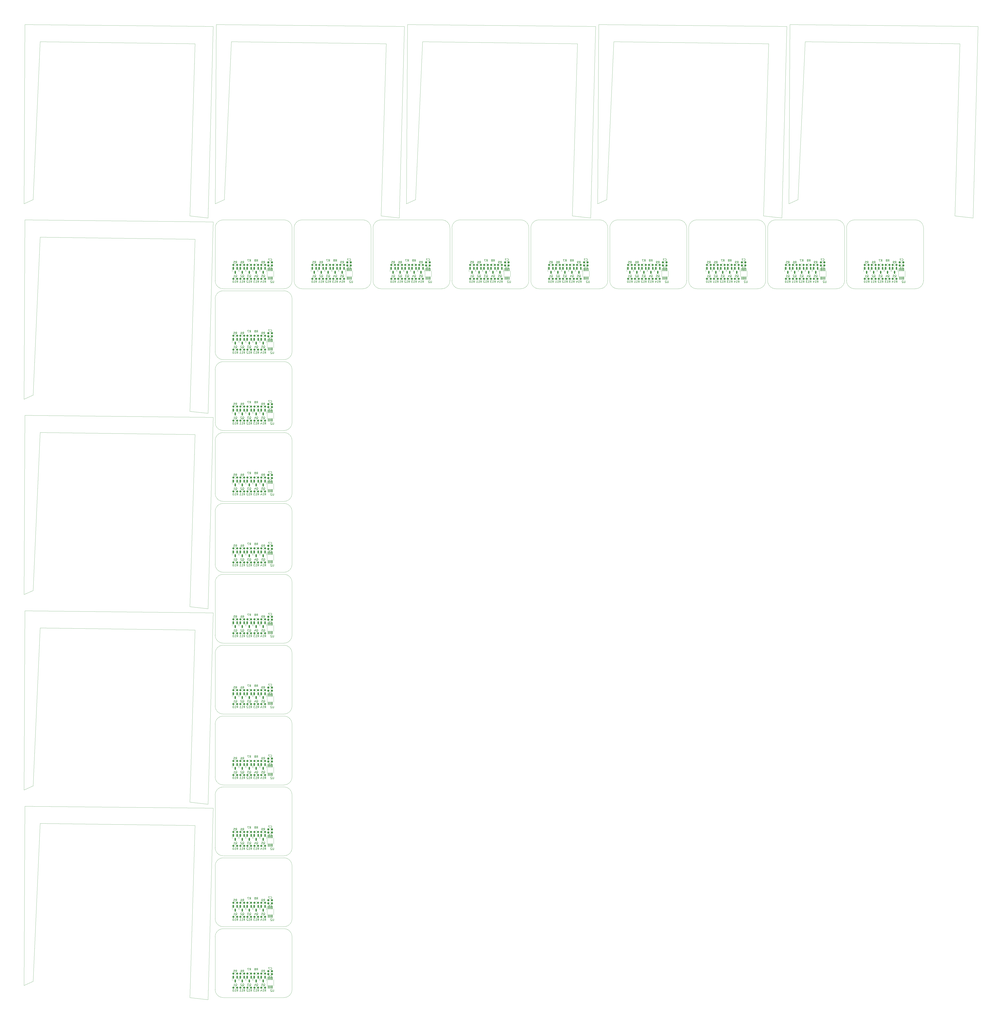
<source format=gbr>
%TF.GenerationSoftware,KiCad,Pcbnew,7.0.6-7.0.6~ubuntu20.04.1*%
%TF.CreationDate,2023-07-11T09:00:34+02:00*%
%TF.ProjectId,output_panel2023-07-11_070008.8206480000,6f757470-7574-45f7-9061-6e656c323032,rev?*%
%TF.SameCoordinates,Original*%
%TF.FileFunction,Legend,Bot*%
%TF.FilePolarity,Positive*%
%FSLAX45Y45*%
G04 Gerber Fmt 4.5, Leading zero omitted, Abs format (unit mm)*
G04 Created by KiCad (PCBNEW 7.0.6-7.0.6~ubuntu20.04.1) date 2023-07-11 09:00:34*
%MOMM*%
%LPD*%
G01*
G04 APERTURE LIST*
G04 Aperture macros list*
%AMRoundRect*
0 Rectangle with rounded corners*
0 $1 Rounding radius*
0 $2 $3 $4 $5 $6 $7 $8 $9 X,Y pos of 4 corners*
0 Add a 4 corners polygon primitive as box body*
4,1,4,$2,$3,$4,$5,$6,$7,$8,$9,$2,$3,0*
0 Add four circle primitives for the rounded corners*
1,1,$1+$1,$2,$3*
1,1,$1+$1,$4,$5*
1,1,$1+$1,$6,$7*
1,1,$1+$1,$8,$9*
0 Add four rect primitives between the rounded corners*
20,1,$1+$1,$2,$3,$4,$5,0*
20,1,$1+$1,$4,$5,$6,$7,0*
20,1,$1+$1,$6,$7,$8,$9,0*
20,1,$1+$1,$8,$9,$2,$3,0*%
G04 Aperture macros list end*
%TA.AperFunction,Profile*%
%ADD10C,0.100000*%
%TD*%
%TA.AperFunction,Profile*%
%ADD11C,0.050000*%
%TD*%
%ADD12C,0.150000*%
%ADD13C,0.120000*%
%ADD14C,5.600000*%
%ADD15R,1.700000X1.700000*%
%ADD16O,1.700000X1.700000*%
%ADD17RoundRect,0.237500X0.300000X0.237500X-0.300000X0.237500X-0.300000X-0.237500X0.300000X-0.237500X0*%
%ADD18RoundRect,0.237500X-0.250000X-0.237500X0.250000X-0.237500X0.250000X0.237500X-0.250000X0.237500X0*%
%ADD19RoundRect,0.100000X-0.100000X0.712500X-0.100000X-0.712500X0.100000X-0.712500X0.100000X0.712500X0*%
%ADD20RoundRect,0.150000X-0.150000X0.587500X-0.150000X-0.587500X0.150000X-0.587500X0.150000X0.587500X0*%
G04 APERTURE END LIST*
D10*
X36799979Y-12699691D02*
G75*
G03*
X37199982Y-13099691I400001J1D01*
G01*
X32799979Y-10099691D02*
G75*
G03*
X32399982Y-9699691I-399999J1D01*
G01*
D11*
X9149999Y-9599997D02*
X8249999Y-9499997D01*
D10*
X25099979Y-12699691D02*
G75*
G03*
X25499982Y-13099691I400001J1D01*
G01*
X41099982Y-9699692D02*
G75*
G03*
X40699982Y-10099691I-2J-399998D01*
G01*
X9899982Y-44699692D02*
G75*
G03*
X9499982Y-45099691I-2J-399998D01*
G01*
X41099982Y-9699691D02*
X44099982Y-9699691D01*
X13299979Y-10099691D02*
G75*
G03*
X12899982Y-9699691I-399999J1D01*
G01*
D11*
X17699981Y-9499997D02*
X17949981Y-999997D01*
X849999Y-20199380D02*
X499999Y-27999380D01*
D10*
X9899982Y-34199692D02*
G75*
G03*
X9499982Y-34599691I-2J-399998D01*
G01*
D11*
X49999Y-8899997D02*
X99999Y-49997D01*
D10*
X32799982Y-10099691D02*
X32799982Y-12699691D01*
X33299982Y-9699692D02*
G75*
G03*
X32899982Y-10099691I-2J-399998D01*
G01*
D11*
X8499999Y-39598762D02*
X849999Y-39498762D01*
D10*
X21199979Y-12699691D02*
G75*
G03*
X21599982Y-13099691I400001J1D01*
G01*
X9899982Y-13199692D02*
G75*
G03*
X9499982Y-13599691I-2J-399998D01*
G01*
X21599982Y-9699691D02*
X24599982Y-9699691D01*
X37199982Y-9699692D02*
G75*
G03*
X36799982Y-10099691I-2J-399998D01*
G01*
D11*
X19749963Y-899997D02*
X19399963Y-8699997D01*
D10*
X13299982Y-31099691D02*
X13299982Y-33699691D01*
X9899982Y-16699692D02*
G75*
G03*
X9499982Y-17099691I-2J-399998D01*
G01*
X9499982Y-26699691D02*
X9499982Y-24099691D01*
X13299982Y-34599691D02*
X13299982Y-37199691D01*
D11*
X8499999Y-10649688D02*
X849999Y-10549688D01*
X37849926Y-8899997D02*
X37899926Y-49997D01*
X49999Y-47498762D02*
X99999Y-38648762D01*
X27149963Y-9499997D02*
X27399963Y-999997D01*
X18949963Y-8899997D02*
X18999963Y-49997D01*
D10*
X9899982Y-9699692D02*
G75*
G03*
X9499982Y-10099691I-2J-399998D01*
G01*
X28899979Y-10099691D02*
G75*
G03*
X28499982Y-9699691I-399999J1D01*
G01*
X9499979Y-23199691D02*
G75*
G03*
X9899982Y-23599691I400001J1D01*
G01*
D11*
X18849981Y-149997D02*
X18599981Y-9599997D01*
D10*
X17199982Y-10099691D02*
X17199982Y-12699691D01*
D11*
X8249999Y-19149688D02*
X8499999Y-10649688D01*
X9949981Y-8699997D02*
X9499981Y-8899997D01*
X9149999Y-48198762D02*
X8249999Y-48098762D01*
D10*
X17299982Y-12699691D02*
X17299982Y-10099691D01*
X13299982Y-24099691D02*
X13299982Y-26699691D01*
D11*
X47199926Y-149997D02*
X46949926Y-9599997D01*
X9399999Y-149997D02*
X9149999Y-9599997D01*
D10*
X20699982Y-13099691D02*
X17699982Y-13099691D01*
X28499982Y-13099692D02*
G75*
G03*
X28899982Y-12699691I-2J400002D01*
G01*
X12899982Y-16599692D02*
G75*
G03*
X13299982Y-16199691I-2J400002D01*
G01*
X13399979Y-12699691D02*
G75*
G03*
X13799982Y-13099691I400001J1D01*
G01*
X9899982Y-34199691D02*
X12899982Y-34199691D01*
D11*
X8499999Y-20299380D02*
X849999Y-20199380D01*
D10*
X32399982Y-13099691D02*
X29399982Y-13099691D01*
X21599982Y-9699692D02*
G75*
G03*
X21199982Y-10099691I-2J-399998D01*
G01*
D11*
X849999Y-29849071D02*
X499999Y-37649071D01*
D10*
X40699979Y-12699691D02*
G75*
G03*
X41099982Y-13099691I400001J1D01*
G01*
X13299979Y-31099691D02*
G75*
G03*
X12899982Y-30699691I-399999J1D01*
G01*
D11*
X499999Y-8699997D02*
X49999Y-8899997D01*
X49999Y-28199380D02*
X99999Y-19349380D01*
D10*
X25499982Y-9699692D02*
G75*
G03*
X25099982Y-10099691I-2J-399998D01*
G01*
X9499979Y-26699691D02*
G75*
G03*
X9899982Y-27099691I400001J1D01*
G01*
D11*
X499999Y-47298762D02*
X49999Y-47498762D01*
X28849944Y-8699997D02*
X28399944Y-8899997D01*
D10*
X12899982Y-13099692D02*
G75*
G03*
X13299982Y-12699691I-2J400002D01*
G01*
X33299982Y-9699691D02*
X36299982Y-9699691D01*
X16799982Y-13099691D02*
X13799982Y-13099691D01*
X12899982Y-30599692D02*
G75*
G03*
X13299982Y-30199691I-2J400002D01*
G01*
X16799982Y-13099692D02*
G75*
G03*
X17199982Y-12699691I-2J400002D01*
G01*
X12899982Y-27099691D02*
X9899982Y-27099691D01*
X24999979Y-10099691D02*
G75*
G03*
X24599982Y-9699691I-399999J1D01*
G01*
D11*
X499999Y-27999380D02*
X49999Y-28199380D01*
D10*
X12899982Y-23599692D02*
G75*
G03*
X13299982Y-23199691I-2J400002D01*
G01*
D11*
X99999Y-9699688D02*
X9399999Y-9799688D01*
X8499999Y-999997D02*
X849999Y-899997D01*
D10*
X9899982Y-30699692D02*
G75*
G03*
X9499982Y-31099691I-2J-399998D01*
G01*
X9499979Y-30199691D02*
G75*
G03*
X9899982Y-30599691I400001J1D01*
G01*
X9499982Y-47699691D02*
X9499982Y-45099691D01*
D11*
X28049963Y-9599997D02*
X27149963Y-9499997D01*
X9499981Y-8899997D02*
X9549981Y-49997D01*
D10*
X13299979Y-27599691D02*
G75*
G03*
X12899982Y-27199691I-399999J1D01*
G01*
X36699982Y-10099691D02*
X36699982Y-12699691D01*
X9899982Y-23699691D02*
X12899982Y-23699691D01*
X9899982Y-16699691D02*
X12899982Y-16699691D01*
D11*
X849999Y-39498762D02*
X499999Y-47298762D01*
D10*
X13299982Y-41599691D02*
X13299982Y-44199691D01*
X9499979Y-40699691D02*
G75*
G03*
X9899982Y-41099691I400001J1D01*
G01*
X28999982Y-12699691D02*
X28999982Y-10099691D01*
D11*
X29199944Y-899997D02*
X28849944Y-8699997D01*
X8249999Y-28799380D02*
X8499999Y-20299380D01*
D10*
X13299982Y-27599691D02*
X13299982Y-30199691D01*
X44099982Y-13099692D02*
G75*
G03*
X44499982Y-12699691I-2J400002D01*
G01*
D11*
X9399999Y-19449380D02*
X9149999Y-28899380D01*
X9399999Y-9799688D02*
X9149999Y-19249688D01*
D10*
X17199979Y-10099691D02*
G75*
G03*
X16799982Y-9699691I-399999J1D01*
G01*
X9499982Y-16199691D02*
X9499982Y-13599691D01*
X24999982Y-10099691D02*
X24999982Y-12699691D01*
X9499979Y-19699691D02*
G75*
G03*
X9899982Y-20099691I400001J1D01*
G01*
X9499979Y-33699691D02*
G75*
G03*
X9899982Y-34099691I400001J1D01*
G01*
X12899982Y-41099692D02*
G75*
G03*
X13299982Y-40699691I-2J400002D01*
G01*
X37199982Y-9699691D02*
X40199982Y-9699691D01*
D11*
X19399963Y-8699997D02*
X18949963Y-8899997D01*
D10*
X13299979Y-45099691D02*
G75*
G03*
X12899982Y-44699691I-399999J1D01*
G01*
X13299982Y-20599691D02*
X13299982Y-23199691D01*
D11*
X8249999Y-9499997D02*
X8499999Y-999997D01*
D10*
X9499982Y-40699691D02*
X9499982Y-38099691D01*
X9499982Y-44199691D02*
X9499982Y-41599691D01*
X13299979Y-17099691D02*
G75*
G03*
X12899982Y-16699691I-399999J1D01*
G01*
D11*
X99999Y-38648762D02*
X9399999Y-38748762D01*
D10*
X13299982Y-17099691D02*
X13299982Y-19699691D01*
X40199982Y-13099692D02*
G75*
G03*
X40599982Y-12699691I-2J400002D01*
G01*
X13299979Y-38099691D02*
G75*
G03*
X12899982Y-37699691I-399999J1D01*
G01*
X13299979Y-41599691D02*
G75*
G03*
X12899982Y-41199691I-399999J1D01*
G01*
X44099982Y-13099691D02*
X41099982Y-13099691D01*
X40699982Y-12699691D02*
X40699982Y-10099691D01*
X24599982Y-13099692D02*
G75*
G03*
X24999982Y-12699691I-2J400002D01*
G01*
D11*
X28299963Y-149997D02*
X28049963Y-9599997D01*
X49999Y-18549688D02*
X99999Y-9699688D01*
X9399999Y-29099071D02*
X9149999Y-38549071D01*
D10*
X36699979Y-10099691D02*
G75*
G03*
X36299982Y-9699691I-399999J1D01*
G01*
D11*
X849999Y-899997D02*
X499999Y-8699997D01*
D10*
X13299982Y-45099691D02*
X13299982Y-47699691D01*
X12899982Y-48099692D02*
G75*
G03*
X13299982Y-47699691I-2J400002D01*
G01*
X9499979Y-44199691D02*
G75*
G03*
X9899982Y-44599691I400001J1D01*
G01*
X28899982Y-10099691D02*
X28899982Y-12699691D01*
X13299982Y-38099691D02*
X13299982Y-40699691D01*
D11*
X28399944Y-8899997D02*
X28449944Y-49997D01*
D10*
X9899982Y-44699691D02*
X12899982Y-44699691D01*
D11*
X36849944Y-999997D02*
X29199944Y-899997D01*
D10*
X44499979Y-10099691D02*
G75*
G03*
X44099982Y-9699691I-399999J1D01*
G01*
X21099982Y-10099691D02*
X21099982Y-12699691D01*
D11*
X18599981Y-9599997D02*
X17699981Y-9499997D01*
D10*
X9499982Y-37199691D02*
X9499982Y-34599691D01*
X25499982Y-9699691D02*
X28499982Y-9699691D01*
X9899982Y-20199691D02*
X12899982Y-20199691D01*
X9499979Y-37199691D02*
G75*
G03*
X9899982Y-37599691I400001J1D01*
G01*
D11*
X46049926Y-9499997D02*
X46299926Y-999997D01*
X37499944Y-9599997D02*
X36599944Y-9499997D01*
D10*
X9899982Y-37699691D02*
X12899982Y-37699691D01*
X13299979Y-34599691D02*
G75*
G03*
X12899982Y-34199691I-399999J1D01*
G01*
X29399982Y-9699692D02*
G75*
G03*
X28999982Y-10099691I-2J-399998D01*
G01*
X28499982Y-13099691D02*
X25499982Y-13099691D01*
X20699982Y-13099692D02*
G75*
G03*
X21099982Y-12699691I-2J400002D01*
G01*
X12899982Y-37599691D02*
X9899982Y-37599691D01*
X12899982Y-16599691D02*
X9899982Y-16599691D01*
X13399982Y-12699691D02*
X13399982Y-10099691D01*
D11*
X18999963Y-49997D02*
X28299963Y-149997D01*
X8499999Y-29949071D02*
X849999Y-29849071D01*
D10*
X9499979Y-47699691D02*
G75*
G03*
X9899982Y-48099691I400001J1D01*
G01*
X9499979Y-16199691D02*
G75*
G03*
X9899982Y-16599691I400001J1D01*
G01*
D11*
X499999Y-37649071D02*
X49999Y-37849071D01*
D10*
X32899982Y-12699691D02*
X32899982Y-10099691D01*
D11*
X28449944Y-49997D02*
X37749944Y-149997D01*
X8249999Y-38449071D02*
X8499999Y-29949071D01*
D10*
X9499979Y-12699691D02*
G75*
G03*
X9899982Y-13099691I400001J1D01*
G01*
D11*
X9149999Y-19249688D02*
X8249999Y-19149688D01*
D10*
X9899982Y-41199692D02*
G75*
G03*
X9499982Y-41599691I-2J-399998D01*
G01*
X13299982Y-10099691D02*
X13299982Y-12699691D01*
X24599982Y-13099691D02*
X21599982Y-13099691D01*
D11*
X9399999Y-38748762D02*
X9149999Y-48198762D01*
X37749944Y-149997D02*
X37499944Y-9599997D01*
D10*
X9499982Y-23199691D02*
X9499982Y-20599691D01*
D11*
X46299926Y-999997D02*
X38649926Y-899997D01*
X38299926Y-8699997D02*
X37849926Y-8899997D01*
D10*
X9499982Y-19699691D02*
X9499982Y-17099691D01*
X12899982Y-41099691D02*
X9899982Y-41099691D01*
X9499982Y-30199691D02*
X9499982Y-27599691D01*
D11*
X99999Y-19349380D02*
X9399999Y-19449380D01*
D10*
X13299979Y-24099691D02*
G75*
G03*
X12899982Y-23699691I-399999J1D01*
G01*
D11*
X499999Y-18349688D02*
X49999Y-18549688D01*
X849999Y-10549688D02*
X499999Y-18349688D01*
D10*
X9899982Y-20199692D02*
G75*
G03*
X9499982Y-20599691I-2J-399998D01*
G01*
X36299982Y-13099691D02*
X33299982Y-13099691D01*
X40599982Y-10099691D02*
X40599982Y-12699691D01*
D11*
X10299981Y-899997D02*
X9949981Y-8699997D01*
D10*
X28999979Y-12699691D02*
G75*
G03*
X29399982Y-13099691I400001J1D01*
G01*
X9899982Y-9699691D02*
X12899982Y-9699691D01*
X17699982Y-9699691D02*
X20699982Y-9699691D01*
X17699982Y-9699692D02*
G75*
G03*
X17299982Y-10099691I-2J-399998D01*
G01*
X13799982Y-9699691D02*
X16799982Y-9699691D01*
X12899982Y-44599691D02*
X9899982Y-44599691D01*
D11*
X9149999Y-38549071D02*
X8249999Y-38449071D01*
D10*
X12899982Y-27099692D02*
G75*
G03*
X13299982Y-26699691I-2J400002D01*
G01*
X13299979Y-13599691D02*
G75*
G03*
X12899982Y-13199691I-399999J1D01*
G01*
D11*
X49999Y-37849071D02*
X99999Y-28999071D01*
X27399963Y-999997D02*
X19749963Y-899997D01*
D10*
X9899982Y-41199691D02*
X12899982Y-41199691D01*
X12899982Y-34099692D02*
G75*
G03*
X13299982Y-33699691I-2J400002D01*
G01*
D11*
X99999Y-49997D02*
X9399999Y-149997D01*
D10*
X9899982Y-27199692D02*
G75*
G03*
X9499982Y-27599691I-2J-399998D01*
G01*
X12899982Y-23599691D02*
X9899982Y-23599691D01*
X40599979Y-10099691D02*
G75*
G03*
X40199982Y-9699691I-399999J1D01*
G01*
D11*
X17949981Y-999997D02*
X10299981Y-899997D01*
D10*
X9899982Y-13199691D02*
X12899982Y-13199691D01*
X9899982Y-30699691D02*
X12899982Y-30699691D01*
X12899982Y-30599691D02*
X9899982Y-30599691D01*
D11*
X99999Y-28999071D02*
X9399999Y-29099071D01*
D10*
X12899982Y-13099691D02*
X9899982Y-13099691D01*
D11*
X9149999Y-28899380D02*
X8249999Y-28799380D01*
X38649926Y-899997D02*
X38299926Y-8699997D01*
D10*
X9899982Y-23699692D02*
G75*
G03*
X9499982Y-24099691I-2J-399998D01*
G01*
X21099979Y-10099691D02*
G75*
G03*
X20699982Y-9699691I-399999J1D01*
G01*
X36799982Y-12699691D02*
X36799982Y-10099691D01*
X13799982Y-9699692D02*
G75*
G03*
X13399982Y-10099691I-2J-399998D01*
G01*
X9899982Y-37699692D02*
G75*
G03*
X9499982Y-38099691I-2J-399998D01*
G01*
X12899982Y-44599692D02*
G75*
G03*
X13299982Y-44199691I-2J400002D01*
G01*
X29399982Y-9699691D02*
X32399982Y-9699691D01*
X17299979Y-12699691D02*
G75*
G03*
X17699982Y-13099691I400001J1D01*
G01*
D11*
X46949926Y-9599997D02*
X46049926Y-9499997D01*
D10*
X12899982Y-20099691D02*
X9899982Y-20099691D01*
X9899982Y-27199691D02*
X12899982Y-27199691D01*
X12899982Y-20099692D02*
G75*
G03*
X13299982Y-19699691I-2J400002D01*
G01*
X9499982Y-12699691D02*
X9499982Y-10099691D01*
X12899982Y-34099691D02*
X9899982Y-34099691D01*
X25099982Y-12699691D02*
X25099982Y-10099691D01*
X21199982Y-12699691D02*
X21199982Y-10099691D01*
X13299979Y-20599691D02*
G75*
G03*
X12899982Y-20199691I-399999J1D01*
G01*
D11*
X36599944Y-9499997D02*
X36849944Y-999997D01*
X9549981Y-49997D02*
X18849981Y-149997D01*
D10*
X12899982Y-48099691D02*
X9899982Y-48099691D01*
X9499982Y-33699691D02*
X9499982Y-31099691D01*
D11*
X8249999Y-48098762D02*
X8499999Y-39598762D01*
D10*
X44499982Y-10099691D02*
X44499982Y-12699691D01*
X36299982Y-13099692D02*
G75*
G03*
X36699982Y-12699691I-2J400002D01*
G01*
X32399982Y-13099692D02*
G75*
G03*
X32799982Y-12699691I-2J400002D01*
G01*
X12899982Y-37599692D02*
G75*
G03*
X13299982Y-37199691I-2J400002D01*
G01*
X32899979Y-12699691D02*
G75*
G03*
X33299982Y-13099691I400001J1D01*
G01*
D11*
X37899926Y-49997D02*
X47199926Y-149997D01*
D10*
X13299982Y-13599691D02*
X13299982Y-16199691D01*
X40199982Y-13099691D02*
X37199982Y-13099691D01*
D12*
X39531648Y-12115649D02*
X39536410Y-12120411D01*
X39536410Y-12120411D02*
X39550696Y-12125173D01*
X39550696Y-12125173D02*
X39560220Y-12125173D01*
X39560220Y-12125173D02*
X39574505Y-12120411D01*
X39574505Y-12120411D02*
X39584029Y-12110887D01*
X39584029Y-12110887D02*
X39588791Y-12101364D01*
X39588791Y-12101364D02*
X39593553Y-12082316D01*
X39593553Y-12082316D02*
X39593553Y-12068030D01*
X39593553Y-12068030D02*
X39588791Y-12048983D01*
X39588791Y-12048983D02*
X39584029Y-12039459D01*
X39584029Y-12039459D02*
X39574505Y-12029935D01*
X39574505Y-12029935D02*
X39560220Y-12025173D01*
X39560220Y-12025173D02*
X39550696Y-12025173D01*
X39550696Y-12025173D02*
X39536410Y-12029935D01*
X39536410Y-12029935D02*
X39531648Y-12034697D01*
X39445934Y-12025173D02*
X39464982Y-12025173D01*
X39464982Y-12025173D02*
X39474505Y-12029935D01*
X39474505Y-12029935D02*
X39479267Y-12034697D01*
X39479267Y-12034697D02*
X39488791Y-12048983D01*
X39488791Y-12048983D02*
X39493553Y-12068030D01*
X39493553Y-12068030D02*
X39493553Y-12106125D01*
X39493553Y-12106125D02*
X39488791Y-12115649D01*
X39488791Y-12115649D02*
X39484029Y-12120411D01*
X39484029Y-12120411D02*
X39474505Y-12125173D01*
X39474505Y-12125173D02*
X39455458Y-12125173D01*
X39455458Y-12125173D02*
X39445934Y-12120411D01*
X39445934Y-12120411D02*
X39441172Y-12115649D01*
X39441172Y-12115649D02*
X39436410Y-12106125D01*
X39436410Y-12106125D02*
X39436410Y-12082316D01*
X39436410Y-12082316D02*
X39441172Y-12072792D01*
X39441172Y-12072792D02*
X39445934Y-12068030D01*
X39445934Y-12068030D02*
X39455458Y-12063268D01*
X39455458Y-12063268D02*
X39474505Y-12063268D01*
X39474505Y-12063268D02*
X39484029Y-12068030D01*
X39484029Y-12068030D02*
X39488791Y-12072792D01*
X39488791Y-12072792D02*
X39493553Y-12082316D01*
X11546648Y-32750173D02*
X11579982Y-32702554D01*
X11603791Y-32750173D02*
X11603791Y-32650173D01*
X11603791Y-32650173D02*
X11565696Y-32650173D01*
X11565696Y-32650173D02*
X11556172Y-32654935D01*
X11556172Y-32654935D02*
X11551410Y-32659697D01*
X11551410Y-32659697D02*
X11546648Y-32669221D01*
X11546648Y-32669221D02*
X11546648Y-32683506D01*
X11546648Y-32683506D02*
X11551410Y-32693030D01*
X11551410Y-32693030D02*
X11556172Y-32697792D01*
X11556172Y-32697792D02*
X11565696Y-32702554D01*
X11565696Y-32702554D02*
X11603791Y-32702554D01*
X11489505Y-32693030D02*
X11499029Y-32688268D01*
X11499029Y-32688268D02*
X11503791Y-32683506D01*
X11503791Y-32683506D02*
X11508553Y-32673983D01*
X11508553Y-32673983D02*
X11508553Y-32669221D01*
X11508553Y-32669221D02*
X11503791Y-32659697D01*
X11503791Y-32659697D02*
X11499029Y-32654935D01*
X11499029Y-32654935D02*
X11489505Y-32650173D01*
X11489505Y-32650173D02*
X11470458Y-32650173D01*
X11470458Y-32650173D02*
X11460934Y-32654935D01*
X11460934Y-32654935D02*
X11456172Y-32659697D01*
X11456172Y-32659697D02*
X11451410Y-32669221D01*
X11451410Y-32669221D02*
X11451410Y-32673983D01*
X11451410Y-32673983D02*
X11456172Y-32683506D01*
X11456172Y-32683506D02*
X11460934Y-32688268D01*
X11460934Y-32688268D02*
X11470458Y-32693030D01*
X11470458Y-32693030D02*
X11489505Y-32693030D01*
X11489505Y-32693030D02*
X11499029Y-32697792D01*
X11499029Y-32697792D02*
X11503791Y-32702554D01*
X11503791Y-32702554D02*
X11508553Y-32712078D01*
X11508553Y-32712078D02*
X11508553Y-32731125D01*
X11508553Y-32731125D02*
X11503791Y-32740649D01*
X11503791Y-32740649D02*
X11499029Y-32745411D01*
X11499029Y-32745411D02*
X11489505Y-32750173D01*
X11489505Y-32750173D02*
X11470458Y-32750173D01*
X11470458Y-32750173D02*
X11460934Y-32745411D01*
X11460934Y-32745411D02*
X11456172Y-32740649D01*
X11456172Y-32740649D02*
X11451410Y-32731125D01*
X11451410Y-32731125D02*
X11451410Y-32712078D01*
X11451410Y-32712078D02*
X11456172Y-32702554D01*
X11456172Y-32702554D02*
X11460934Y-32697792D01*
X11460934Y-32697792D02*
X11470458Y-32693030D01*
X19739267Y-12798173D02*
X19772601Y-12750554D01*
X19796410Y-12798173D02*
X19796410Y-12698173D01*
X19796410Y-12698173D02*
X19758315Y-12698173D01*
X19758315Y-12698173D02*
X19748791Y-12702935D01*
X19748791Y-12702935D02*
X19744029Y-12707697D01*
X19744029Y-12707697D02*
X19739267Y-12717221D01*
X19739267Y-12717221D02*
X19739267Y-12731506D01*
X19739267Y-12731506D02*
X19744029Y-12741030D01*
X19744029Y-12741030D02*
X19748791Y-12745792D01*
X19748791Y-12745792D02*
X19758315Y-12750554D01*
X19758315Y-12750554D02*
X19796410Y-12750554D01*
X19644029Y-12798173D02*
X19701172Y-12798173D01*
X19672601Y-12798173D02*
X19672601Y-12698173D01*
X19672601Y-12698173D02*
X19682125Y-12712459D01*
X19682125Y-12712459D02*
X19691648Y-12721983D01*
X19691648Y-12721983D02*
X19701172Y-12726745D01*
X19558315Y-12731506D02*
X19558315Y-12798173D01*
X19582125Y-12693411D02*
X19605934Y-12764840D01*
X19605934Y-12764840D02*
X19544029Y-12764840D01*
X15791648Y-11835173D02*
X15824982Y-11787554D01*
X15848791Y-11835173D02*
X15848791Y-11735173D01*
X15848791Y-11735173D02*
X15810696Y-11735173D01*
X15810696Y-11735173D02*
X15801172Y-11739935D01*
X15801172Y-11739935D02*
X15796410Y-11744697D01*
X15796410Y-11744697D02*
X15791648Y-11754221D01*
X15791648Y-11754221D02*
X15791648Y-11768506D01*
X15791648Y-11768506D02*
X15796410Y-11778030D01*
X15796410Y-11778030D02*
X15801172Y-11782792D01*
X15801172Y-11782792D02*
X15810696Y-11787554D01*
X15810696Y-11787554D02*
X15848791Y-11787554D01*
X15744029Y-11835173D02*
X15724982Y-11835173D01*
X15724982Y-11835173D02*
X15715458Y-11830411D01*
X15715458Y-11830411D02*
X15710696Y-11825649D01*
X15710696Y-11825649D02*
X15701172Y-11811364D01*
X15701172Y-11811364D02*
X15696410Y-11792316D01*
X15696410Y-11792316D02*
X15696410Y-11754221D01*
X15696410Y-11754221D02*
X15701172Y-11744697D01*
X15701172Y-11744697D02*
X15705934Y-11739935D01*
X15705934Y-11739935D02*
X15715458Y-11735173D01*
X15715458Y-11735173D02*
X15734505Y-11735173D01*
X15734505Y-11735173D02*
X15744029Y-11739935D01*
X15744029Y-11739935D02*
X15748791Y-11744697D01*
X15748791Y-11744697D02*
X15753553Y-11754221D01*
X15753553Y-11754221D02*
X15753553Y-11778030D01*
X15753553Y-11778030D02*
X15748791Y-11787554D01*
X15748791Y-11787554D02*
X15744029Y-11792316D01*
X15744029Y-11792316D02*
X15734505Y-11797078D01*
X15734505Y-11797078D02*
X15715458Y-11797078D01*
X15715458Y-11797078D02*
X15705934Y-11792316D01*
X15705934Y-11792316D02*
X15701172Y-11787554D01*
X15701172Y-11787554D02*
X15696410Y-11778030D01*
X11891648Y-25835173D02*
X11924982Y-25787554D01*
X11948791Y-25835173D02*
X11948791Y-25735173D01*
X11948791Y-25735173D02*
X11910696Y-25735173D01*
X11910696Y-25735173D02*
X11901172Y-25739935D01*
X11901172Y-25739935D02*
X11896410Y-25744697D01*
X11896410Y-25744697D02*
X11891648Y-25754221D01*
X11891648Y-25754221D02*
X11891648Y-25768506D01*
X11891648Y-25768506D02*
X11896410Y-25778030D01*
X11896410Y-25778030D02*
X11901172Y-25782792D01*
X11901172Y-25782792D02*
X11910696Y-25787554D01*
X11910696Y-25787554D02*
X11948791Y-25787554D01*
X11844029Y-25835173D02*
X11824982Y-25835173D01*
X11824982Y-25835173D02*
X11815458Y-25830411D01*
X11815458Y-25830411D02*
X11810696Y-25825649D01*
X11810696Y-25825649D02*
X11801172Y-25811364D01*
X11801172Y-25811364D02*
X11796410Y-25792316D01*
X11796410Y-25792316D02*
X11796410Y-25754221D01*
X11796410Y-25754221D02*
X11801172Y-25744697D01*
X11801172Y-25744697D02*
X11805934Y-25739935D01*
X11805934Y-25739935D02*
X11815458Y-25735173D01*
X11815458Y-25735173D02*
X11834505Y-25735173D01*
X11834505Y-25735173D02*
X11844029Y-25739935D01*
X11844029Y-25739935D02*
X11848791Y-25744697D01*
X11848791Y-25744697D02*
X11853553Y-25754221D01*
X11853553Y-25754221D02*
X11853553Y-25778030D01*
X11853553Y-25778030D02*
X11848791Y-25787554D01*
X11848791Y-25787554D02*
X11844029Y-25792316D01*
X11844029Y-25792316D02*
X11834505Y-25797078D01*
X11834505Y-25797078D02*
X11815458Y-25797078D01*
X11815458Y-25797078D02*
X11805934Y-25792316D01*
X11805934Y-25792316D02*
X11801172Y-25787554D01*
X11801172Y-25787554D02*
X11796410Y-25778030D01*
X12396172Y-16205173D02*
X12396172Y-16286125D01*
X12396172Y-16286125D02*
X12391410Y-16295649D01*
X12391410Y-16295649D02*
X12386648Y-16300411D01*
X12386648Y-16300411D02*
X12377124Y-16305173D01*
X12377124Y-16305173D02*
X12358077Y-16305173D01*
X12358077Y-16305173D02*
X12348553Y-16300411D01*
X12348553Y-16300411D02*
X12343791Y-16295649D01*
X12343791Y-16295649D02*
X12339029Y-16286125D01*
X12339029Y-16286125D02*
X12339029Y-16205173D01*
X12296172Y-16214697D02*
X12291410Y-16209935D01*
X12291410Y-16209935D02*
X12281886Y-16205173D01*
X12281886Y-16205173D02*
X12258077Y-16205173D01*
X12258077Y-16205173D02*
X12248553Y-16209935D01*
X12248553Y-16209935D02*
X12243791Y-16214697D01*
X12243791Y-16214697D02*
X12239029Y-16224221D01*
X12239029Y-16224221D02*
X12239029Y-16233745D01*
X12239029Y-16233745D02*
X12243791Y-16248030D01*
X12243791Y-16248030D02*
X12300934Y-16305173D01*
X12300934Y-16305173D02*
X12239029Y-16305173D01*
X11249267Y-16298173D02*
X11282601Y-16250554D01*
X11306410Y-16298173D02*
X11306410Y-16198173D01*
X11306410Y-16198173D02*
X11268315Y-16198173D01*
X11268315Y-16198173D02*
X11258791Y-16202935D01*
X11258791Y-16202935D02*
X11254029Y-16207697D01*
X11254029Y-16207697D02*
X11249267Y-16217221D01*
X11249267Y-16217221D02*
X11249267Y-16231506D01*
X11249267Y-16231506D02*
X11254029Y-16241030D01*
X11254029Y-16241030D02*
X11258791Y-16245792D01*
X11258791Y-16245792D02*
X11268315Y-16250554D01*
X11268315Y-16250554D02*
X11306410Y-16250554D01*
X11154029Y-16298173D02*
X11211172Y-16298173D01*
X11182601Y-16298173D02*
X11182601Y-16198173D01*
X11182601Y-16198173D02*
X11192124Y-16212459D01*
X11192124Y-16212459D02*
X11201648Y-16221983D01*
X11201648Y-16221983D02*
X11211172Y-16226745D01*
X11115934Y-16207697D02*
X11111172Y-16202935D01*
X11111172Y-16202935D02*
X11101648Y-16198173D01*
X11101648Y-16198173D02*
X11077839Y-16198173D01*
X11077839Y-16198173D02*
X11068315Y-16202935D01*
X11068315Y-16202935D02*
X11063553Y-16207697D01*
X11063553Y-16207697D02*
X11058791Y-16217221D01*
X11058791Y-16217221D02*
X11058791Y-16226745D01*
X11058791Y-16226745D02*
X11063553Y-16241030D01*
X11063553Y-16241030D02*
X11120696Y-16298173D01*
X11120696Y-16298173D02*
X11058791Y-16298173D01*
X34249506Y-12524697D02*
X34259029Y-12519935D01*
X34259029Y-12519935D02*
X34268553Y-12510411D01*
X34268553Y-12510411D02*
X34282839Y-12496125D01*
X34282839Y-12496125D02*
X34292363Y-12491364D01*
X34292363Y-12491364D02*
X34301886Y-12491364D01*
X34297125Y-12515173D02*
X34306648Y-12510411D01*
X34306648Y-12510411D02*
X34316172Y-12500887D01*
X34316172Y-12500887D02*
X34320934Y-12481840D01*
X34320934Y-12481840D02*
X34320934Y-12448506D01*
X34320934Y-12448506D02*
X34316172Y-12429459D01*
X34316172Y-12429459D02*
X34306648Y-12419935D01*
X34306648Y-12419935D02*
X34297125Y-12415173D01*
X34297125Y-12415173D02*
X34278077Y-12415173D01*
X34278077Y-12415173D02*
X34268553Y-12419935D01*
X34268553Y-12419935D02*
X34259029Y-12429459D01*
X34259029Y-12429459D02*
X34254267Y-12448506D01*
X34254267Y-12448506D02*
X34254267Y-12481840D01*
X34254267Y-12481840D02*
X34259029Y-12500887D01*
X34259029Y-12500887D02*
X34268553Y-12510411D01*
X34268553Y-12510411D02*
X34278077Y-12515173D01*
X34278077Y-12515173D02*
X34297125Y-12515173D01*
X34216172Y-12424697D02*
X34211410Y-12419935D01*
X34211410Y-12419935D02*
X34201886Y-12415173D01*
X34201886Y-12415173D02*
X34178077Y-12415173D01*
X34178077Y-12415173D02*
X34168553Y-12419935D01*
X34168553Y-12419935D02*
X34163791Y-12424697D01*
X34163791Y-12424697D02*
X34159029Y-12434221D01*
X34159029Y-12434221D02*
X34159029Y-12443745D01*
X34159029Y-12443745D02*
X34163791Y-12458030D01*
X34163791Y-12458030D02*
X34220934Y-12515173D01*
X34220934Y-12515173D02*
X34159029Y-12515173D01*
X12231648Y-26115649D02*
X12236410Y-26120411D01*
X12236410Y-26120411D02*
X12250696Y-26125173D01*
X12250696Y-26125173D02*
X12260220Y-26125173D01*
X12260220Y-26125173D02*
X12274505Y-26120411D01*
X12274505Y-26120411D02*
X12284029Y-26110887D01*
X12284029Y-26110887D02*
X12288791Y-26101364D01*
X12288791Y-26101364D02*
X12293553Y-26082316D01*
X12293553Y-26082316D02*
X12293553Y-26068030D01*
X12293553Y-26068030D02*
X12288791Y-26048983D01*
X12288791Y-26048983D02*
X12284029Y-26039459D01*
X12284029Y-26039459D02*
X12274505Y-26029935D01*
X12274505Y-26029935D02*
X12260220Y-26025173D01*
X12260220Y-26025173D02*
X12250696Y-26025173D01*
X12250696Y-26025173D02*
X12236410Y-26029935D01*
X12236410Y-26029935D02*
X12231648Y-26034697D01*
X12145934Y-26025173D02*
X12164982Y-26025173D01*
X12164982Y-26025173D02*
X12174505Y-26029935D01*
X12174505Y-26029935D02*
X12179267Y-26034697D01*
X12179267Y-26034697D02*
X12188791Y-26048983D01*
X12188791Y-26048983D02*
X12193553Y-26068030D01*
X12193553Y-26068030D02*
X12193553Y-26106125D01*
X12193553Y-26106125D02*
X12188791Y-26115649D01*
X12188791Y-26115649D02*
X12184029Y-26120411D01*
X12184029Y-26120411D02*
X12174505Y-26125173D01*
X12174505Y-26125173D02*
X12155458Y-26125173D01*
X12155458Y-26125173D02*
X12145934Y-26120411D01*
X12145934Y-26120411D02*
X12141172Y-26115649D01*
X12141172Y-26115649D02*
X12136410Y-26106125D01*
X12136410Y-26106125D02*
X12136410Y-26082316D01*
X12136410Y-26082316D02*
X12141172Y-26072792D01*
X12141172Y-26072792D02*
X12145934Y-26068030D01*
X12145934Y-26068030D02*
X12155458Y-26063268D01*
X12155458Y-26063268D02*
X12174505Y-26063268D01*
X12174505Y-26063268D02*
X12184029Y-26068030D01*
X12184029Y-26068030D02*
X12188791Y-26072792D01*
X12188791Y-26072792D02*
X12193553Y-26082316D01*
X10904267Y-33798173D02*
X10937601Y-33750554D01*
X10961410Y-33798173D02*
X10961410Y-33698173D01*
X10961410Y-33698173D02*
X10923315Y-33698173D01*
X10923315Y-33698173D02*
X10913791Y-33702935D01*
X10913791Y-33702935D02*
X10909029Y-33707697D01*
X10909029Y-33707697D02*
X10904267Y-33717221D01*
X10904267Y-33717221D02*
X10904267Y-33731507D01*
X10904267Y-33731507D02*
X10909029Y-33741030D01*
X10909029Y-33741030D02*
X10913791Y-33745792D01*
X10913791Y-33745792D02*
X10923315Y-33750554D01*
X10923315Y-33750554D02*
X10961410Y-33750554D01*
X10809029Y-33798173D02*
X10866172Y-33798173D01*
X10837601Y-33798173D02*
X10837601Y-33698173D01*
X10837601Y-33698173D02*
X10847125Y-33712459D01*
X10847125Y-33712459D02*
X10856648Y-33721983D01*
X10856648Y-33721983D02*
X10866172Y-33726745D01*
X10713791Y-33798173D02*
X10770934Y-33798173D01*
X10742363Y-33798173D02*
X10742363Y-33698173D01*
X10742363Y-33698173D02*
X10751886Y-33712459D01*
X10751886Y-33712459D02*
X10761410Y-33721983D01*
X10761410Y-33721983D02*
X10770934Y-33726745D01*
X11891648Y-32835173D02*
X11924982Y-32787554D01*
X11948791Y-32835173D02*
X11948791Y-32735173D01*
X11948791Y-32735173D02*
X11910696Y-32735173D01*
X11910696Y-32735173D02*
X11901172Y-32739935D01*
X11901172Y-32739935D02*
X11896410Y-32744697D01*
X11896410Y-32744697D02*
X11891648Y-32754221D01*
X11891648Y-32754221D02*
X11891648Y-32768506D01*
X11891648Y-32768506D02*
X11896410Y-32778030D01*
X11896410Y-32778030D02*
X11901172Y-32782792D01*
X11901172Y-32782792D02*
X11910696Y-32787554D01*
X11910696Y-32787554D02*
X11948791Y-32787554D01*
X11844029Y-32835173D02*
X11824982Y-32835173D01*
X11824982Y-32835173D02*
X11815458Y-32830411D01*
X11815458Y-32830411D02*
X11810696Y-32825649D01*
X11810696Y-32825649D02*
X11801172Y-32811364D01*
X11801172Y-32811364D02*
X11796410Y-32792316D01*
X11796410Y-32792316D02*
X11796410Y-32754221D01*
X11796410Y-32754221D02*
X11801172Y-32744697D01*
X11801172Y-32744697D02*
X11805934Y-32739935D01*
X11805934Y-32739935D02*
X11815458Y-32735173D01*
X11815458Y-32735173D02*
X11834505Y-32735173D01*
X11834505Y-32735173D02*
X11844029Y-32739935D01*
X11844029Y-32739935D02*
X11848791Y-32744697D01*
X11848791Y-32744697D02*
X11853553Y-32754221D01*
X11853553Y-32754221D02*
X11853553Y-32778030D01*
X11853553Y-32778030D02*
X11848791Y-32787554D01*
X11848791Y-32787554D02*
X11844029Y-32792316D01*
X11844029Y-32792316D02*
X11834505Y-32797078D01*
X11834505Y-32797078D02*
X11815458Y-32797078D01*
X11815458Y-32797078D02*
X11805934Y-32792316D01*
X11805934Y-32792316D02*
X11801172Y-32787554D01*
X11801172Y-32787554D02*
X11796410Y-32778030D01*
X30011648Y-11835173D02*
X30044982Y-11787554D01*
X30068791Y-11835173D02*
X30068791Y-11735173D01*
X30068791Y-11735173D02*
X30030696Y-11735173D01*
X30030696Y-11735173D02*
X30021172Y-11739935D01*
X30021172Y-11739935D02*
X30016410Y-11744697D01*
X30016410Y-11744697D02*
X30011648Y-11754221D01*
X30011648Y-11754221D02*
X30011648Y-11768506D01*
X30011648Y-11768506D02*
X30016410Y-11778030D01*
X30016410Y-11778030D02*
X30021172Y-11782792D01*
X30021172Y-11782792D02*
X30030696Y-11787554D01*
X30030696Y-11787554D02*
X30068791Y-11787554D01*
X29921172Y-11735173D02*
X29968791Y-11735173D01*
X29968791Y-11735173D02*
X29973553Y-11782792D01*
X29973553Y-11782792D02*
X29968791Y-11778030D01*
X29968791Y-11778030D02*
X29959267Y-11773268D01*
X29959267Y-11773268D02*
X29935458Y-11773268D01*
X29935458Y-11773268D02*
X29925934Y-11778030D01*
X29925934Y-11778030D02*
X29921172Y-11782792D01*
X29921172Y-11782792D02*
X29916410Y-11792316D01*
X29916410Y-11792316D02*
X29916410Y-11816125D01*
X29916410Y-11816125D02*
X29921172Y-11825649D01*
X29921172Y-11825649D02*
X29925934Y-11830411D01*
X29925934Y-11830411D02*
X29935458Y-11835173D01*
X29935458Y-11835173D02*
X29959267Y-11835173D01*
X29959267Y-11835173D02*
X29968791Y-11830411D01*
X29968791Y-11830411D02*
X29973553Y-11825649D01*
X10849506Y-30024697D02*
X10859029Y-30019935D01*
X10859029Y-30019935D02*
X10868553Y-30010411D01*
X10868553Y-30010411D02*
X10882839Y-29996125D01*
X10882839Y-29996125D02*
X10892363Y-29991364D01*
X10892363Y-29991364D02*
X10901886Y-29991364D01*
X10897125Y-30015173D02*
X10906648Y-30010411D01*
X10906648Y-30010411D02*
X10916172Y-30000887D01*
X10916172Y-30000887D02*
X10920934Y-29981840D01*
X10920934Y-29981840D02*
X10920934Y-29948506D01*
X10920934Y-29948506D02*
X10916172Y-29929459D01*
X10916172Y-29929459D02*
X10906648Y-29919935D01*
X10906648Y-29919935D02*
X10897125Y-29915173D01*
X10897125Y-29915173D02*
X10878077Y-29915173D01*
X10878077Y-29915173D02*
X10868553Y-29919935D01*
X10868553Y-29919935D02*
X10859029Y-29929459D01*
X10859029Y-29929459D02*
X10854267Y-29948506D01*
X10854267Y-29948506D02*
X10854267Y-29981840D01*
X10854267Y-29981840D02*
X10859029Y-30000887D01*
X10859029Y-30000887D02*
X10868553Y-30010411D01*
X10868553Y-30010411D02*
X10878077Y-30015173D01*
X10878077Y-30015173D02*
X10897125Y-30015173D01*
X10816172Y-29924697D02*
X10811410Y-29919935D01*
X10811410Y-29919935D02*
X10801886Y-29915173D01*
X10801886Y-29915173D02*
X10778077Y-29915173D01*
X10778077Y-29915173D02*
X10768553Y-29919935D01*
X10768553Y-29919935D02*
X10763791Y-29924697D01*
X10763791Y-29924697D02*
X10759029Y-29934221D01*
X10759029Y-29934221D02*
X10759029Y-29943745D01*
X10759029Y-29943745D02*
X10763791Y-29958030D01*
X10763791Y-29958030D02*
X10820934Y-30015173D01*
X10820934Y-30015173D02*
X10759029Y-30015173D01*
X10511648Y-18835173D02*
X10544982Y-18787554D01*
X10568791Y-18835173D02*
X10568791Y-18735173D01*
X10568791Y-18735173D02*
X10530696Y-18735173D01*
X10530696Y-18735173D02*
X10521172Y-18739935D01*
X10521172Y-18739935D02*
X10516410Y-18744697D01*
X10516410Y-18744697D02*
X10511648Y-18754221D01*
X10511648Y-18754221D02*
X10511648Y-18768507D01*
X10511648Y-18768507D02*
X10516410Y-18778030D01*
X10516410Y-18778030D02*
X10521172Y-18782792D01*
X10521172Y-18782792D02*
X10530696Y-18787554D01*
X10530696Y-18787554D02*
X10568791Y-18787554D01*
X10421172Y-18735173D02*
X10468791Y-18735173D01*
X10468791Y-18735173D02*
X10473553Y-18782792D01*
X10473553Y-18782792D02*
X10468791Y-18778030D01*
X10468791Y-18778030D02*
X10459267Y-18773268D01*
X10459267Y-18773268D02*
X10435458Y-18773268D01*
X10435458Y-18773268D02*
X10425934Y-18778030D01*
X10425934Y-18778030D02*
X10421172Y-18782792D01*
X10421172Y-18782792D02*
X10416410Y-18792316D01*
X10416410Y-18792316D02*
X10416410Y-18816126D01*
X10416410Y-18816126D02*
X10421172Y-18825649D01*
X10421172Y-18825649D02*
X10425934Y-18830411D01*
X10425934Y-18830411D02*
X10435458Y-18835173D01*
X10435458Y-18835173D02*
X10459267Y-18835173D01*
X10459267Y-18835173D02*
X10468791Y-18830411D01*
X10468791Y-18830411D02*
X10473553Y-18825649D01*
X10504506Y-12524697D02*
X10514029Y-12519935D01*
X10514029Y-12519935D02*
X10523553Y-12510411D01*
X10523553Y-12510411D02*
X10537839Y-12496125D01*
X10537839Y-12496125D02*
X10547363Y-12491364D01*
X10547363Y-12491364D02*
X10556886Y-12491364D01*
X10552125Y-12515173D02*
X10561648Y-12510411D01*
X10561648Y-12510411D02*
X10571172Y-12500887D01*
X10571172Y-12500887D02*
X10575934Y-12481840D01*
X10575934Y-12481840D02*
X10575934Y-12448506D01*
X10575934Y-12448506D02*
X10571172Y-12429459D01*
X10571172Y-12429459D02*
X10561648Y-12419935D01*
X10561648Y-12419935D02*
X10552125Y-12415173D01*
X10552125Y-12415173D02*
X10533077Y-12415173D01*
X10533077Y-12415173D02*
X10523553Y-12419935D01*
X10523553Y-12419935D02*
X10514029Y-12429459D01*
X10514029Y-12429459D02*
X10509267Y-12448506D01*
X10509267Y-12448506D02*
X10509267Y-12481840D01*
X10509267Y-12481840D02*
X10514029Y-12500887D01*
X10514029Y-12500887D02*
X10523553Y-12510411D01*
X10523553Y-12510411D02*
X10533077Y-12515173D01*
X10533077Y-12515173D02*
X10552125Y-12515173D01*
X10414029Y-12515173D02*
X10471172Y-12515173D01*
X10442601Y-12515173D02*
X10442601Y-12415173D01*
X10442601Y-12415173D02*
X10452125Y-12429459D01*
X10452125Y-12429459D02*
X10461648Y-12438983D01*
X10461648Y-12438983D02*
X10471172Y-12443745D01*
X22204506Y-12524697D02*
X22214029Y-12519935D01*
X22214029Y-12519935D02*
X22223553Y-12510411D01*
X22223553Y-12510411D02*
X22237839Y-12496125D01*
X22237839Y-12496125D02*
X22247363Y-12491364D01*
X22247363Y-12491364D02*
X22256886Y-12491364D01*
X22252125Y-12515173D02*
X22261648Y-12510411D01*
X22261648Y-12510411D02*
X22271172Y-12500887D01*
X22271172Y-12500887D02*
X22275934Y-12481840D01*
X22275934Y-12481840D02*
X22275934Y-12448506D01*
X22275934Y-12448506D02*
X22271172Y-12429459D01*
X22271172Y-12429459D02*
X22261648Y-12419935D01*
X22261648Y-12419935D02*
X22252125Y-12415173D01*
X22252125Y-12415173D02*
X22233077Y-12415173D01*
X22233077Y-12415173D02*
X22223553Y-12419935D01*
X22223553Y-12419935D02*
X22214029Y-12429459D01*
X22214029Y-12429459D02*
X22209267Y-12448506D01*
X22209267Y-12448506D02*
X22209267Y-12481840D01*
X22209267Y-12481840D02*
X22214029Y-12500887D01*
X22214029Y-12500887D02*
X22223553Y-12510411D01*
X22223553Y-12510411D02*
X22233077Y-12515173D01*
X22233077Y-12515173D02*
X22252125Y-12515173D01*
X22114029Y-12515173D02*
X22171172Y-12515173D01*
X22142601Y-12515173D02*
X22142601Y-12415173D01*
X22142601Y-12415173D02*
X22152125Y-12429459D01*
X22152125Y-12429459D02*
X22161648Y-12438983D01*
X22161648Y-12438983D02*
X22171172Y-12443745D01*
X30749267Y-12798173D02*
X30782601Y-12750554D01*
X30806410Y-12798173D02*
X30806410Y-12698173D01*
X30806410Y-12698173D02*
X30768315Y-12698173D01*
X30768315Y-12698173D02*
X30758791Y-12702935D01*
X30758791Y-12702935D02*
X30754029Y-12707697D01*
X30754029Y-12707697D02*
X30749267Y-12717221D01*
X30749267Y-12717221D02*
X30749267Y-12731506D01*
X30749267Y-12731506D02*
X30754029Y-12741030D01*
X30754029Y-12741030D02*
X30758791Y-12745792D01*
X30758791Y-12745792D02*
X30768315Y-12750554D01*
X30768315Y-12750554D02*
X30806410Y-12750554D01*
X30654029Y-12798173D02*
X30711172Y-12798173D01*
X30682601Y-12798173D02*
X30682601Y-12698173D01*
X30682601Y-12698173D02*
X30692124Y-12712459D01*
X30692124Y-12712459D02*
X30701648Y-12721983D01*
X30701648Y-12721983D02*
X30711172Y-12726745D01*
X30615934Y-12707697D02*
X30611172Y-12702935D01*
X30611172Y-12702935D02*
X30601648Y-12698173D01*
X30601648Y-12698173D02*
X30577839Y-12698173D01*
X30577839Y-12698173D02*
X30568315Y-12702935D01*
X30568315Y-12702935D02*
X30563553Y-12707697D01*
X30563553Y-12707697D02*
X30558791Y-12717221D01*
X30558791Y-12717221D02*
X30558791Y-12726745D01*
X30558791Y-12726745D02*
X30563553Y-12741030D01*
X30563553Y-12741030D02*
X30620696Y-12798173D01*
X30620696Y-12798173D02*
X30558791Y-12798173D01*
X11884505Y-19524697D02*
X11894029Y-19519935D01*
X11894029Y-19519935D02*
X11903553Y-19510411D01*
X11903553Y-19510411D02*
X11917839Y-19496126D01*
X11917839Y-19496126D02*
X11927363Y-19491364D01*
X11927363Y-19491364D02*
X11936886Y-19491364D01*
X11932124Y-19515173D02*
X11941648Y-19510411D01*
X11941648Y-19510411D02*
X11951172Y-19500887D01*
X11951172Y-19500887D02*
X11955934Y-19481840D01*
X11955934Y-19481840D02*
X11955934Y-19448507D01*
X11955934Y-19448507D02*
X11951172Y-19429459D01*
X11951172Y-19429459D02*
X11941648Y-19419935D01*
X11941648Y-19419935D02*
X11932124Y-19415173D01*
X11932124Y-19415173D02*
X11913077Y-19415173D01*
X11913077Y-19415173D02*
X11903553Y-19419935D01*
X11903553Y-19419935D02*
X11894029Y-19429459D01*
X11894029Y-19429459D02*
X11889267Y-19448507D01*
X11889267Y-19448507D02*
X11889267Y-19481840D01*
X11889267Y-19481840D02*
X11894029Y-19500887D01*
X11894029Y-19500887D02*
X11903553Y-19510411D01*
X11903553Y-19510411D02*
X11913077Y-19515173D01*
X11913077Y-19515173D02*
X11932124Y-19515173D01*
X11798791Y-19415173D02*
X11846410Y-19415173D01*
X11846410Y-19415173D02*
X11851172Y-19462792D01*
X11851172Y-19462792D02*
X11846410Y-19458030D01*
X11846410Y-19458030D02*
X11836886Y-19453268D01*
X11836886Y-19453268D02*
X11813077Y-19453268D01*
X11813077Y-19453268D02*
X11803553Y-19458030D01*
X11803553Y-19458030D02*
X11798791Y-19462792D01*
X11798791Y-19462792D02*
X11794029Y-19472316D01*
X11794029Y-19472316D02*
X11794029Y-19496126D01*
X11794029Y-19496126D02*
X11798791Y-19505649D01*
X11798791Y-19505649D02*
X11803553Y-19510411D01*
X11803553Y-19510411D02*
X11813077Y-19515173D01*
X11813077Y-19515173D02*
X11836886Y-19515173D01*
X11836886Y-19515173D02*
X11846410Y-19510411D01*
X11846410Y-19510411D02*
X11851172Y-19505649D01*
X12231648Y-25705649D02*
X12236410Y-25710411D01*
X12236410Y-25710411D02*
X12250696Y-25715173D01*
X12250696Y-25715173D02*
X12260220Y-25715173D01*
X12260220Y-25715173D02*
X12274505Y-25710411D01*
X12274505Y-25710411D02*
X12284029Y-25700887D01*
X12284029Y-25700887D02*
X12288791Y-25691364D01*
X12288791Y-25691364D02*
X12293553Y-25672316D01*
X12293553Y-25672316D02*
X12293553Y-25658030D01*
X12293553Y-25658030D02*
X12288791Y-25638983D01*
X12288791Y-25638983D02*
X12284029Y-25629459D01*
X12284029Y-25629459D02*
X12274505Y-25619935D01*
X12274505Y-25619935D02*
X12260220Y-25615173D01*
X12260220Y-25615173D02*
X12250696Y-25615173D01*
X12250696Y-25615173D02*
X12236410Y-25619935D01*
X12236410Y-25619935D02*
X12231648Y-25624697D01*
X12198315Y-25615173D02*
X12131648Y-25615173D01*
X12131648Y-25615173D02*
X12174505Y-25715173D01*
X39531648Y-11705649D02*
X39536410Y-11710411D01*
X39536410Y-11710411D02*
X39550696Y-11715173D01*
X39550696Y-11715173D02*
X39560220Y-11715173D01*
X39560220Y-11715173D02*
X39574505Y-11710411D01*
X39574505Y-11710411D02*
X39584029Y-11700887D01*
X39584029Y-11700887D02*
X39588791Y-11691364D01*
X39588791Y-11691364D02*
X39593553Y-11672316D01*
X39593553Y-11672316D02*
X39593553Y-11658030D01*
X39593553Y-11658030D02*
X39588791Y-11638983D01*
X39588791Y-11638983D02*
X39584029Y-11629459D01*
X39584029Y-11629459D02*
X39574505Y-11619935D01*
X39574505Y-11619935D02*
X39560220Y-11615173D01*
X39560220Y-11615173D02*
X39550696Y-11615173D01*
X39550696Y-11615173D02*
X39536410Y-11619935D01*
X39536410Y-11619935D02*
X39531648Y-11624697D01*
X39498315Y-11615173D02*
X39431648Y-11615173D01*
X39431648Y-11615173D02*
X39474505Y-11715173D01*
X22211648Y-11835173D02*
X22244982Y-11787554D01*
X22268791Y-11835173D02*
X22268791Y-11735173D01*
X22268791Y-11735173D02*
X22230696Y-11735173D01*
X22230696Y-11735173D02*
X22221172Y-11739935D01*
X22221172Y-11739935D02*
X22216410Y-11744697D01*
X22216410Y-11744697D02*
X22211648Y-11754221D01*
X22211648Y-11754221D02*
X22211648Y-11768506D01*
X22211648Y-11768506D02*
X22216410Y-11778030D01*
X22216410Y-11778030D02*
X22221172Y-11782792D01*
X22221172Y-11782792D02*
X22230696Y-11787554D01*
X22230696Y-11787554D02*
X22268791Y-11787554D01*
X22121172Y-11735173D02*
X22168791Y-11735173D01*
X22168791Y-11735173D02*
X22173553Y-11782792D01*
X22173553Y-11782792D02*
X22168791Y-11778030D01*
X22168791Y-11778030D02*
X22159267Y-11773268D01*
X22159267Y-11773268D02*
X22135458Y-11773268D01*
X22135458Y-11773268D02*
X22125934Y-11778030D01*
X22125934Y-11778030D02*
X22121172Y-11782792D01*
X22121172Y-11782792D02*
X22116410Y-11792316D01*
X22116410Y-11792316D02*
X22116410Y-11816125D01*
X22116410Y-11816125D02*
X22121172Y-11825649D01*
X22121172Y-11825649D02*
X22125934Y-11830411D01*
X22125934Y-11830411D02*
X22135458Y-11835173D01*
X22135458Y-11835173D02*
X22159267Y-11835173D01*
X22159267Y-11835173D02*
X22168791Y-11830411D01*
X22168791Y-11830411D02*
X22173553Y-11825649D01*
X10504506Y-33524697D02*
X10514029Y-33519935D01*
X10514029Y-33519935D02*
X10523553Y-33510411D01*
X10523553Y-33510411D02*
X10537839Y-33496125D01*
X10537839Y-33496125D02*
X10547363Y-33491364D01*
X10547363Y-33491364D02*
X10556886Y-33491364D01*
X10552125Y-33515173D02*
X10561648Y-33510411D01*
X10561648Y-33510411D02*
X10571172Y-33500887D01*
X10571172Y-33500887D02*
X10575934Y-33481840D01*
X10575934Y-33481840D02*
X10575934Y-33448506D01*
X10575934Y-33448506D02*
X10571172Y-33429459D01*
X10571172Y-33429459D02*
X10561648Y-33419935D01*
X10561648Y-33419935D02*
X10552125Y-33415173D01*
X10552125Y-33415173D02*
X10533077Y-33415173D01*
X10533077Y-33415173D02*
X10523553Y-33419935D01*
X10523553Y-33419935D02*
X10514029Y-33429459D01*
X10514029Y-33429459D02*
X10509267Y-33448506D01*
X10509267Y-33448506D02*
X10509267Y-33481840D01*
X10509267Y-33481840D02*
X10514029Y-33500887D01*
X10514029Y-33500887D02*
X10523553Y-33510411D01*
X10523553Y-33510411D02*
X10533077Y-33515173D01*
X10533077Y-33515173D02*
X10552125Y-33515173D01*
X10414029Y-33515173D02*
X10471172Y-33515173D01*
X10442601Y-33515173D02*
X10442601Y-33415173D01*
X10442601Y-33415173D02*
X10452125Y-33429459D01*
X10452125Y-33429459D02*
X10461648Y-33438983D01*
X10461648Y-33438983D02*
X10471172Y-33443745D01*
X12231648Y-19115649D02*
X12236410Y-19120411D01*
X12236410Y-19120411D02*
X12250696Y-19125173D01*
X12250696Y-19125173D02*
X12260220Y-19125173D01*
X12260220Y-19125173D02*
X12274505Y-19120411D01*
X12274505Y-19120411D02*
X12284029Y-19110887D01*
X12284029Y-19110887D02*
X12288791Y-19101364D01*
X12288791Y-19101364D02*
X12293553Y-19082316D01*
X12293553Y-19082316D02*
X12293553Y-19068030D01*
X12293553Y-19068030D02*
X12288791Y-19048983D01*
X12288791Y-19048983D02*
X12284029Y-19039459D01*
X12284029Y-19039459D02*
X12274505Y-19029935D01*
X12274505Y-19029935D02*
X12260220Y-19025173D01*
X12260220Y-19025173D02*
X12250696Y-19025173D01*
X12250696Y-19025173D02*
X12236410Y-19029935D01*
X12236410Y-19029935D02*
X12231648Y-19034697D01*
X12145934Y-19025173D02*
X12164982Y-19025173D01*
X12164982Y-19025173D02*
X12174505Y-19029935D01*
X12174505Y-19029935D02*
X12179267Y-19034697D01*
X12179267Y-19034697D02*
X12188791Y-19048983D01*
X12188791Y-19048983D02*
X12193553Y-19068030D01*
X12193553Y-19068030D02*
X12193553Y-19106126D01*
X12193553Y-19106126D02*
X12188791Y-19115649D01*
X12188791Y-19115649D02*
X12184029Y-19120411D01*
X12184029Y-19120411D02*
X12174505Y-19125173D01*
X12174505Y-19125173D02*
X12155458Y-19125173D01*
X12155458Y-19125173D02*
X12145934Y-19120411D01*
X12145934Y-19120411D02*
X12141172Y-19115649D01*
X12141172Y-19115649D02*
X12136410Y-19106126D01*
X12136410Y-19106126D02*
X12136410Y-19082316D01*
X12136410Y-19082316D02*
X12141172Y-19072792D01*
X12141172Y-19072792D02*
X12145934Y-19068030D01*
X12145934Y-19068030D02*
X12155458Y-19063268D01*
X12155458Y-19063268D02*
X12174505Y-19063268D01*
X12174505Y-19063268D02*
X12184029Y-19068030D01*
X12184029Y-19068030D02*
X12188791Y-19072792D01*
X12188791Y-19072792D02*
X12193553Y-19082316D01*
X12396172Y-26705173D02*
X12396172Y-26786125D01*
X12396172Y-26786125D02*
X12391410Y-26795649D01*
X12391410Y-26795649D02*
X12386648Y-26800411D01*
X12386648Y-26800411D02*
X12377124Y-26805173D01*
X12377124Y-26805173D02*
X12358077Y-26805173D01*
X12358077Y-26805173D02*
X12348553Y-26800411D01*
X12348553Y-26800411D02*
X12343791Y-26795649D01*
X12343791Y-26795649D02*
X12339029Y-26786125D01*
X12339029Y-26786125D02*
X12339029Y-26705173D01*
X12296172Y-26714697D02*
X12291410Y-26709935D01*
X12291410Y-26709935D02*
X12281886Y-26705173D01*
X12281886Y-26705173D02*
X12258077Y-26705173D01*
X12258077Y-26705173D02*
X12248553Y-26709935D01*
X12248553Y-26709935D02*
X12243791Y-26714697D01*
X12243791Y-26714697D02*
X12239029Y-26724221D01*
X12239029Y-26724221D02*
X12239029Y-26733745D01*
X12239029Y-26733745D02*
X12243791Y-26748030D01*
X12243791Y-26748030D02*
X12300934Y-26805173D01*
X12300934Y-26805173D02*
X12239029Y-26805173D01*
X35284506Y-12524697D02*
X35294029Y-12519935D01*
X35294029Y-12519935D02*
X35303553Y-12510411D01*
X35303553Y-12510411D02*
X35317839Y-12496125D01*
X35317839Y-12496125D02*
X35327363Y-12491364D01*
X35327363Y-12491364D02*
X35336886Y-12491364D01*
X35332125Y-12515173D02*
X35341648Y-12510411D01*
X35341648Y-12510411D02*
X35351172Y-12500887D01*
X35351172Y-12500887D02*
X35355934Y-12481840D01*
X35355934Y-12481840D02*
X35355934Y-12448506D01*
X35355934Y-12448506D02*
X35351172Y-12429459D01*
X35351172Y-12429459D02*
X35341648Y-12419935D01*
X35341648Y-12419935D02*
X35332125Y-12415173D01*
X35332125Y-12415173D02*
X35313077Y-12415173D01*
X35313077Y-12415173D02*
X35303553Y-12419935D01*
X35303553Y-12419935D02*
X35294029Y-12429459D01*
X35294029Y-12429459D02*
X35289267Y-12448506D01*
X35289267Y-12448506D02*
X35289267Y-12481840D01*
X35289267Y-12481840D02*
X35294029Y-12500887D01*
X35294029Y-12500887D02*
X35303553Y-12510411D01*
X35303553Y-12510411D02*
X35313077Y-12515173D01*
X35313077Y-12515173D02*
X35332125Y-12515173D01*
X35198791Y-12415173D02*
X35246410Y-12415173D01*
X35246410Y-12415173D02*
X35251172Y-12462792D01*
X35251172Y-12462792D02*
X35246410Y-12458030D01*
X35246410Y-12458030D02*
X35236886Y-12453268D01*
X35236886Y-12453268D02*
X35213077Y-12453268D01*
X35213077Y-12453268D02*
X35203553Y-12458030D01*
X35203553Y-12458030D02*
X35198791Y-12462792D01*
X35198791Y-12462792D02*
X35194029Y-12472316D01*
X35194029Y-12472316D02*
X35194029Y-12496125D01*
X35194029Y-12496125D02*
X35198791Y-12505649D01*
X35198791Y-12505649D02*
X35203553Y-12510411D01*
X35203553Y-12510411D02*
X35213077Y-12515173D01*
X35213077Y-12515173D02*
X35236886Y-12515173D01*
X35236886Y-12515173D02*
X35246410Y-12510411D01*
X35246410Y-12510411D02*
X35251172Y-12505649D01*
X11939267Y-37298173D02*
X11972601Y-37250554D01*
X11996410Y-37298173D02*
X11996410Y-37198173D01*
X11996410Y-37198173D02*
X11958315Y-37198173D01*
X11958315Y-37198173D02*
X11948791Y-37202935D01*
X11948791Y-37202935D02*
X11944029Y-37207697D01*
X11944029Y-37207697D02*
X11939267Y-37217221D01*
X11939267Y-37217221D02*
X11939267Y-37231507D01*
X11939267Y-37231507D02*
X11944029Y-37241030D01*
X11944029Y-37241030D02*
X11948791Y-37245792D01*
X11948791Y-37245792D02*
X11958315Y-37250554D01*
X11958315Y-37250554D02*
X11996410Y-37250554D01*
X11844029Y-37298173D02*
X11901172Y-37298173D01*
X11872601Y-37298173D02*
X11872601Y-37198173D01*
X11872601Y-37198173D02*
X11882124Y-37212459D01*
X11882124Y-37212459D02*
X11891648Y-37221983D01*
X11891648Y-37221983D02*
X11901172Y-37226745D01*
X11758315Y-37231507D02*
X11758315Y-37298173D01*
X11782124Y-37193411D02*
X11805934Y-37264840D01*
X11805934Y-37264840D02*
X11744029Y-37264840D01*
X11194505Y-37024697D02*
X11204029Y-37019935D01*
X11204029Y-37019935D02*
X11213553Y-37010411D01*
X11213553Y-37010411D02*
X11227839Y-36996126D01*
X11227839Y-36996126D02*
X11237363Y-36991364D01*
X11237363Y-36991364D02*
X11246886Y-36991364D01*
X11242124Y-37015173D02*
X11251648Y-37010411D01*
X11251648Y-37010411D02*
X11261172Y-37000887D01*
X11261172Y-37000887D02*
X11265934Y-36981840D01*
X11265934Y-36981840D02*
X11265934Y-36948507D01*
X11265934Y-36948507D02*
X11261172Y-36929459D01*
X11261172Y-36929459D02*
X11251648Y-36919935D01*
X11251648Y-36919935D02*
X11242124Y-36915173D01*
X11242124Y-36915173D02*
X11223077Y-36915173D01*
X11223077Y-36915173D02*
X11213553Y-36919935D01*
X11213553Y-36919935D02*
X11204029Y-36929459D01*
X11204029Y-36929459D02*
X11199267Y-36948507D01*
X11199267Y-36948507D02*
X11199267Y-36981840D01*
X11199267Y-36981840D02*
X11204029Y-37000887D01*
X11204029Y-37000887D02*
X11213553Y-37010411D01*
X11213553Y-37010411D02*
X11223077Y-37015173D01*
X11223077Y-37015173D02*
X11242124Y-37015173D01*
X11165934Y-36915173D02*
X11104029Y-36915173D01*
X11104029Y-36915173D02*
X11137363Y-36953268D01*
X11137363Y-36953268D02*
X11123077Y-36953268D01*
X11123077Y-36953268D02*
X11113553Y-36958030D01*
X11113553Y-36958030D02*
X11108791Y-36962792D01*
X11108791Y-36962792D02*
X11104029Y-36972316D01*
X11104029Y-36972316D02*
X11104029Y-36996126D01*
X11104029Y-36996126D02*
X11108791Y-37005649D01*
X11108791Y-37005649D02*
X11113553Y-37010411D01*
X11113553Y-37010411D02*
X11123077Y-37015173D01*
X11123077Y-37015173D02*
X11151648Y-37015173D01*
X11151648Y-37015173D02*
X11161172Y-37010411D01*
X11161172Y-37010411D02*
X11165934Y-37005649D01*
X11539505Y-23024697D02*
X11549029Y-23019935D01*
X11549029Y-23019935D02*
X11558553Y-23010411D01*
X11558553Y-23010411D02*
X11572839Y-22996125D01*
X11572839Y-22996125D02*
X11582363Y-22991364D01*
X11582363Y-22991364D02*
X11591886Y-22991364D01*
X11587124Y-23015173D02*
X11596648Y-23010411D01*
X11596648Y-23010411D02*
X11606172Y-23000887D01*
X11606172Y-23000887D02*
X11610934Y-22981840D01*
X11610934Y-22981840D02*
X11610934Y-22948506D01*
X11610934Y-22948506D02*
X11606172Y-22929459D01*
X11606172Y-22929459D02*
X11596648Y-22919935D01*
X11596648Y-22919935D02*
X11587124Y-22915173D01*
X11587124Y-22915173D02*
X11568077Y-22915173D01*
X11568077Y-22915173D02*
X11558553Y-22919935D01*
X11558553Y-22919935D02*
X11549029Y-22929459D01*
X11549029Y-22929459D02*
X11544267Y-22948506D01*
X11544267Y-22948506D02*
X11544267Y-22981840D01*
X11544267Y-22981840D02*
X11549029Y-23000887D01*
X11549029Y-23000887D02*
X11558553Y-23010411D01*
X11558553Y-23010411D02*
X11568077Y-23015173D01*
X11568077Y-23015173D02*
X11587124Y-23015173D01*
X11458553Y-22948506D02*
X11458553Y-23015173D01*
X11482363Y-22910411D02*
X11506172Y-22981840D01*
X11506172Y-22981840D02*
X11444267Y-22981840D01*
X11539505Y-44024697D02*
X11549029Y-44019935D01*
X11549029Y-44019935D02*
X11558553Y-44010411D01*
X11558553Y-44010411D02*
X11572839Y-43996126D01*
X11572839Y-43996126D02*
X11582363Y-43991364D01*
X11582363Y-43991364D02*
X11591886Y-43991364D01*
X11587124Y-44015173D02*
X11596648Y-44010411D01*
X11596648Y-44010411D02*
X11606172Y-44000887D01*
X11606172Y-44000887D02*
X11610934Y-43981840D01*
X11610934Y-43981840D02*
X11610934Y-43948507D01*
X11610934Y-43948507D02*
X11606172Y-43929459D01*
X11606172Y-43929459D02*
X11596648Y-43919935D01*
X11596648Y-43919935D02*
X11587124Y-43915173D01*
X11587124Y-43915173D02*
X11568077Y-43915173D01*
X11568077Y-43915173D02*
X11558553Y-43919935D01*
X11558553Y-43919935D02*
X11549029Y-43929459D01*
X11549029Y-43929459D02*
X11544267Y-43948507D01*
X11544267Y-43948507D02*
X11544267Y-43981840D01*
X11544267Y-43981840D02*
X11549029Y-44000887D01*
X11549029Y-44000887D02*
X11558553Y-44010411D01*
X11558553Y-44010411D02*
X11568077Y-44015173D01*
X11568077Y-44015173D02*
X11587124Y-44015173D01*
X11458553Y-43948507D02*
X11458553Y-44015173D01*
X11482363Y-43910411D02*
X11506172Y-43981840D01*
X11506172Y-43981840D02*
X11444267Y-43981840D01*
X11201648Y-46750173D02*
X11234982Y-46702554D01*
X11258791Y-46750173D02*
X11258791Y-46650173D01*
X11258791Y-46650173D02*
X11220696Y-46650173D01*
X11220696Y-46650173D02*
X11211172Y-46654935D01*
X11211172Y-46654935D02*
X11206410Y-46659697D01*
X11206410Y-46659697D02*
X11201648Y-46669221D01*
X11201648Y-46669221D02*
X11201648Y-46683506D01*
X11201648Y-46683506D02*
X11206410Y-46693030D01*
X11206410Y-46693030D02*
X11211172Y-46697792D01*
X11211172Y-46697792D02*
X11220696Y-46702554D01*
X11220696Y-46702554D02*
X11258791Y-46702554D01*
X11168315Y-46650173D02*
X11101648Y-46650173D01*
X11101648Y-46650173D02*
X11144505Y-46750173D01*
X11884505Y-47524697D02*
X11894029Y-47519935D01*
X11894029Y-47519935D02*
X11903553Y-47510411D01*
X11903553Y-47510411D02*
X11917839Y-47496125D01*
X11917839Y-47496125D02*
X11927363Y-47491364D01*
X11927363Y-47491364D02*
X11936886Y-47491364D01*
X11932124Y-47515173D02*
X11941648Y-47510411D01*
X11941648Y-47510411D02*
X11951172Y-47500887D01*
X11951172Y-47500887D02*
X11955934Y-47481840D01*
X11955934Y-47481840D02*
X11955934Y-47448506D01*
X11955934Y-47448506D02*
X11951172Y-47429459D01*
X11951172Y-47429459D02*
X11941648Y-47419935D01*
X11941648Y-47419935D02*
X11932124Y-47415173D01*
X11932124Y-47415173D02*
X11913077Y-47415173D01*
X11913077Y-47415173D02*
X11903553Y-47419935D01*
X11903553Y-47419935D02*
X11894029Y-47429459D01*
X11894029Y-47429459D02*
X11889267Y-47448506D01*
X11889267Y-47448506D02*
X11889267Y-47481840D01*
X11889267Y-47481840D02*
X11894029Y-47500887D01*
X11894029Y-47500887D02*
X11903553Y-47510411D01*
X11903553Y-47510411D02*
X11913077Y-47515173D01*
X11913077Y-47515173D02*
X11932124Y-47515173D01*
X11798791Y-47415173D02*
X11846410Y-47415173D01*
X11846410Y-47415173D02*
X11851172Y-47462792D01*
X11851172Y-47462792D02*
X11846410Y-47458030D01*
X11846410Y-47458030D02*
X11836886Y-47453268D01*
X11836886Y-47453268D02*
X11813077Y-47453268D01*
X11813077Y-47453268D02*
X11803553Y-47458030D01*
X11803553Y-47458030D02*
X11798791Y-47462792D01*
X11798791Y-47462792D02*
X11794029Y-47472316D01*
X11794029Y-47472316D02*
X11794029Y-47496125D01*
X11794029Y-47496125D02*
X11798791Y-47505649D01*
X11798791Y-47505649D02*
X11803553Y-47510411D01*
X11803553Y-47510411D02*
X11813077Y-47515173D01*
X11813077Y-47515173D02*
X11836886Y-47515173D01*
X11836886Y-47515173D02*
X11846410Y-47510411D01*
X11846410Y-47510411D02*
X11851172Y-47505649D01*
X10856648Y-43335173D02*
X10889982Y-43287554D01*
X10913791Y-43335173D02*
X10913791Y-43235173D01*
X10913791Y-43235173D02*
X10875696Y-43235173D01*
X10875696Y-43235173D02*
X10866172Y-43239935D01*
X10866172Y-43239935D02*
X10861410Y-43244697D01*
X10861410Y-43244697D02*
X10856648Y-43254221D01*
X10856648Y-43254221D02*
X10856648Y-43268507D01*
X10856648Y-43268507D02*
X10861410Y-43278030D01*
X10861410Y-43278030D02*
X10866172Y-43282792D01*
X10866172Y-43282792D02*
X10875696Y-43287554D01*
X10875696Y-43287554D02*
X10913791Y-43287554D01*
X10770934Y-43235173D02*
X10789982Y-43235173D01*
X10789982Y-43235173D02*
X10799505Y-43239935D01*
X10799505Y-43239935D02*
X10804267Y-43244697D01*
X10804267Y-43244697D02*
X10813791Y-43258983D01*
X10813791Y-43258983D02*
X10818553Y-43278030D01*
X10818553Y-43278030D02*
X10818553Y-43316126D01*
X10818553Y-43316126D02*
X10813791Y-43325649D01*
X10813791Y-43325649D02*
X10809029Y-43330411D01*
X10809029Y-43330411D02*
X10799505Y-43335173D01*
X10799505Y-43335173D02*
X10780458Y-43335173D01*
X10780458Y-43335173D02*
X10770934Y-43330411D01*
X10770934Y-43330411D02*
X10766172Y-43325649D01*
X10766172Y-43325649D02*
X10761410Y-43316126D01*
X10761410Y-43316126D02*
X10761410Y-43292316D01*
X10761410Y-43292316D02*
X10766172Y-43282792D01*
X10766172Y-43282792D02*
X10770934Y-43278030D01*
X10770934Y-43278030D02*
X10780458Y-43273268D01*
X10780458Y-43273268D02*
X10799505Y-43273268D01*
X10799505Y-43273268D02*
X10809029Y-43278030D01*
X10809029Y-43278030D02*
X10813791Y-43282792D01*
X10813791Y-43282792D02*
X10818553Y-43292316D01*
X10849506Y-19524697D02*
X10859029Y-19519935D01*
X10859029Y-19519935D02*
X10868553Y-19510411D01*
X10868553Y-19510411D02*
X10882839Y-19496126D01*
X10882839Y-19496126D02*
X10892363Y-19491364D01*
X10892363Y-19491364D02*
X10901886Y-19491364D01*
X10897125Y-19515173D02*
X10906648Y-19510411D01*
X10906648Y-19510411D02*
X10916172Y-19500887D01*
X10916172Y-19500887D02*
X10920934Y-19481840D01*
X10920934Y-19481840D02*
X10920934Y-19448507D01*
X10920934Y-19448507D02*
X10916172Y-19429459D01*
X10916172Y-19429459D02*
X10906648Y-19419935D01*
X10906648Y-19419935D02*
X10897125Y-19415173D01*
X10897125Y-19415173D02*
X10878077Y-19415173D01*
X10878077Y-19415173D02*
X10868553Y-19419935D01*
X10868553Y-19419935D02*
X10859029Y-19429459D01*
X10859029Y-19429459D02*
X10854267Y-19448507D01*
X10854267Y-19448507D02*
X10854267Y-19481840D01*
X10854267Y-19481840D02*
X10859029Y-19500887D01*
X10859029Y-19500887D02*
X10868553Y-19510411D01*
X10868553Y-19510411D02*
X10878077Y-19515173D01*
X10878077Y-19515173D02*
X10897125Y-19515173D01*
X10816172Y-19424697D02*
X10811410Y-19419935D01*
X10811410Y-19419935D02*
X10801886Y-19415173D01*
X10801886Y-19415173D02*
X10778077Y-19415173D01*
X10778077Y-19415173D02*
X10768553Y-19419935D01*
X10768553Y-19419935D02*
X10763791Y-19424697D01*
X10763791Y-19424697D02*
X10759029Y-19434221D01*
X10759029Y-19434221D02*
X10759029Y-19443745D01*
X10759029Y-19443745D02*
X10763791Y-19458030D01*
X10763791Y-19458030D02*
X10820934Y-19515173D01*
X10820934Y-19515173D02*
X10759029Y-19515173D01*
X11594267Y-23298173D02*
X11627601Y-23250554D01*
X11651410Y-23298173D02*
X11651410Y-23198173D01*
X11651410Y-23198173D02*
X11613315Y-23198173D01*
X11613315Y-23198173D02*
X11603791Y-23202935D01*
X11603791Y-23202935D02*
X11599029Y-23207697D01*
X11599029Y-23207697D02*
X11594267Y-23217221D01*
X11594267Y-23217221D02*
X11594267Y-23231506D01*
X11594267Y-23231506D02*
X11599029Y-23241030D01*
X11599029Y-23241030D02*
X11603791Y-23245792D01*
X11603791Y-23245792D02*
X11613315Y-23250554D01*
X11613315Y-23250554D02*
X11651410Y-23250554D01*
X11499029Y-23298173D02*
X11556172Y-23298173D01*
X11527601Y-23298173D02*
X11527601Y-23198173D01*
X11527601Y-23198173D02*
X11537124Y-23212459D01*
X11537124Y-23212459D02*
X11546648Y-23221983D01*
X11546648Y-23221983D02*
X11556172Y-23226745D01*
X11465696Y-23198173D02*
X11403791Y-23198173D01*
X11403791Y-23198173D02*
X11437124Y-23236268D01*
X11437124Y-23236268D02*
X11422839Y-23236268D01*
X11422839Y-23236268D02*
X11413315Y-23241030D01*
X11413315Y-23241030D02*
X11408553Y-23245792D01*
X11408553Y-23245792D02*
X11403791Y-23255316D01*
X11403791Y-23255316D02*
X11403791Y-23279125D01*
X11403791Y-23279125D02*
X11408553Y-23288649D01*
X11408553Y-23288649D02*
X11413315Y-23293411D01*
X11413315Y-23293411D02*
X11422839Y-23298173D01*
X11422839Y-23298173D02*
X11451410Y-23298173D01*
X11451410Y-23298173D02*
X11460934Y-23293411D01*
X11460934Y-23293411D02*
X11465696Y-23288649D01*
X10559267Y-12798173D02*
X10592601Y-12750554D01*
X10616410Y-12798173D02*
X10616410Y-12698173D01*
X10616410Y-12698173D02*
X10578315Y-12698173D01*
X10578315Y-12698173D02*
X10568791Y-12702935D01*
X10568791Y-12702935D02*
X10564029Y-12707697D01*
X10564029Y-12707697D02*
X10559267Y-12717221D01*
X10559267Y-12717221D02*
X10559267Y-12731506D01*
X10559267Y-12731506D02*
X10564029Y-12741030D01*
X10564029Y-12741030D02*
X10568791Y-12745792D01*
X10568791Y-12745792D02*
X10578315Y-12750554D01*
X10578315Y-12750554D02*
X10616410Y-12750554D01*
X10464029Y-12798173D02*
X10521172Y-12798173D01*
X10492601Y-12798173D02*
X10492601Y-12698173D01*
X10492601Y-12698173D02*
X10502125Y-12712459D01*
X10502125Y-12712459D02*
X10511648Y-12721983D01*
X10511648Y-12721983D02*
X10521172Y-12726745D01*
X10402125Y-12698173D02*
X10392601Y-12698173D01*
X10392601Y-12698173D02*
X10383077Y-12702935D01*
X10383077Y-12702935D02*
X10378315Y-12707697D01*
X10378315Y-12707697D02*
X10373553Y-12717221D01*
X10373553Y-12717221D02*
X10368791Y-12736268D01*
X10368791Y-12736268D02*
X10368791Y-12760078D01*
X10368791Y-12760078D02*
X10373553Y-12779125D01*
X10373553Y-12779125D02*
X10378315Y-12788649D01*
X10378315Y-12788649D02*
X10383077Y-12793411D01*
X10383077Y-12793411D02*
X10392601Y-12798173D01*
X10392601Y-12798173D02*
X10402125Y-12798173D01*
X10402125Y-12798173D02*
X10411648Y-12793411D01*
X10411648Y-12793411D02*
X10416410Y-12788649D01*
X10416410Y-12788649D02*
X10421172Y-12779125D01*
X10421172Y-12779125D02*
X10425934Y-12760078D01*
X10425934Y-12760078D02*
X10425934Y-12736268D01*
X10425934Y-12736268D02*
X10421172Y-12717221D01*
X10421172Y-12717221D02*
X10416410Y-12707697D01*
X10416410Y-12707697D02*
X10411648Y-12702935D01*
X10411648Y-12702935D02*
X10402125Y-12698173D01*
X42394506Y-12524697D02*
X42404029Y-12519935D01*
X42404029Y-12519935D02*
X42413553Y-12510411D01*
X42413553Y-12510411D02*
X42427839Y-12496125D01*
X42427839Y-12496125D02*
X42437363Y-12491364D01*
X42437363Y-12491364D02*
X42446886Y-12491364D01*
X42442125Y-12515173D02*
X42451648Y-12510411D01*
X42451648Y-12510411D02*
X42461172Y-12500887D01*
X42461172Y-12500887D02*
X42465934Y-12481840D01*
X42465934Y-12481840D02*
X42465934Y-12448506D01*
X42465934Y-12448506D02*
X42461172Y-12429459D01*
X42461172Y-12429459D02*
X42451648Y-12419935D01*
X42451648Y-12419935D02*
X42442125Y-12415173D01*
X42442125Y-12415173D02*
X42423077Y-12415173D01*
X42423077Y-12415173D02*
X42413553Y-12419935D01*
X42413553Y-12419935D02*
X42404029Y-12429459D01*
X42404029Y-12429459D02*
X42399267Y-12448506D01*
X42399267Y-12448506D02*
X42399267Y-12481840D01*
X42399267Y-12481840D02*
X42404029Y-12500887D01*
X42404029Y-12500887D02*
X42413553Y-12510411D01*
X42413553Y-12510411D02*
X42423077Y-12515173D01*
X42423077Y-12515173D02*
X42442125Y-12515173D01*
X42365934Y-12415173D02*
X42304029Y-12415173D01*
X42304029Y-12415173D02*
X42337363Y-12453268D01*
X42337363Y-12453268D02*
X42323077Y-12453268D01*
X42323077Y-12453268D02*
X42313553Y-12458030D01*
X42313553Y-12458030D02*
X42308791Y-12462792D01*
X42308791Y-12462792D02*
X42304029Y-12472316D01*
X42304029Y-12472316D02*
X42304029Y-12496125D01*
X42304029Y-12496125D02*
X42308791Y-12505649D01*
X42308791Y-12505649D02*
X42313553Y-12510411D01*
X42313553Y-12510411D02*
X42323077Y-12515173D01*
X42323077Y-12515173D02*
X42351648Y-12515173D01*
X42351648Y-12515173D02*
X42361172Y-12510411D01*
X42361172Y-12510411D02*
X42365934Y-12505649D01*
X11194505Y-47524697D02*
X11204029Y-47519935D01*
X11204029Y-47519935D02*
X11213553Y-47510411D01*
X11213553Y-47510411D02*
X11227839Y-47496125D01*
X11227839Y-47496125D02*
X11237363Y-47491364D01*
X11237363Y-47491364D02*
X11246886Y-47491364D01*
X11242124Y-47515173D02*
X11251648Y-47510411D01*
X11251648Y-47510411D02*
X11261172Y-47500887D01*
X11261172Y-47500887D02*
X11265934Y-47481840D01*
X11265934Y-47481840D02*
X11265934Y-47448506D01*
X11265934Y-47448506D02*
X11261172Y-47429459D01*
X11261172Y-47429459D02*
X11251648Y-47419935D01*
X11251648Y-47419935D02*
X11242124Y-47415173D01*
X11242124Y-47415173D02*
X11223077Y-47415173D01*
X11223077Y-47415173D02*
X11213553Y-47419935D01*
X11213553Y-47419935D02*
X11204029Y-47429459D01*
X11204029Y-47429459D02*
X11199267Y-47448506D01*
X11199267Y-47448506D02*
X11199267Y-47481840D01*
X11199267Y-47481840D02*
X11204029Y-47500887D01*
X11204029Y-47500887D02*
X11213553Y-47510411D01*
X11213553Y-47510411D02*
X11223077Y-47515173D01*
X11223077Y-47515173D02*
X11242124Y-47515173D01*
X11165934Y-47415173D02*
X11104029Y-47415173D01*
X11104029Y-47415173D02*
X11137363Y-47453268D01*
X11137363Y-47453268D02*
X11123077Y-47453268D01*
X11123077Y-47453268D02*
X11113553Y-47458030D01*
X11113553Y-47458030D02*
X11108791Y-47462792D01*
X11108791Y-47462792D02*
X11104029Y-47472316D01*
X11104029Y-47472316D02*
X11104029Y-47496125D01*
X11104029Y-47496125D02*
X11108791Y-47505649D01*
X11108791Y-47505649D02*
X11113553Y-47510411D01*
X11113553Y-47510411D02*
X11123077Y-47515173D01*
X11123077Y-47515173D02*
X11151648Y-47515173D01*
X11151648Y-47515173D02*
X11161172Y-47510411D01*
X11161172Y-47510411D02*
X11165934Y-47505649D01*
X42401648Y-11750173D02*
X42434982Y-11702554D01*
X42458791Y-11750173D02*
X42458791Y-11650173D01*
X42458791Y-11650173D02*
X42420696Y-11650173D01*
X42420696Y-11650173D02*
X42411172Y-11654935D01*
X42411172Y-11654935D02*
X42406410Y-11659697D01*
X42406410Y-11659697D02*
X42401648Y-11669221D01*
X42401648Y-11669221D02*
X42401648Y-11683506D01*
X42401648Y-11683506D02*
X42406410Y-11693030D01*
X42406410Y-11693030D02*
X42411172Y-11697792D01*
X42411172Y-11697792D02*
X42420696Y-11702554D01*
X42420696Y-11702554D02*
X42458791Y-11702554D01*
X42368315Y-11650173D02*
X42301648Y-11650173D01*
X42301648Y-11650173D02*
X42344505Y-11750173D01*
X19394267Y-12798173D02*
X19427601Y-12750554D01*
X19451410Y-12798173D02*
X19451410Y-12698173D01*
X19451410Y-12698173D02*
X19413315Y-12698173D01*
X19413315Y-12698173D02*
X19403791Y-12702935D01*
X19403791Y-12702935D02*
X19399029Y-12707697D01*
X19399029Y-12707697D02*
X19394267Y-12717221D01*
X19394267Y-12717221D02*
X19394267Y-12731506D01*
X19394267Y-12731506D02*
X19399029Y-12741030D01*
X19399029Y-12741030D02*
X19403791Y-12745792D01*
X19403791Y-12745792D02*
X19413315Y-12750554D01*
X19413315Y-12750554D02*
X19451410Y-12750554D01*
X19299029Y-12798173D02*
X19356172Y-12798173D01*
X19327601Y-12798173D02*
X19327601Y-12698173D01*
X19327601Y-12698173D02*
X19337125Y-12712459D01*
X19337125Y-12712459D02*
X19346648Y-12721983D01*
X19346648Y-12721983D02*
X19356172Y-12726745D01*
X19265696Y-12698173D02*
X19203791Y-12698173D01*
X19203791Y-12698173D02*
X19237125Y-12736268D01*
X19237125Y-12736268D02*
X19222839Y-12736268D01*
X19222839Y-12736268D02*
X19213315Y-12741030D01*
X19213315Y-12741030D02*
X19208553Y-12745792D01*
X19208553Y-12745792D02*
X19203791Y-12755316D01*
X19203791Y-12755316D02*
X19203791Y-12779125D01*
X19203791Y-12779125D02*
X19208553Y-12788649D01*
X19208553Y-12788649D02*
X19213315Y-12793411D01*
X19213315Y-12793411D02*
X19222839Y-12798173D01*
X19222839Y-12798173D02*
X19251410Y-12798173D01*
X19251410Y-12798173D02*
X19260934Y-12793411D01*
X19260934Y-12793411D02*
X19265696Y-12788649D01*
X12231648Y-47115649D02*
X12236410Y-47120411D01*
X12236410Y-47120411D02*
X12250696Y-47125173D01*
X12250696Y-47125173D02*
X12260220Y-47125173D01*
X12260220Y-47125173D02*
X12274505Y-47120411D01*
X12274505Y-47120411D02*
X12284029Y-47110887D01*
X12284029Y-47110887D02*
X12288791Y-47101364D01*
X12288791Y-47101364D02*
X12293553Y-47082316D01*
X12293553Y-47082316D02*
X12293553Y-47068030D01*
X12293553Y-47068030D02*
X12288791Y-47048983D01*
X12288791Y-47048983D02*
X12284029Y-47039459D01*
X12284029Y-47039459D02*
X12274505Y-47029935D01*
X12274505Y-47029935D02*
X12260220Y-47025173D01*
X12260220Y-47025173D02*
X12250696Y-47025173D01*
X12250696Y-47025173D02*
X12236410Y-47029935D01*
X12236410Y-47029935D02*
X12231648Y-47034697D01*
X12145934Y-47025173D02*
X12164982Y-47025173D01*
X12164982Y-47025173D02*
X12174505Y-47029935D01*
X12174505Y-47029935D02*
X12179267Y-47034697D01*
X12179267Y-47034697D02*
X12188791Y-47048983D01*
X12188791Y-47048983D02*
X12193553Y-47068030D01*
X12193553Y-47068030D02*
X12193553Y-47106125D01*
X12193553Y-47106125D02*
X12188791Y-47115649D01*
X12188791Y-47115649D02*
X12184029Y-47120411D01*
X12184029Y-47120411D02*
X12174505Y-47125173D01*
X12174505Y-47125173D02*
X12155458Y-47125173D01*
X12155458Y-47125173D02*
X12145934Y-47120411D01*
X12145934Y-47120411D02*
X12141172Y-47115649D01*
X12141172Y-47115649D02*
X12136410Y-47106125D01*
X12136410Y-47106125D02*
X12136410Y-47082316D01*
X12136410Y-47082316D02*
X12141172Y-47072792D01*
X12141172Y-47072792D02*
X12145934Y-47068030D01*
X12145934Y-47068030D02*
X12155458Y-47063268D01*
X12155458Y-47063268D02*
X12174505Y-47063268D01*
X12174505Y-47063268D02*
X12184029Y-47068030D01*
X12184029Y-47068030D02*
X12188791Y-47072792D01*
X12188791Y-47072792D02*
X12193553Y-47082316D01*
X10511648Y-22335173D02*
X10544982Y-22287554D01*
X10568791Y-22335173D02*
X10568791Y-22235173D01*
X10568791Y-22235173D02*
X10530696Y-22235173D01*
X10530696Y-22235173D02*
X10521172Y-22239935D01*
X10521172Y-22239935D02*
X10516410Y-22244697D01*
X10516410Y-22244697D02*
X10511648Y-22254221D01*
X10511648Y-22254221D02*
X10511648Y-22268507D01*
X10511648Y-22268507D02*
X10516410Y-22278030D01*
X10516410Y-22278030D02*
X10521172Y-22282792D01*
X10521172Y-22282792D02*
X10530696Y-22287554D01*
X10530696Y-22287554D02*
X10568791Y-22287554D01*
X10421172Y-22235173D02*
X10468791Y-22235173D01*
X10468791Y-22235173D02*
X10473553Y-22282792D01*
X10473553Y-22282792D02*
X10468791Y-22278030D01*
X10468791Y-22278030D02*
X10459267Y-22273268D01*
X10459267Y-22273268D02*
X10435458Y-22273268D01*
X10435458Y-22273268D02*
X10425934Y-22278030D01*
X10425934Y-22278030D02*
X10421172Y-22282792D01*
X10421172Y-22282792D02*
X10416410Y-22292316D01*
X10416410Y-22292316D02*
X10416410Y-22316126D01*
X10416410Y-22316126D02*
X10421172Y-22325649D01*
X10421172Y-22325649D02*
X10425934Y-22330411D01*
X10425934Y-22330411D02*
X10435458Y-22335173D01*
X10435458Y-22335173D02*
X10459267Y-22335173D01*
X10459267Y-22335173D02*
X10468791Y-22330411D01*
X10468791Y-22330411D02*
X10473553Y-22325649D01*
X37859267Y-12798173D02*
X37892601Y-12750554D01*
X37916410Y-12798173D02*
X37916410Y-12698173D01*
X37916410Y-12698173D02*
X37878315Y-12698173D01*
X37878315Y-12698173D02*
X37868791Y-12702935D01*
X37868791Y-12702935D02*
X37864029Y-12707697D01*
X37864029Y-12707697D02*
X37859267Y-12717221D01*
X37859267Y-12717221D02*
X37859267Y-12731506D01*
X37859267Y-12731506D02*
X37864029Y-12741030D01*
X37864029Y-12741030D02*
X37868791Y-12745792D01*
X37868791Y-12745792D02*
X37878315Y-12750554D01*
X37878315Y-12750554D02*
X37916410Y-12750554D01*
X37764029Y-12798173D02*
X37821172Y-12798173D01*
X37792601Y-12798173D02*
X37792601Y-12698173D01*
X37792601Y-12698173D02*
X37802125Y-12712459D01*
X37802125Y-12712459D02*
X37811648Y-12721983D01*
X37811648Y-12721983D02*
X37821172Y-12726745D01*
X37702125Y-12698173D02*
X37692601Y-12698173D01*
X37692601Y-12698173D02*
X37683077Y-12702935D01*
X37683077Y-12702935D02*
X37678315Y-12707697D01*
X37678315Y-12707697D02*
X37673553Y-12717221D01*
X37673553Y-12717221D02*
X37668791Y-12736268D01*
X37668791Y-12736268D02*
X37668791Y-12760078D01*
X37668791Y-12760078D02*
X37673553Y-12779125D01*
X37673553Y-12779125D02*
X37678315Y-12788649D01*
X37678315Y-12788649D02*
X37683077Y-12793411D01*
X37683077Y-12793411D02*
X37692601Y-12798173D01*
X37692601Y-12798173D02*
X37702125Y-12798173D01*
X37702125Y-12798173D02*
X37711648Y-12793411D01*
X37711648Y-12793411D02*
X37716410Y-12788649D01*
X37716410Y-12788649D02*
X37721172Y-12779125D01*
X37721172Y-12779125D02*
X37725934Y-12760078D01*
X37725934Y-12760078D02*
X37725934Y-12736268D01*
X37725934Y-12736268D02*
X37721172Y-12717221D01*
X37721172Y-12717221D02*
X37716410Y-12707697D01*
X37716410Y-12707697D02*
X37711648Y-12702935D01*
X37711648Y-12702935D02*
X37702125Y-12698173D01*
X43596172Y-12705173D02*
X43596172Y-12786125D01*
X43596172Y-12786125D02*
X43591410Y-12795649D01*
X43591410Y-12795649D02*
X43586648Y-12800411D01*
X43586648Y-12800411D02*
X43577125Y-12805173D01*
X43577125Y-12805173D02*
X43558077Y-12805173D01*
X43558077Y-12805173D02*
X43548553Y-12800411D01*
X43548553Y-12800411D02*
X43543791Y-12795649D01*
X43543791Y-12795649D02*
X43539029Y-12786125D01*
X43539029Y-12786125D02*
X43539029Y-12705173D01*
X43496172Y-12714697D02*
X43491410Y-12709935D01*
X43491410Y-12709935D02*
X43481886Y-12705173D01*
X43481886Y-12705173D02*
X43458077Y-12705173D01*
X43458077Y-12705173D02*
X43448553Y-12709935D01*
X43448553Y-12709935D02*
X43443791Y-12714697D01*
X43443791Y-12714697D02*
X43439029Y-12724221D01*
X43439029Y-12724221D02*
X43439029Y-12733745D01*
X43439029Y-12733745D02*
X43443791Y-12748030D01*
X43443791Y-12748030D02*
X43500934Y-12805173D01*
X43500934Y-12805173D02*
X43439029Y-12805173D01*
X10559267Y-23298173D02*
X10592601Y-23250554D01*
X10616410Y-23298173D02*
X10616410Y-23198173D01*
X10616410Y-23198173D02*
X10578315Y-23198173D01*
X10578315Y-23198173D02*
X10568791Y-23202935D01*
X10568791Y-23202935D02*
X10564029Y-23207697D01*
X10564029Y-23207697D02*
X10559267Y-23217221D01*
X10559267Y-23217221D02*
X10559267Y-23231506D01*
X10559267Y-23231506D02*
X10564029Y-23241030D01*
X10564029Y-23241030D02*
X10568791Y-23245792D01*
X10568791Y-23245792D02*
X10578315Y-23250554D01*
X10578315Y-23250554D02*
X10616410Y-23250554D01*
X10464029Y-23298173D02*
X10521172Y-23298173D01*
X10492601Y-23298173D02*
X10492601Y-23198173D01*
X10492601Y-23198173D02*
X10502125Y-23212459D01*
X10502125Y-23212459D02*
X10511648Y-23221983D01*
X10511648Y-23221983D02*
X10521172Y-23226745D01*
X10402125Y-23198173D02*
X10392601Y-23198173D01*
X10392601Y-23198173D02*
X10383077Y-23202935D01*
X10383077Y-23202935D02*
X10378315Y-23207697D01*
X10378315Y-23207697D02*
X10373553Y-23217221D01*
X10373553Y-23217221D02*
X10368791Y-23236268D01*
X10368791Y-23236268D02*
X10368791Y-23260078D01*
X10368791Y-23260078D02*
X10373553Y-23279125D01*
X10373553Y-23279125D02*
X10378315Y-23288649D01*
X10378315Y-23288649D02*
X10383077Y-23293411D01*
X10383077Y-23293411D02*
X10392601Y-23298173D01*
X10392601Y-23298173D02*
X10402125Y-23298173D01*
X10402125Y-23298173D02*
X10411648Y-23293411D01*
X10411648Y-23293411D02*
X10416410Y-23288649D01*
X10416410Y-23288649D02*
X10421172Y-23279125D01*
X10421172Y-23279125D02*
X10425934Y-23260078D01*
X10425934Y-23260078D02*
X10425934Y-23236268D01*
X10425934Y-23236268D02*
X10421172Y-23217221D01*
X10421172Y-23217221D02*
X10416410Y-23207697D01*
X10416410Y-23207697D02*
X10411648Y-23202935D01*
X10411648Y-23202935D02*
X10402125Y-23198173D01*
X11546648Y-29250173D02*
X11579982Y-29202554D01*
X11603791Y-29250173D02*
X11603791Y-29150173D01*
X11603791Y-29150173D02*
X11565696Y-29150173D01*
X11565696Y-29150173D02*
X11556172Y-29154935D01*
X11556172Y-29154935D02*
X11551410Y-29159697D01*
X11551410Y-29159697D02*
X11546648Y-29169221D01*
X11546648Y-29169221D02*
X11546648Y-29183506D01*
X11546648Y-29183506D02*
X11551410Y-29193030D01*
X11551410Y-29193030D02*
X11556172Y-29197792D01*
X11556172Y-29197792D02*
X11565696Y-29202554D01*
X11565696Y-29202554D02*
X11603791Y-29202554D01*
X11489505Y-29193030D02*
X11499029Y-29188268D01*
X11499029Y-29188268D02*
X11503791Y-29183506D01*
X11503791Y-29183506D02*
X11508553Y-29173983D01*
X11508553Y-29173983D02*
X11508553Y-29169221D01*
X11508553Y-29169221D02*
X11503791Y-29159697D01*
X11503791Y-29159697D02*
X11499029Y-29154935D01*
X11499029Y-29154935D02*
X11489505Y-29150173D01*
X11489505Y-29150173D02*
X11470458Y-29150173D01*
X11470458Y-29150173D02*
X11460934Y-29154935D01*
X11460934Y-29154935D02*
X11456172Y-29159697D01*
X11456172Y-29159697D02*
X11451410Y-29169221D01*
X11451410Y-29169221D02*
X11451410Y-29173983D01*
X11451410Y-29173983D02*
X11456172Y-29183506D01*
X11456172Y-29183506D02*
X11460934Y-29188268D01*
X11460934Y-29188268D02*
X11470458Y-29193030D01*
X11470458Y-29193030D02*
X11489505Y-29193030D01*
X11489505Y-29193030D02*
X11499029Y-29197792D01*
X11499029Y-29197792D02*
X11503791Y-29202554D01*
X11503791Y-29202554D02*
X11508553Y-29212078D01*
X11508553Y-29212078D02*
X11508553Y-29231125D01*
X11508553Y-29231125D02*
X11503791Y-29240649D01*
X11503791Y-29240649D02*
X11499029Y-29245411D01*
X11499029Y-29245411D02*
X11489505Y-29250173D01*
X11489505Y-29250173D02*
X11470458Y-29250173D01*
X11470458Y-29250173D02*
X11460934Y-29245411D01*
X11460934Y-29245411D02*
X11456172Y-29240649D01*
X11456172Y-29240649D02*
X11451410Y-29231125D01*
X11451410Y-29231125D02*
X11451410Y-29212078D01*
X11451410Y-29212078D02*
X11456172Y-29202554D01*
X11456172Y-29202554D02*
X11460934Y-29197792D01*
X11460934Y-29197792D02*
X11470458Y-29193030D01*
X10904267Y-47798173D02*
X10937601Y-47750554D01*
X10961410Y-47798173D02*
X10961410Y-47698173D01*
X10961410Y-47698173D02*
X10923315Y-47698173D01*
X10923315Y-47698173D02*
X10913791Y-47702935D01*
X10913791Y-47702935D02*
X10909029Y-47707697D01*
X10909029Y-47707697D02*
X10904267Y-47717221D01*
X10904267Y-47717221D02*
X10904267Y-47731506D01*
X10904267Y-47731506D02*
X10909029Y-47741030D01*
X10909029Y-47741030D02*
X10913791Y-47745792D01*
X10913791Y-47745792D02*
X10923315Y-47750554D01*
X10923315Y-47750554D02*
X10961410Y-47750554D01*
X10809029Y-47798173D02*
X10866172Y-47798173D01*
X10837601Y-47798173D02*
X10837601Y-47698173D01*
X10837601Y-47698173D02*
X10847125Y-47712459D01*
X10847125Y-47712459D02*
X10856648Y-47721983D01*
X10856648Y-47721983D02*
X10866172Y-47726745D01*
X10713791Y-47798173D02*
X10770934Y-47798173D01*
X10742363Y-47798173D02*
X10742363Y-47698173D01*
X10742363Y-47698173D02*
X10751886Y-47712459D01*
X10751886Y-47712459D02*
X10761410Y-47721983D01*
X10761410Y-47721983D02*
X10770934Y-47726745D01*
X12396172Y-30205173D02*
X12396172Y-30286125D01*
X12396172Y-30286125D02*
X12391410Y-30295649D01*
X12391410Y-30295649D02*
X12386648Y-30300411D01*
X12386648Y-30300411D02*
X12377124Y-30305173D01*
X12377124Y-30305173D02*
X12358077Y-30305173D01*
X12358077Y-30305173D02*
X12348553Y-30300411D01*
X12348553Y-30300411D02*
X12343791Y-30295649D01*
X12343791Y-30295649D02*
X12339029Y-30286125D01*
X12339029Y-30286125D02*
X12339029Y-30205173D01*
X12296172Y-30214697D02*
X12291410Y-30209935D01*
X12291410Y-30209935D02*
X12281886Y-30205173D01*
X12281886Y-30205173D02*
X12258077Y-30205173D01*
X12258077Y-30205173D02*
X12248553Y-30209935D01*
X12248553Y-30209935D02*
X12243791Y-30214697D01*
X12243791Y-30214697D02*
X12239029Y-30224221D01*
X12239029Y-30224221D02*
X12239029Y-30233745D01*
X12239029Y-30233745D02*
X12243791Y-30248030D01*
X12243791Y-30248030D02*
X12300934Y-30305173D01*
X12300934Y-30305173D02*
X12239029Y-30305173D01*
X14404505Y-12524697D02*
X14414029Y-12519935D01*
X14414029Y-12519935D02*
X14423553Y-12510411D01*
X14423553Y-12510411D02*
X14437839Y-12496125D01*
X14437839Y-12496125D02*
X14447363Y-12491364D01*
X14447363Y-12491364D02*
X14456886Y-12491364D01*
X14452124Y-12515173D02*
X14461648Y-12510411D01*
X14461648Y-12510411D02*
X14471172Y-12500887D01*
X14471172Y-12500887D02*
X14475934Y-12481840D01*
X14475934Y-12481840D02*
X14475934Y-12448506D01*
X14475934Y-12448506D02*
X14471172Y-12429459D01*
X14471172Y-12429459D02*
X14461648Y-12419935D01*
X14461648Y-12419935D02*
X14452124Y-12415173D01*
X14452124Y-12415173D02*
X14433077Y-12415173D01*
X14433077Y-12415173D02*
X14423553Y-12419935D01*
X14423553Y-12419935D02*
X14414029Y-12429459D01*
X14414029Y-12429459D02*
X14409267Y-12448506D01*
X14409267Y-12448506D02*
X14409267Y-12481840D01*
X14409267Y-12481840D02*
X14414029Y-12500887D01*
X14414029Y-12500887D02*
X14423553Y-12510411D01*
X14423553Y-12510411D02*
X14433077Y-12515173D01*
X14433077Y-12515173D02*
X14452124Y-12515173D01*
X14314029Y-12515173D02*
X14371172Y-12515173D01*
X14342601Y-12515173D02*
X14342601Y-12415173D01*
X14342601Y-12415173D02*
X14352124Y-12429459D01*
X14352124Y-12429459D02*
X14361648Y-12438983D01*
X14361648Y-12438983D02*
X14371172Y-12443745D01*
X27484505Y-12524697D02*
X27494029Y-12519935D01*
X27494029Y-12519935D02*
X27503553Y-12510411D01*
X27503553Y-12510411D02*
X27517839Y-12496125D01*
X27517839Y-12496125D02*
X27527363Y-12491364D01*
X27527363Y-12491364D02*
X27536886Y-12491364D01*
X27532124Y-12515173D02*
X27541648Y-12510411D01*
X27541648Y-12510411D02*
X27551172Y-12500887D01*
X27551172Y-12500887D02*
X27555934Y-12481840D01*
X27555934Y-12481840D02*
X27555934Y-12448506D01*
X27555934Y-12448506D02*
X27551172Y-12429459D01*
X27551172Y-12429459D02*
X27541648Y-12419935D01*
X27541648Y-12419935D02*
X27532124Y-12415173D01*
X27532124Y-12415173D02*
X27513077Y-12415173D01*
X27513077Y-12415173D02*
X27503553Y-12419935D01*
X27503553Y-12419935D02*
X27494029Y-12429459D01*
X27494029Y-12429459D02*
X27489267Y-12448506D01*
X27489267Y-12448506D02*
X27489267Y-12481840D01*
X27489267Y-12481840D02*
X27494029Y-12500887D01*
X27494029Y-12500887D02*
X27503553Y-12510411D01*
X27503553Y-12510411D02*
X27513077Y-12515173D01*
X27513077Y-12515173D02*
X27532124Y-12515173D01*
X27398791Y-12415173D02*
X27446410Y-12415173D01*
X27446410Y-12415173D02*
X27451172Y-12462792D01*
X27451172Y-12462792D02*
X27446410Y-12458030D01*
X27446410Y-12458030D02*
X27436886Y-12453268D01*
X27436886Y-12453268D02*
X27413077Y-12453268D01*
X27413077Y-12453268D02*
X27403553Y-12458030D01*
X27403553Y-12458030D02*
X27398791Y-12462792D01*
X27398791Y-12462792D02*
X27394029Y-12472316D01*
X27394029Y-12472316D02*
X27394029Y-12496125D01*
X27394029Y-12496125D02*
X27398791Y-12505649D01*
X27398791Y-12505649D02*
X27403553Y-12510411D01*
X27403553Y-12510411D02*
X27413077Y-12515173D01*
X27413077Y-12515173D02*
X27436886Y-12515173D01*
X27436886Y-12515173D02*
X27446410Y-12510411D01*
X27446410Y-12510411D02*
X27451172Y-12505649D01*
X43091648Y-11835173D02*
X43124982Y-11787554D01*
X43148791Y-11835173D02*
X43148791Y-11735173D01*
X43148791Y-11735173D02*
X43110696Y-11735173D01*
X43110696Y-11735173D02*
X43101172Y-11739935D01*
X43101172Y-11739935D02*
X43096410Y-11744697D01*
X43096410Y-11744697D02*
X43091648Y-11754221D01*
X43091648Y-11754221D02*
X43091648Y-11768506D01*
X43091648Y-11768506D02*
X43096410Y-11778030D01*
X43096410Y-11778030D02*
X43101172Y-11782792D01*
X43101172Y-11782792D02*
X43110696Y-11787554D01*
X43110696Y-11787554D02*
X43148791Y-11787554D01*
X43044029Y-11835173D02*
X43024982Y-11835173D01*
X43024982Y-11835173D02*
X43015458Y-11830411D01*
X43015458Y-11830411D02*
X43010696Y-11825649D01*
X43010696Y-11825649D02*
X43001172Y-11811364D01*
X43001172Y-11811364D02*
X42996410Y-11792316D01*
X42996410Y-11792316D02*
X42996410Y-11754221D01*
X42996410Y-11754221D02*
X43001172Y-11744697D01*
X43001172Y-11744697D02*
X43005934Y-11739935D01*
X43005934Y-11739935D02*
X43015458Y-11735173D01*
X43015458Y-11735173D02*
X43034505Y-11735173D01*
X43034505Y-11735173D02*
X43044029Y-11739935D01*
X43044029Y-11739935D02*
X43048791Y-11744697D01*
X43048791Y-11744697D02*
X43053553Y-11754221D01*
X43053553Y-11754221D02*
X43053553Y-11778030D01*
X43053553Y-11778030D02*
X43048791Y-11787554D01*
X43048791Y-11787554D02*
X43044029Y-11792316D01*
X43044029Y-11792316D02*
X43034505Y-11797078D01*
X43034505Y-11797078D02*
X43015458Y-11797078D01*
X43015458Y-11797078D02*
X43005934Y-11792316D01*
X43005934Y-11792316D02*
X43001172Y-11787554D01*
X43001172Y-11787554D02*
X42996410Y-11778030D01*
X11594267Y-30298173D02*
X11627601Y-30250554D01*
X11651410Y-30298173D02*
X11651410Y-30198173D01*
X11651410Y-30198173D02*
X11613315Y-30198173D01*
X11613315Y-30198173D02*
X11603791Y-30202935D01*
X11603791Y-30202935D02*
X11599029Y-30207697D01*
X11599029Y-30207697D02*
X11594267Y-30217221D01*
X11594267Y-30217221D02*
X11594267Y-30231506D01*
X11594267Y-30231506D02*
X11599029Y-30241030D01*
X11599029Y-30241030D02*
X11603791Y-30245792D01*
X11603791Y-30245792D02*
X11613315Y-30250554D01*
X11613315Y-30250554D02*
X11651410Y-30250554D01*
X11499029Y-30298173D02*
X11556172Y-30298173D01*
X11527601Y-30298173D02*
X11527601Y-30198173D01*
X11527601Y-30198173D02*
X11537124Y-30212459D01*
X11537124Y-30212459D02*
X11546648Y-30221983D01*
X11546648Y-30221983D02*
X11556172Y-30226745D01*
X11465696Y-30198173D02*
X11403791Y-30198173D01*
X11403791Y-30198173D02*
X11437124Y-30236268D01*
X11437124Y-30236268D02*
X11422839Y-30236268D01*
X11422839Y-30236268D02*
X11413315Y-30241030D01*
X11413315Y-30241030D02*
X11408553Y-30245792D01*
X11408553Y-30245792D02*
X11403791Y-30255316D01*
X11403791Y-30255316D02*
X11403791Y-30279125D01*
X11403791Y-30279125D02*
X11408553Y-30288649D01*
X11408553Y-30288649D02*
X11413315Y-30293411D01*
X11413315Y-30293411D02*
X11422839Y-30298173D01*
X11422839Y-30298173D02*
X11451410Y-30298173D01*
X11451410Y-30298173D02*
X11460934Y-30293411D01*
X11460934Y-30293411D02*
X11465696Y-30288649D01*
X10559267Y-33798173D02*
X10592601Y-33750554D01*
X10616410Y-33798173D02*
X10616410Y-33698173D01*
X10616410Y-33698173D02*
X10578315Y-33698173D01*
X10578315Y-33698173D02*
X10568791Y-33702935D01*
X10568791Y-33702935D02*
X10564029Y-33707697D01*
X10564029Y-33707697D02*
X10559267Y-33717221D01*
X10559267Y-33717221D02*
X10559267Y-33731507D01*
X10559267Y-33731507D02*
X10564029Y-33741030D01*
X10564029Y-33741030D02*
X10568791Y-33745792D01*
X10568791Y-33745792D02*
X10578315Y-33750554D01*
X10578315Y-33750554D02*
X10616410Y-33750554D01*
X10464029Y-33798173D02*
X10521172Y-33798173D01*
X10492601Y-33798173D02*
X10492601Y-33698173D01*
X10492601Y-33698173D02*
X10502125Y-33712459D01*
X10502125Y-33712459D02*
X10511648Y-33721983D01*
X10511648Y-33721983D02*
X10521172Y-33726745D01*
X10402125Y-33698173D02*
X10392601Y-33698173D01*
X10392601Y-33698173D02*
X10383077Y-33702935D01*
X10383077Y-33702935D02*
X10378315Y-33707697D01*
X10378315Y-33707697D02*
X10373553Y-33717221D01*
X10373553Y-33717221D02*
X10368791Y-33736268D01*
X10368791Y-33736268D02*
X10368791Y-33760078D01*
X10368791Y-33760078D02*
X10373553Y-33779126D01*
X10373553Y-33779126D02*
X10378315Y-33788649D01*
X10378315Y-33788649D02*
X10383077Y-33793411D01*
X10383077Y-33793411D02*
X10392601Y-33798173D01*
X10392601Y-33798173D02*
X10402125Y-33798173D01*
X10402125Y-33798173D02*
X10411648Y-33793411D01*
X10411648Y-33793411D02*
X10416410Y-33788649D01*
X10416410Y-33788649D02*
X10421172Y-33779126D01*
X10421172Y-33779126D02*
X10425934Y-33760078D01*
X10425934Y-33760078D02*
X10425934Y-33736268D01*
X10425934Y-33736268D02*
X10421172Y-33717221D01*
X10421172Y-33717221D02*
X10416410Y-33707697D01*
X10416410Y-33707697D02*
X10411648Y-33702935D01*
X10411648Y-33702935D02*
X10402125Y-33698173D01*
X11546648Y-39750173D02*
X11579982Y-39702554D01*
X11603791Y-39750173D02*
X11603791Y-39650173D01*
X11603791Y-39650173D02*
X11565696Y-39650173D01*
X11565696Y-39650173D02*
X11556172Y-39654935D01*
X11556172Y-39654935D02*
X11551410Y-39659697D01*
X11551410Y-39659697D02*
X11546648Y-39669221D01*
X11546648Y-39669221D02*
X11546648Y-39683507D01*
X11546648Y-39683507D02*
X11551410Y-39693030D01*
X11551410Y-39693030D02*
X11556172Y-39697792D01*
X11556172Y-39697792D02*
X11565696Y-39702554D01*
X11565696Y-39702554D02*
X11603791Y-39702554D01*
X11489505Y-39693030D02*
X11499029Y-39688268D01*
X11499029Y-39688268D02*
X11503791Y-39683507D01*
X11503791Y-39683507D02*
X11508553Y-39673983D01*
X11508553Y-39673983D02*
X11508553Y-39669221D01*
X11508553Y-39669221D02*
X11503791Y-39659697D01*
X11503791Y-39659697D02*
X11499029Y-39654935D01*
X11499029Y-39654935D02*
X11489505Y-39650173D01*
X11489505Y-39650173D02*
X11470458Y-39650173D01*
X11470458Y-39650173D02*
X11460934Y-39654935D01*
X11460934Y-39654935D02*
X11456172Y-39659697D01*
X11456172Y-39659697D02*
X11451410Y-39669221D01*
X11451410Y-39669221D02*
X11451410Y-39673983D01*
X11451410Y-39673983D02*
X11456172Y-39683507D01*
X11456172Y-39683507D02*
X11460934Y-39688268D01*
X11460934Y-39688268D02*
X11470458Y-39693030D01*
X11470458Y-39693030D02*
X11489505Y-39693030D01*
X11489505Y-39693030D02*
X11499029Y-39697792D01*
X11499029Y-39697792D02*
X11503791Y-39702554D01*
X11503791Y-39702554D02*
X11508553Y-39712078D01*
X11508553Y-39712078D02*
X11508553Y-39731126D01*
X11508553Y-39731126D02*
X11503791Y-39740649D01*
X11503791Y-39740649D02*
X11499029Y-39745411D01*
X11499029Y-39745411D02*
X11489505Y-39750173D01*
X11489505Y-39750173D02*
X11470458Y-39750173D01*
X11470458Y-39750173D02*
X11460934Y-39745411D01*
X11460934Y-39745411D02*
X11456172Y-39740649D01*
X11456172Y-39740649D02*
X11451410Y-39731126D01*
X11451410Y-39731126D02*
X11451410Y-39712078D01*
X11451410Y-39712078D02*
X11456172Y-39702554D01*
X11456172Y-39702554D02*
X11460934Y-39697792D01*
X11460934Y-39697792D02*
X11470458Y-39693030D01*
X10849506Y-44024697D02*
X10859029Y-44019935D01*
X10859029Y-44019935D02*
X10868553Y-44010411D01*
X10868553Y-44010411D02*
X10882839Y-43996126D01*
X10882839Y-43996126D02*
X10892363Y-43991364D01*
X10892363Y-43991364D02*
X10901886Y-43991364D01*
X10897125Y-44015173D02*
X10906648Y-44010411D01*
X10906648Y-44010411D02*
X10916172Y-44000887D01*
X10916172Y-44000887D02*
X10920934Y-43981840D01*
X10920934Y-43981840D02*
X10920934Y-43948507D01*
X10920934Y-43948507D02*
X10916172Y-43929459D01*
X10916172Y-43929459D02*
X10906648Y-43919935D01*
X10906648Y-43919935D02*
X10897125Y-43915173D01*
X10897125Y-43915173D02*
X10878077Y-43915173D01*
X10878077Y-43915173D02*
X10868553Y-43919935D01*
X10868553Y-43919935D02*
X10859029Y-43929459D01*
X10859029Y-43929459D02*
X10854267Y-43948507D01*
X10854267Y-43948507D02*
X10854267Y-43981840D01*
X10854267Y-43981840D02*
X10859029Y-44000887D01*
X10859029Y-44000887D02*
X10868553Y-44010411D01*
X10868553Y-44010411D02*
X10878077Y-44015173D01*
X10878077Y-44015173D02*
X10897125Y-44015173D01*
X10816172Y-43924697D02*
X10811410Y-43919935D01*
X10811410Y-43919935D02*
X10801886Y-43915173D01*
X10801886Y-43915173D02*
X10778077Y-43915173D01*
X10778077Y-43915173D02*
X10768553Y-43919935D01*
X10768553Y-43919935D02*
X10763791Y-43924697D01*
X10763791Y-43924697D02*
X10759029Y-43934221D01*
X10759029Y-43934221D02*
X10759029Y-43943745D01*
X10759029Y-43943745D02*
X10763791Y-43958030D01*
X10763791Y-43958030D02*
X10820934Y-44015173D01*
X10820934Y-44015173D02*
X10759029Y-44015173D01*
X42049506Y-12524697D02*
X42059029Y-12519935D01*
X42059029Y-12519935D02*
X42068553Y-12510411D01*
X42068553Y-12510411D02*
X42082839Y-12496125D01*
X42082839Y-12496125D02*
X42092363Y-12491364D01*
X42092363Y-12491364D02*
X42101886Y-12491364D01*
X42097125Y-12515173D02*
X42106648Y-12510411D01*
X42106648Y-12510411D02*
X42116172Y-12500887D01*
X42116172Y-12500887D02*
X42120934Y-12481840D01*
X42120934Y-12481840D02*
X42120934Y-12448506D01*
X42120934Y-12448506D02*
X42116172Y-12429459D01*
X42116172Y-12429459D02*
X42106648Y-12419935D01*
X42106648Y-12419935D02*
X42097125Y-12415173D01*
X42097125Y-12415173D02*
X42078077Y-12415173D01*
X42078077Y-12415173D02*
X42068553Y-12419935D01*
X42068553Y-12419935D02*
X42059029Y-12429459D01*
X42059029Y-12429459D02*
X42054267Y-12448506D01*
X42054267Y-12448506D02*
X42054267Y-12481840D01*
X42054267Y-12481840D02*
X42059029Y-12500887D01*
X42059029Y-12500887D02*
X42068553Y-12510411D01*
X42068553Y-12510411D02*
X42078077Y-12515173D01*
X42078077Y-12515173D02*
X42097125Y-12515173D01*
X42016172Y-12424697D02*
X42011410Y-12419935D01*
X42011410Y-12419935D02*
X42001886Y-12415173D01*
X42001886Y-12415173D02*
X41978077Y-12415173D01*
X41978077Y-12415173D02*
X41968553Y-12419935D01*
X41968553Y-12419935D02*
X41963791Y-12424697D01*
X41963791Y-12424697D02*
X41959029Y-12434221D01*
X41959029Y-12434221D02*
X41959029Y-12443745D01*
X41959029Y-12443745D02*
X41963791Y-12458030D01*
X41963791Y-12458030D02*
X42020934Y-12515173D01*
X42020934Y-12515173D02*
X41959029Y-12515173D01*
X12231648Y-36205649D02*
X12236410Y-36210411D01*
X12236410Y-36210411D02*
X12250696Y-36215173D01*
X12250696Y-36215173D02*
X12260220Y-36215173D01*
X12260220Y-36215173D02*
X12274505Y-36210411D01*
X12274505Y-36210411D02*
X12284029Y-36200887D01*
X12284029Y-36200887D02*
X12288791Y-36191364D01*
X12288791Y-36191364D02*
X12293553Y-36172316D01*
X12293553Y-36172316D02*
X12293553Y-36158030D01*
X12293553Y-36158030D02*
X12288791Y-36138983D01*
X12288791Y-36138983D02*
X12284029Y-36129459D01*
X12284029Y-36129459D02*
X12274505Y-36119935D01*
X12274505Y-36119935D02*
X12260220Y-36115173D01*
X12260220Y-36115173D02*
X12250696Y-36115173D01*
X12250696Y-36115173D02*
X12236410Y-36119935D01*
X12236410Y-36119935D02*
X12231648Y-36124697D01*
X12198315Y-36115173D02*
X12131648Y-36115173D01*
X12131648Y-36115173D02*
X12174505Y-36215173D01*
X10856648Y-32835173D02*
X10889982Y-32787554D01*
X10913791Y-32835173D02*
X10913791Y-32735173D01*
X10913791Y-32735173D02*
X10875696Y-32735173D01*
X10875696Y-32735173D02*
X10866172Y-32739935D01*
X10866172Y-32739935D02*
X10861410Y-32744697D01*
X10861410Y-32744697D02*
X10856648Y-32754221D01*
X10856648Y-32754221D02*
X10856648Y-32768506D01*
X10856648Y-32768506D02*
X10861410Y-32778030D01*
X10861410Y-32778030D02*
X10866172Y-32782792D01*
X10866172Y-32782792D02*
X10875696Y-32787554D01*
X10875696Y-32787554D02*
X10913791Y-32787554D01*
X10770934Y-32735173D02*
X10789982Y-32735173D01*
X10789982Y-32735173D02*
X10799505Y-32739935D01*
X10799505Y-32739935D02*
X10804267Y-32744697D01*
X10804267Y-32744697D02*
X10813791Y-32758983D01*
X10813791Y-32758983D02*
X10818553Y-32778030D01*
X10818553Y-32778030D02*
X10818553Y-32816125D01*
X10818553Y-32816125D02*
X10813791Y-32825649D01*
X10813791Y-32825649D02*
X10809029Y-32830411D01*
X10809029Y-32830411D02*
X10799505Y-32835173D01*
X10799505Y-32835173D02*
X10780458Y-32835173D01*
X10780458Y-32835173D02*
X10770934Y-32830411D01*
X10770934Y-32830411D02*
X10766172Y-32825649D01*
X10766172Y-32825649D02*
X10761410Y-32816125D01*
X10761410Y-32816125D02*
X10761410Y-32792316D01*
X10761410Y-32792316D02*
X10766172Y-32782792D01*
X10766172Y-32782792D02*
X10770934Y-32778030D01*
X10770934Y-32778030D02*
X10780458Y-32773268D01*
X10780458Y-32773268D02*
X10799505Y-32773268D01*
X10799505Y-32773268D02*
X10809029Y-32778030D01*
X10809029Y-32778030D02*
X10813791Y-32782792D01*
X10813791Y-32782792D02*
X10818553Y-32792316D01*
X33904506Y-12524697D02*
X33914029Y-12519935D01*
X33914029Y-12519935D02*
X33923553Y-12510411D01*
X33923553Y-12510411D02*
X33937839Y-12496125D01*
X33937839Y-12496125D02*
X33947363Y-12491364D01*
X33947363Y-12491364D02*
X33956886Y-12491364D01*
X33952125Y-12515173D02*
X33961648Y-12510411D01*
X33961648Y-12510411D02*
X33971172Y-12500887D01*
X33971172Y-12500887D02*
X33975934Y-12481840D01*
X33975934Y-12481840D02*
X33975934Y-12448506D01*
X33975934Y-12448506D02*
X33971172Y-12429459D01*
X33971172Y-12429459D02*
X33961648Y-12419935D01*
X33961648Y-12419935D02*
X33952125Y-12415173D01*
X33952125Y-12415173D02*
X33933077Y-12415173D01*
X33933077Y-12415173D02*
X33923553Y-12419935D01*
X33923553Y-12419935D02*
X33914029Y-12429459D01*
X33914029Y-12429459D02*
X33909267Y-12448506D01*
X33909267Y-12448506D02*
X33909267Y-12481840D01*
X33909267Y-12481840D02*
X33914029Y-12500887D01*
X33914029Y-12500887D02*
X33923553Y-12510411D01*
X33923553Y-12510411D02*
X33933077Y-12515173D01*
X33933077Y-12515173D02*
X33952125Y-12515173D01*
X33814029Y-12515173D02*
X33871172Y-12515173D01*
X33842601Y-12515173D02*
X33842601Y-12415173D01*
X33842601Y-12415173D02*
X33852125Y-12429459D01*
X33852125Y-12429459D02*
X33861648Y-12438983D01*
X33861648Y-12438983D02*
X33871172Y-12443745D01*
X19684506Y-12524697D02*
X19694029Y-12519935D01*
X19694029Y-12519935D02*
X19703553Y-12510411D01*
X19703553Y-12510411D02*
X19717839Y-12496125D01*
X19717839Y-12496125D02*
X19727363Y-12491364D01*
X19727363Y-12491364D02*
X19736886Y-12491364D01*
X19732125Y-12515173D02*
X19741648Y-12510411D01*
X19741648Y-12510411D02*
X19751172Y-12500887D01*
X19751172Y-12500887D02*
X19755934Y-12481840D01*
X19755934Y-12481840D02*
X19755934Y-12448506D01*
X19755934Y-12448506D02*
X19751172Y-12429459D01*
X19751172Y-12429459D02*
X19741648Y-12419935D01*
X19741648Y-12419935D02*
X19732125Y-12415173D01*
X19732125Y-12415173D02*
X19713077Y-12415173D01*
X19713077Y-12415173D02*
X19703553Y-12419935D01*
X19703553Y-12419935D02*
X19694029Y-12429459D01*
X19694029Y-12429459D02*
X19689267Y-12448506D01*
X19689267Y-12448506D02*
X19689267Y-12481840D01*
X19689267Y-12481840D02*
X19694029Y-12500887D01*
X19694029Y-12500887D02*
X19703553Y-12510411D01*
X19703553Y-12510411D02*
X19713077Y-12515173D01*
X19713077Y-12515173D02*
X19732125Y-12515173D01*
X19598791Y-12415173D02*
X19646410Y-12415173D01*
X19646410Y-12415173D02*
X19651172Y-12462792D01*
X19651172Y-12462792D02*
X19646410Y-12458030D01*
X19646410Y-12458030D02*
X19636886Y-12453268D01*
X19636886Y-12453268D02*
X19613077Y-12453268D01*
X19613077Y-12453268D02*
X19603553Y-12458030D01*
X19603553Y-12458030D02*
X19598791Y-12462792D01*
X19598791Y-12462792D02*
X19594029Y-12472316D01*
X19594029Y-12472316D02*
X19594029Y-12496125D01*
X19594029Y-12496125D02*
X19598791Y-12505649D01*
X19598791Y-12505649D02*
X19603553Y-12510411D01*
X19603553Y-12510411D02*
X19613077Y-12515173D01*
X19613077Y-12515173D02*
X19636886Y-12515173D01*
X19636886Y-12515173D02*
X19646410Y-12510411D01*
X19646410Y-12510411D02*
X19651172Y-12505649D01*
X14804267Y-12798173D02*
X14837601Y-12750554D01*
X14861410Y-12798173D02*
X14861410Y-12698173D01*
X14861410Y-12698173D02*
X14823315Y-12698173D01*
X14823315Y-12698173D02*
X14813791Y-12702935D01*
X14813791Y-12702935D02*
X14809029Y-12707697D01*
X14809029Y-12707697D02*
X14804267Y-12717221D01*
X14804267Y-12717221D02*
X14804267Y-12731506D01*
X14804267Y-12731506D02*
X14809029Y-12741030D01*
X14809029Y-12741030D02*
X14813791Y-12745792D01*
X14813791Y-12745792D02*
X14823315Y-12750554D01*
X14823315Y-12750554D02*
X14861410Y-12750554D01*
X14709029Y-12798173D02*
X14766172Y-12798173D01*
X14737601Y-12798173D02*
X14737601Y-12698173D01*
X14737601Y-12698173D02*
X14747124Y-12712459D01*
X14747124Y-12712459D02*
X14756648Y-12721983D01*
X14756648Y-12721983D02*
X14766172Y-12726745D01*
X14613791Y-12798173D02*
X14670934Y-12798173D01*
X14642363Y-12798173D02*
X14642363Y-12698173D01*
X14642363Y-12698173D02*
X14651886Y-12712459D01*
X14651886Y-12712459D02*
X14661410Y-12721983D01*
X14661410Y-12721983D02*
X14670934Y-12726745D01*
X31384505Y-12524697D02*
X31394029Y-12519935D01*
X31394029Y-12519935D02*
X31403553Y-12510411D01*
X31403553Y-12510411D02*
X31417839Y-12496125D01*
X31417839Y-12496125D02*
X31427363Y-12491364D01*
X31427363Y-12491364D02*
X31436886Y-12491364D01*
X31432124Y-12515173D02*
X31441648Y-12510411D01*
X31441648Y-12510411D02*
X31451172Y-12500887D01*
X31451172Y-12500887D02*
X31455934Y-12481840D01*
X31455934Y-12481840D02*
X31455934Y-12448506D01*
X31455934Y-12448506D02*
X31451172Y-12429459D01*
X31451172Y-12429459D02*
X31441648Y-12419935D01*
X31441648Y-12419935D02*
X31432124Y-12415173D01*
X31432124Y-12415173D02*
X31413077Y-12415173D01*
X31413077Y-12415173D02*
X31403553Y-12419935D01*
X31403553Y-12419935D02*
X31394029Y-12429459D01*
X31394029Y-12429459D02*
X31389267Y-12448506D01*
X31389267Y-12448506D02*
X31389267Y-12481840D01*
X31389267Y-12481840D02*
X31394029Y-12500887D01*
X31394029Y-12500887D02*
X31403553Y-12510411D01*
X31403553Y-12510411D02*
X31413077Y-12515173D01*
X31413077Y-12515173D02*
X31432124Y-12515173D01*
X31298791Y-12415173D02*
X31346410Y-12415173D01*
X31346410Y-12415173D02*
X31351172Y-12462792D01*
X31351172Y-12462792D02*
X31346410Y-12458030D01*
X31346410Y-12458030D02*
X31336886Y-12453268D01*
X31336886Y-12453268D02*
X31313077Y-12453268D01*
X31313077Y-12453268D02*
X31303553Y-12458030D01*
X31303553Y-12458030D02*
X31298791Y-12462792D01*
X31298791Y-12462792D02*
X31294029Y-12472316D01*
X31294029Y-12472316D02*
X31294029Y-12496125D01*
X31294029Y-12496125D02*
X31298791Y-12505649D01*
X31298791Y-12505649D02*
X31303553Y-12510411D01*
X31303553Y-12510411D02*
X31313077Y-12515173D01*
X31313077Y-12515173D02*
X31336886Y-12515173D01*
X31336886Y-12515173D02*
X31346410Y-12510411D01*
X31346410Y-12510411D02*
X31351172Y-12505649D01*
X11194505Y-33524697D02*
X11204029Y-33519935D01*
X11204029Y-33519935D02*
X11213553Y-33510411D01*
X11213553Y-33510411D02*
X11227839Y-33496125D01*
X11227839Y-33496125D02*
X11237363Y-33491364D01*
X11237363Y-33491364D02*
X11246886Y-33491364D01*
X11242124Y-33515173D02*
X11251648Y-33510411D01*
X11251648Y-33510411D02*
X11261172Y-33500887D01*
X11261172Y-33500887D02*
X11265934Y-33481840D01*
X11265934Y-33481840D02*
X11265934Y-33448506D01*
X11265934Y-33448506D02*
X11261172Y-33429459D01*
X11261172Y-33429459D02*
X11251648Y-33419935D01*
X11251648Y-33419935D02*
X11242124Y-33415173D01*
X11242124Y-33415173D02*
X11223077Y-33415173D01*
X11223077Y-33415173D02*
X11213553Y-33419935D01*
X11213553Y-33419935D02*
X11204029Y-33429459D01*
X11204029Y-33429459D02*
X11199267Y-33448506D01*
X11199267Y-33448506D02*
X11199267Y-33481840D01*
X11199267Y-33481840D02*
X11204029Y-33500887D01*
X11204029Y-33500887D02*
X11213553Y-33510411D01*
X11213553Y-33510411D02*
X11223077Y-33515173D01*
X11223077Y-33515173D02*
X11242124Y-33515173D01*
X11165934Y-33415173D02*
X11104029Y-33415173D01*
X11104029Y-33415173D02*
X11137363Y-33453268D01*
X11137363Y-33453268D02*
X11123077Y-33453268D01*
X11123077Y-33453268D02*
X11113553Y-33458030D01*
X11113553Y-33458030D02*
X11108791Y-33462792D01*
X11108791Y-33462792D02*
X11104029Y-33472316D01*
X11104029Y-33472316D02*
X11104029Y-33496125D01*
X11104029Y-33496125D02*
X11108791Y-33505649D01*
X11108791Y-33505649D02*
X11113553Y-33510411D01*
X11113553Y-33510411D02*
X11123077Y-33515173D01*
X11123077Y-33515173D02*
X11151648Y-33515173D01*
X11151648Y-33515173D02*
X11161172Y-33510411D01*
X11161172Y-33510411D02*
X11165934Y-33505649D01*
X12396172Y-47705173D02*
X12396172Y-47786125D01*
X12396172Y-47786125D02*
X12391410Y-47795649D01*
X12391410Y-47795649D02*
X12386648Y-47800411D01*
X12386648Y-47800411D02*
X12377124Y-47805173D01*
X12377124Y-47805173D02*
X12358077Y-47805173D01*
X12358077Y-47805173D02*
X12348553Y-47800411D01*
X12348553Y-47800411D02*
X12343791Y-47795649D01*
X12343791Y-47795649D02*
X12339029Y-47786125D01*
X12339029Y-47786125D02*
X12339029Y-47705173D01*
X12296172Y-47714697D02*
X12291410Y-47709935D01*
X12291410Y-47709935D02*
X12281886Y-47705173D01*
X12281886Y-47705173D02*
X12258077Y-47705173D01*
X12258077Y-47705173D02*
X12248553Y-47709935D01*
X12248553Y-47709935D02*
X12243791Y-47714697D01*
X12243791Y-47714697D02*
X12239029Y-47724221D01*
X12239029Y-47724221D02*
X12239029Y-47733745D01*
X12239029Y-47733745D02*
X12243791Y-47748030D01*
X12243791Y-47748030D02*
X12300934Y-47805173D01*
X12300934Y-47805173D02*
X12239029Y-47805173D01*
X11539505Y-12524697D02*
X11549029Y-12519935D01*
X11549029Y-12519935D02*
X11558553Y-12510411D01*
X11558553Y-12510411D02*
X11572839Y-12496125D01*
X11572839Y-12496125D02*
X11582363Y-12491364D01*
X11582363Y-12491364D02*
X11591886Y-12491364D01*
X11587124Y-12515173D02*
X11596648Y-12510411D01*
X11596648Y-12510411D02*
X11606172Y-12500887D01*
X11606172Y-12500887D02*
X11610934Y-12481840D01*
X11610934Y-12481840D02*
X11610934Y-12448506D01*
X11610934Y-12448506D02*
X11606172Y-12429459D01*
X11606172Y-12429459D02*
X11596648Y-12419935D01*
X11596648Y-12419935D02*
X11587124Y-12415173D01*
X11587124Y-12415173D02*
X11568077Y-12415173D01*
X11568077Y-12415173D02*
X11558553Y-12419935D01*
X11558553Y-12419935D02*
X11549029Y-12429459D01*
X11549029Y-12429459D02*
X11544267Y-12448506D01*
X11544267Y-12448506D02*
X11544267Y-12481840D01*
X11544267Y-12481840D02*
X11549029Y-12500887D01*
X11549029Y-12500887D02*
X11558553Y-12510411D01*
X11558553Y-12510411D02*
X11568077Y-12515173D01*
X11568077Y-12515173D02*
X11587124Y-12515173D01*
X11458553Y-12448506D02*
X11458553Y-12515173D01*
X11482363Y-12410411D02*
X11506172Y-12481840D01*
X11506172Y-12481840D02*
X11444267Y-12481840D01*
X12396172Y-23205173D02*
X12396172Y-23286125D01*
X12396172Y-23286125D02*
X12391410Y-23295649D01*
X12391410Y-23295649D02*
X12386648Y-23300411D01*
X12386648Y-23300411D02*
X12377124Y-23305173D01*
X12377124Y-23305173D02*
X12358077Y-23305173D01*
X12358077Y-23305173D02*
X12348553Y-23300411D01*
X12348553Y-23300411D02*
X12343791Y-23295649D01*
X12343791Y-23295649D02*
X12339029Y-23286125D01*
X12339029Y-23286125D02*
X12339029Y-23205173D01*
X12296172Y-23214697D02*
X12291410Y-23209935D01*
X12291410Y-23209935D02*
X12281886Y-23205173D01*
X12281886Y-23205173D02*
X12258077Y-23205173D01*
X12258077Y-23205173D02*
X12248553Y-23209935D01*
X12248553Y-23209935D02*
X12243791Y-23214697D01*
X12243791Y-23214697D02*
X12239029Y-23224221D01*
X12239029Y-23224221D02*
X12239029Y-23233745D01*
X12239029Y-23233745D02*
X12243791Y-23248030D01*
X12243791Y-23248030D02*
X12300934Y-23305173D01*
X12300934Y-23305173D02*
X12239029Y-23305173D01*
X12396172Y-12705173D02*
X12396172Y-12786125D01*
X12396172Y-12786125D02*
X12391410Y-12795649D01*
X12391410Y-12795649D02*
X12386648Y-12800411D01*
X12386648Y-12800411D02*
X12377124Y-12805173D01*
X12377124Y-12805173D02*
X12358077Y-12805173D01*
X12358077Y-12805173D02*
X12348553Y-12800411D01*
X12348553Y-12800411D02*
X12343791Y-12795649D01*
X12343791Y-12795649D02*
X12339029Y-12786125D01*
X12339029Y-12786125D02*
X12339029Y-12705173D01*
X12296172Y-12714697D02*
X12291410Y-12709935D01*
X12291410Y-12709935D02*
X12281886Y-12705173D01*
X12281886Y-12705173D02*
X12258077Y-12705173D01*
X12258077Y-12705173D02*
X12248553Y-12709935D01*
X12248553Y-12709935D02*
X12243791Y-12714697D01*
X12243791Y-12714697D02*
X12239029Y-12724221D01*
X12239029Y-12724221D02*
X12239029Y-12733745D01*
X12239029Y-12733745D02*
X12243791Y-12748030D01*
X12243791Y-12748030D02*
X12300934Y-12805173D01*
X12300934Y-12805173D02*
X12239029Y-12805173D01*
X15149267Y-12798173D02*
X15182601Y-12750554D01*
X15206410Y-12798173D02*
X15206410Y-12698173D01*
X15206410Y-12698173D02*
X15168315Y-12698173D01*
X15168315Y-12698173D02*
X15158791Y-12702935D01*
X15158791Y-12702935D02*
X15154029Y-12707697D01*
X15154029Y-12707697D02*
X15149267Y-12717221D01*
X15149267Y-12717221D02*
X15149267Y-12731506D01*
X15149267Y-12731506D02*
X15154029Y-12741030D01*
X15154029Y-12741030D02*
X15158791Y-12745792D01*
X15158791Y-12745792D02*
X15168315Y-12750554D01*
X15168315Y-12750554D02*
X15206410Y-12750554D01*
X15054029Y-12798173D02*
X15111172Y-12798173D01*
X15082601Y-12798173D02*
X15082601Y-12698173D01*
X15082601Y-12698173D02*
X15092124Y-12712459D01*
X15092124Y-12712459D02*
X15101648Y-12721983D01*
X15101648Y-12721983D02*
X15111172Y-12726745D01*
X15015934Y-12707697D02*
X15011172Y-12702935D01*
X15011172Y-12702935D02*
X15001648Y-12698173D01*
X15001648Y-12698173D02*
X14977839Y-12698173D01*
X14977839Y-12698173D02*
X14968315Y-12702935D01*
X14968315Y-12702935D02*
X14963553Y-12707697D01*
X14963553Y-12707697D02*
X14958791Y-12717221D01*
X14958791Y-12717221D02*
X14958791Y-12726745D01*
X14958791Y-12726745D02*
X14963553Y-12741030D01*
X14963553Y-12741030D02*
X15020696Y-12798173D01*
X15020696Y-12798173D02*
X14958791Y-12798173D01*
X30404267Y-12798173D02*
X30437601Y-12750554D01*
X30461410Y-12798173D02*
X30461410Y-12698173D01*
X30461410Y-12698173D02*
X30423315Y-12698173D01*
X30423315Y-12698173D02*
X30413791Y-12702935D01*
X30413791Y-12702935D02*
X30409029Y-12707697D01*
X30409029Y-12707697D02*
X30404267Y-12717221D01*
X30404267Y-12717221D02*
X30404267Y-12731506D01*
X30404267Y-12731506D02*
X30409029Y-12741030D01*
X30409029Y-12741030D02*
X30413791Y-12745792D01*
X30413791Y-12745792D02*
X30423315Y-12750554D01*
X30423315Y-12750554D02*
X30461410Y-12750554D01*
X30309029Y-12798173D02*
X30366172Y-12798173D01*
X30337601Y-12798173D02*
X30337601Y-12698173D01*
X30337601Y-12698173D02*
X30347124Y-12712459D01*
X30347124Y-12712459D02*
X30356648Y-12721983D01*
X30356648Y-12721983D02*
X30366172Y-12726745D01*
X30213791Y-12798173D02*
X30270934Y-12798173D01*
X30242363Y-12798173D02*
X30242363Y-12698173D01*
X30242363Y-12698173D02*
X30251886Y-12712459D01*
X30251886Y-12712459D02*
X30261410Y-12721983D01*
X30261410Y-12721983D02*
X30270934Y-12726745D01*
X11939267Y-19798173D02*
X11972601Y-19750554D01*
X11996410Y-19798173D02*
X11996410Y-19698173D01*
X11996410Y-19698173D02*
X11958315Y-19698173D01*
X11958315Y-19698173D02*
X11948791Y-19702935D01*
X11948791Y-19702935D02*
X11944029Y-19707697D01*
X11944029Y-19707697D02*
X11939267Y-19717221D01*
X11939267Y-19717221D02*
X11939267Y-19731507D01*
X11939267Y-19731507D02*
X11944029Y-19741030D01*
X11944029Y-19741030D02*
X11948791Y-19745792D01*
X11948791Y-19745792D02*
X11958315Y-19750554D01*
X11958315Y-19750554D02*
X11996410Y-19750554D01*
X11844029Y-19798173D02*
X11901172Y-19798173D01*
X11872601Y-19798173D02*
X11872601Y-19698173D01*
X11872601Y-19698173D02*
X11882124Y-19712459D01*
X11882124Y-19712459D02*
X11891648Y-19721983D01*
X11891648Y-19721983D02*
X11901172Y-19726745D01*
X11758315Y-19731507D02*
X11758315Y-19798173D01*
X11782124Y-19693411D02*
X11805934Y-19764840D01*
X11805934Y-19764840D02*
X11744029Y-19764840D01*
X31731648Y-11705649D02*
X31736410Y-11710411D01*
X31736410Y-11710411D02*
X31750696Y-11715173D01*
X31750696Y-11715173D02*
X31760220Y-11715173D01*
X31760220Y-11715173D02*
X31774505Y-11710411D01*
X31774505Y-11710411D02*
X31784029Y-11700887D01*
X31784029Y-11700887D02*
X31788791Y-11691364D01*
X31788791Y-11691364D02*
X31793553Y-11672316D01*
X31793553Y-11672316D02*
X31793553Y-11658030D01*
X31793553Y-11658030D02*
X31788791Y-11638983D01*
X31788791Y-11638983D02*
X31784029Y-11629459D01*
X31784029Y-11629459D02*
X31774505Y-11619935D01*
X31774505Y-11619935D02*
X31760220Y-11615173D01*
X31760220Y-11615173D02*
X31750696Y-11615173D01*
X31750696Y-11615173D02*
X31736410Y-11619935D01*
X31736410Y-11619935D02*
X31731648Y-11624697D01*
X31698315Y-11615173D02*
X31631648Y-11615173D01*
X31631648Y-11615173D02*
X31674505Y-11715173D01*
X11939267Y-33798173D02*
X11972601Y-33750554D01*
X11996410Y-33798173D02*
X11996410Y-33698173D01*
X11996410Y-33698173D02*
X11958315Y-33698173D01*
X11958315Y-33698173D02*
X11948791Y-33702935D01*
X11948791Y-33702935D02*
X11944029Y-33707697D01*
X11944029Y-33707697D02*
X11939267Y-33717221D01*
X11939267Y-33717221D02*
X11939267Y-33731507D01*
X11939267Y-33731507D02*
X11944029Y-33741030D01*
X11944029Y-33741030D02*
X11948791Y-33745792D01*
X11948791Y-33745792D02*
X11958315Y-33750554D01*
X11958315Y-33750554D02*
X11996410Y-33750554D01*
X11844029Y-33798173D02*
X11901172Y-33798173D01*
X11872601Y-33798173D02*
X11872601Y-33698173D01*
X11872601Y-33698173D02*
X11882124Y-33712459D01*
X11882124Y-33712459D02*
X11891648Y-33721983D01*
X11891648Y-33721983D02*
X11901172Y-33726745D01*
X11758315Y-33731507D02*
X11758315Y-33798173D01*
X11782124Y-33693411D02*
X11805934Y-33764840D01*
X11805934Y-33764840D02*
X11744029Y-33764840D01*
X11884505Y-37024697D02*
X11894029Y-37019935D01*
X11894029Y-37019935D02*
X11903553Y-37010411D01*
X11903553Y-37010411D02*
X11917839Y-36996126D01*
X11917839Y-36996126D02*
X11927363Y-36991364D01*
X11927363Y-36991364D02*
X11936886Y-36991364D01*
X11932124Y-37015173D02*
X11941648Y-37010411D01*
X11941648Y-37010411D02*
X11951172Y-37000887D01*
X11951172Y-37000887D02*
X11955934Y-36981840D01*
X11955934Y-36981840D02*
X11955934Y-36948507D01*
X11955934Y-36948507D02*
X11951172Y-36929459D01*
X11951172Y-36929459D02*
X11941648Y-36919935D01*
X11941648Y-36919935D02*
X11932124Y-36915173D01*
X11932124Y-36915173D02*
X11913077Y-36915173D01*
X11913077Y-36915173D02*
X11903553Y-36919935D01*
X11903553Y-36919935D02*
X11894029Y-36929459D01*
X11894029Y-36929459D02*
X11889267Y-36948507D01*
X11889267Y-36948507D02*
X11889267Y-36981840D01*
X11889267Y-36981840D02*
X11894029Y-37000887D01*
X11894029Y-37000887D02*
X11903553Y-37010411D01*
X11903553Y-37010411D02*
X11913077Y-37015173D01*
X11913077Y-37015173D02*
X11932124Y-37015173D01*
X11798791Y-36915173D02*
X11846410Y-36915173D01*
X11846410Y-36915173D02*
X11851172Y-36962792D01*
X11851172Y-36962792D02*
X11846410Y-36958030D01*
X11846410Y-36958030D02*
X11836886Y-36953268D01*
X11836886Y-36953268D02*
X11813077Y-36953268D01*
X11813077Y-36953268D02*
X11803553Y-36958030D01*
X11803553Y-36958030D02*
X11798791Y-36962792D01*
X11798791Y-36962792D02*
X11794029Y-36972316D01*
X11794029Y-36972316D02*
X11794029Y-36996126D01*
X11794029Y-36996126D02*
X11798791Y-37005649D01*
X11798791Y-37005649D02*
X11803553Y-37010411D01*
X11803553Y-37010411D02*
X11813077Y-37015173D01*
X11813077Y-37015173D02*
X11836886Y-37015173D01*
X11836886Y-37015173D02*
X11846410Y-37010411D01*
X11846410Y-37010411D02*
X11851172Y-37005649D01*
X10511648Y-39835173D02*
X10544982Y-39787554D01*
X10568791Y-39835173D02*
X10568791Y-39735173D01*
X10568791Y-39735173D02*
X10530696Y-39735173D01*
X10530696Y-39735173D02*
X10521172Y-39739935D01*
X10521172Y-39739935D02*
X10516410Y-39744697D01*
X10516410Y-39744697D02*
X10511648Y-39754221D01*
X10511648Y-39754221D02*
X10511648Y-39768507D01*
X10511648Y-39768507D02*
X10516410Y-39778030D01*
X10516410Y-39778030D02*
X10521172Y-39782792D01*
X10521172Y-39782792D02*
X10530696Y-39787554D01*
X10530696Y-39787554D02*
X10568791Y-39787554D01*
X10421172Y-39735173D02*
X10468791Y-39735173D01*
X10468791Y-39735173D02*
X10473553Y-39782792D01*
X10473553Y-39782792D02*
X10468791Y-39778030D01*
X10468791Y-39778030D02*
X10459267Y-39773268D01*
X10459267Y-39773268D02*
X10435458Y-39773268D01*
X10435458Y-39773268D02*
X10425934Y-39778030D01*
X10425934Y-39778030D02*
X10421172Y-39782792D01*
X10421172Y-39782792D02*
X10416410Y-39792316D01*
X10416410Y-39792316D02*
X10416410Y-39816126D01*
X10416410Y-39816126D02*
X10421172Y-39825649D01*
X10421172Y-39825649D02*
X10425934Y-39830411D01*
X10425934Y-39830411D02*
X10435458Y-39835173D01*
X10435458Y-39835173D02*
X10459267Y-39835173D01*
X10459267Y-39835173D02*
X10468791Y-39830411D01*
X10468791Y-39830411D02*
X10473553Y-39825649D01*
X10904267Y-44298173D02*
X10937601Y-44250554D01*
X10961410Y-44298173D02*
X10961410Y-44198173D01*
X10961410Y-44198173D02*
X10923315Y-44198173D01*
X10923315Y-44198173D02*
X10913791Y-44202935D01*
X10913791Y-44202935D02*
X10909029Y-44207697D01*
X10909029Y-44207697D02*
X10904267Y-44217221D01*
X10904267Y-44217221D02*
X10904267Y-44231507D01*
X10904267Y-44231507D02*
X10909029Y-44241030D01*
X10909029Y-44241030D02*
X10913791Y-44245792D01*
X10913791Y-44245792D02*
X10923315Y-44250554D01*
X10923315Y-44250554D02*
X10961410Y-44250554D01*
X10809029Y-44298173D02*
X10866172Y-44298173D01*
X10837601Y-44298173D02*
X10837601Y-44198173D01*
X10837601Y-44198173D02*
X10847125Y-44212459D01*
X10847125Y-44212459D02*
X10856648Y-44221983D01*
X10856648Y-44221983D02*
X10866172Y-44226745D01*
X10713791Y-44298173D02*
X10770934Y-44298173D01*
X10742363Y-44298173D02*
X10742363Y-44198173D01*
X10742363Y-44198173D02*
X10751886Y-44212459D01*
X10751886Y-44212459D02*
X10761410Y-44221983D01*
X10761410Y-44221983D02*
X10770934Y-44226745D01*
X18656648Y-11835173D02*
X18689982Y-11787554D01*
X18713791Y-11835173D02*
X18713791Y-11735173D01*
X18713791Y-11735173D02*
X18675696Y-11735173D01*
X18675696Y-11735173D02*
X18666172Y-11739935D01*
X18666172Y-11739935D02*
X18661410Y-11744697D01*
X18661410Y-11744697D02*
X18656648Y-11754221D01*
X18656648Y-11754221D02*
X18656648Y-11768506D01*
X18656648Y-11768506D02*
X18661410Y-11778030D01*
X18661410Y-11778030D02*
X18666172Y-11782792D01*
X18666172Y-11782792D02*
X18675696Y-11787554D01*
X18675696Y-11787554D02*
X18713791Y-11787554D01*
X18570934Y-11735173D02*
X18589982Y-11735173D01*
X18589982Y-11735173D02*
X18599505Y-11739935D01*
X18599505Y-11739935D02*
X18604267Y-11744697D01*
X18604267Y-11744697D02*
X18613791Y-11758983D01*
X18613791Y-11758983D02*
X18618553Y-11778030D01*
X18618553Y-11778030D02*
X18618553Y-11816125D01*
X18618553Y-11816125D02*
X18613791Y-11825649D01*
X18613791Y-11825649D02*
X18609029Y-11830411D01*
X18609029Y-11830411D02*
X18599505Y-11835173D01*
X18599505Y-11835173D02*
X18580458Y-11835173D01*
X18580458Y-11835173D02*
X18570934Y-11830411D01*
X18570934Y-11830411D02*
X18566172Y-11825649D01*
X18566172Y-11825649D02*
X18561410Y-11816125D01*
X18561410Y-11816125D02*
X18561410Y-11792316D01*
X18561410Y-11792316D02*
X18566172Y-11782792D01*
X18566172Y-11782792D02*
X18570934Y-11778030D01*
X18570934Y-11778030D02*
X18580458Y-11773268D01*
X18580458Y-11773268D02*
X18599505Y-11773268D01*
X18599505Y-11773268D02*
X18609029Y-11778030D01*
X18609029Y-11778030D02*
X18613791Y-11782792D01*
X18613791Y-11782792D02*
X18618553Y-11792316D01*
X12231648Y-33115649D02*
X12236410Y-33120411D01*
X12236410Y-33120411D02*
X12250696Y-33125173D01*
X12250696Y-33125173D02*
X12260220Y-33125173D01*
X12260220Y-33125173D02*
X12274505Y-33120411D01*
X12274505Y-33120411D02*
X12284029Y-33110887D01*
X12284029Y-33110887D02*
X12288791Y-33101364D01*
X12288791Y-33101364D02*
X12293553Y-33082316D01*
X12293553Y-33082316D02*
X12293553Y-33068030D01*
X12293553Y-33068030D02*
X12288791Y-33048983D01*
X12288791Y-33048983D02*
X12284029Y-33039459D01*
X12284029Y-33039459D02*
X12274505Y-33029935D01*
X12274505Y-33029935D02*
X12260220Y-33025173D01*
X12260220Y-33025173D02*
X12250696Y-33025173D01*
X12250696Y-33025173D02*
X12236410Y-33029935D01*
X12236410Y-33029935D02*
X12231648Y-33034697D01*
X12145934Y-33025173D02*
X12164982Y-33025173D01*
X12164982Y-33025173D02*
X12174505Y-33029935D01*
X12174505Y-33029935D02*
X12179267Y-33034697D01*
X12179267Y-33034697D02*
X12188791Y-33048983D01*
X12188791Y-33048983D02*
X12193553Y-33068030D01*
X12193553Y-33068030D02*
X12193553Y-33106125D01*
X12193553Y-33106125D02*
X12188791Y-33115649D01*
X12188791Y-33115649D02*
X12184029Y-33120411D01*
X12184029Y-33120411D02*
X12174505Y-33125173D01*
X12174505Y-33125173D02*
X12155458Y-33125173D01*
X12155458Y-33125173D02*
X12145934Y-33120411D01*
X12145934Y-33120411D02*
X12141172Y-33115649D01*
X12141172Y-33115649D02*
X12136410Y-33106125D01*
X12136410Y-33106125D02*
X12136410Y-33082316D01*
X12136410Y-33082316D02*
X12141172Y-33072792D01*
X12141172Y-33072792D02*
X12145934Y-33068030D01*
X12145934Y-33068030D02*
X12155458Y-33063268D01*
X12155458Y-33063268D02*
X12174505Y-33063268D01*
X12174505Y-33063268D02*
X12184029Y-33068030D01*
X12184029Y-33068030D02*
X12188791Y-33072792D01*
X12188791Y-33072792D02*
X12193553Y-33082316D01*
X31439267Y-12798173D02*
X31472601Y-12750554D01*
X31496410Y-12798173D02*
X31496410Y-12698173D01*
X31496410Y-12698173D02*
X31458315Y-12698173D01*
X31458315Y-12698173D02*
X31448791Y-12702935D01*
X31448791Y-12702935D02*
X31444029Y-12707697D01*
X31444029Y-12707697D02*
X31439267Y-12717221D01*
X31439267Y-12717221D02*
X31439267Y-12731506D01*
X31439267Y-12731506D02*
X31444029Y-12741030D01*
X31444029Y-12741030D02*
X31448791Y-12745792D01*
X31448791Y-12745792D02*
X31458315Y-12750554D01*
X31458315Y-12750554D02*
X31496410Y-12750554D01*
X31344029Y-12798173D02*
X31401172Y-12798173D01*
X31372601Y-12798173D02*
X31372601Y-12698173D01*
X31372601Y-12698173D02*
X31382124Y-12712459D01*
X31382124Y-12712459D02*
X31391648Y-12721983D01*
X31391648Y-12721983D02*
X31401172Y-12726745D01*
X31258315Y-12731506D02*
X31258315Y-12798173D01*
X31282124Y-12693411D02*
X31305934Y-12764840D01*
X31305934Y-12764840D02*
X31244029Y-12764840D01*
X18994506Y-12524697D02*
X19004029Y-12519935D01*
X19004029Y-12519935D02*
X19013553Y-12510411D01*
X19013553Y-12510411D02*
X19027839Y-12496125D01*
X19027839Y-12496125D02*
X19037363Y-12491364D01*
X19037363Y-12491364D02*
X19046886Y-12491364D01*
X19042125Y-12515173D02*
X19051648Y-12510411D01*
X19051648Y-12510411D02*
X19061172Y-12500887D01*
X19061172Y-12500887D02*
X19065934Y-12481840D01*
X19065934Y-12481840D02*
X19065934Y-12448506D01*
X19065934Y-12448506D02*
X19061172Y-12429459D01*
X19061172Y-12429459D02*
X19051648Y-12419935D01*
X19051648Y-12419935D02*
X19042125Y-12415173D01*
X19042125Y-12415173D02*
X19023077Y-12415173D01*
X19023077Y-12415173D02*
X19013553Y-12419935D01*
X19013553Y-12419935D02*
X19004029Y-12429459D01*
X19004029Y-12429459D02*
X18999267Y-12448506D01*
X18999267Y-12448506D02*
X18999267Y-12481840D01*
X18999267Y-12481840D02*
X19004029Y-12500887D01*
X19004029Y-12500887D02*
X19013553Y-12510411D01*
X19013553Y-12510411D02*
X19023077Y-12515173D01*
X19023077Y-12515173D02*
X19042125Y-12515173D01*
X18965934Y-12415173D02*
X18904029Y-12415173D01*
X18904029Y-12415173D02*
X18937363Y-12453268D01*
X18937363Y-12453268D02*
X18923077Y-12453268D01*
X18923077Y-12453268D02*
X18913553Y-12458030D01*
X18913553Y-12458030D02*
X18908791Y-12462792D01*
X18908791Y-12462792D02*
X18904029Y-12472316D01*
X18904029Y-12472316D02*
X18904029Y-12496125D01*
X18904029Y-12496125D02*
X18908791Y-12505649D01*
X18908791Y-12505649D02*
X18913553Y-12510411D01*
X18913553Y-12510411D02*
X18923077Y-12515173D01*
X18923077Y-12515173D02*
X18951648Y-12515173D01*
X18951648Y-12515173D02*
X18961172Y-12510411D01*
X18961172Y-12510411D02*
X18965934Y-12505649D01*
X10511648Y-43335173D02*
X10544982Y-43287554D01*
X10568791Y-43335173D02*
X10568791Y-43235173D01*
X10568791Y-43235173D02*
X10530696Y-43235173D01*
X10530696Y-43235173D02*
X10521172Y-43239935D01*
X10521172Y-43239935D02*
X10516410Y-43244697D01*
X10516410Y-43244697D02*
X10511648Y-43254221D01*
X10511648Y-43254221D02*
X10511648Y-43268507D01*
X10511648Y-43268507D02*
X10516410Y-43278030D01*
X10516410Y-43278030D02*
X10521172Y-43282792D01*
X10521172Y-43282792D02*
X10530696Y-43287554D01*
X10530696Y-43287554D02*
X10568791Y-43287554D01*
X10421172Y-43235173D02*
X10468791Y-43235173D01*
X10468791Y-43235173D02*
X10473553Y-43282792D01*
X10473553Y-43282792D02*
X10468791Y-43278030D01*
X10468791Y-43278030D02*
X10459267Y-43273268D01*
X10459267Y-43273268D02*
X10435458Y-43273268D01*
X10435458Y-43273268D02*
X10425934Y-43278030D01*
X10425934Y-43278030D02*
X10421172Y-43282792D01*
X10421172Y-43282792D02*
X10416410Y-43292316D01*
X10416410Y-43292316D02*
X10416410Y-43316126D01*
X10416410Y-43316126D02*
X10421172Y-43325649D01*
X10421172Y-43325649D02*
X10425934Y-43330411D01*
X10425934Y-43330411D02*
X10435458Y-43335173D01*
X10435458Y-43335173D02*
X10459267Y-43335173D01*
X10459267Y-43335173D02*
X10468791Y-43330411D01*
X10468791Y-43330411D02*
X10473553Y-43325649D01*
X18704267Y-12798173D02*
X18737601Y-12750554D01*
X18761410Y-12798173D02*
X18761410Y-12698173D01*
X18761410Y-12698173D02*
X18723315Y-12698173D01*
X18723315Y-12698173D02*
X18713791Y-12702935D01*
X18713791Y-12702935D02*
X18709029Y-12707697D01*
X18709029Y-12707697D02*
X18704267Y-12717221D01*
X18704267Y-12717221D02*
X18704267Y-12731506D01*
X18704267Y-12731506D02*
X18709029Y-12741030D01*
X18709029Y-12741030D02*
X18713791Y-12745792D01*
X18713791Y-12745792D02*
X18723315Y-12750554D01*
X18723315Y-12750554D02*
X18761410Y-12750554D01*
X18609029Y-12798173D02*
X18666172Y-12798173D01*
X18637601Y-12798173D02*
X18637601Y-12698173D01*
X18637601Y-12698173D02*
X18647125Y-12712459D01*
X18647125Y-12712459D02*
X18656648Y-12721983D01*
X18656648Y-12721983D02*
X18666172Y-12726745D01*
X18513791Y-12798173D02*
X18570934Y-12798173D01*
X18542363Y-12798173D02*
X18542363Y-12698173D01*
X18542363Y-12698173D02*
X18551886Y-12712459D01*
X18551886Y-12712459D02*
X18561410Y-12721983D01*
X18561410Y-12721983D02*
X18570934Y-12726745D01*
X42056648Y-11835173D02*
X42089982Y-11787554D01*
X42113791Y-11835173D02*
X42113791Y-11735173D01*
X42113791Y-11735173D02*
X42075696Y-11735173D01*
X42075696Y-11735173D02*
X42066172Y-11739935D01*
X42066172Y-11739935D02*
X42061410Y-11744697D01*
X42061410Y-11744697D02*
X42056648Y-11754221D01*
X42056648Y-11754221D02*
X42056648Y-11768506D01*
X42056648Y-11768506D02*
X42061410Y-11778030D01*
X42061410Y-11778030D02*
X42066172Y-11782792D01*
X42066172Y-11782792D02*
X42075696Y-11787554D01*
X42075696Y-11787554D02*
X42113791Y-11787554D01*
X41970934Y-11735173D02*
X41989982Y-11735173D01*
X41989982Y-11735173D02*
X41999505Y-11739935D01*
X41999505Y-11739935D02*
X42004267Y-11744697D01*
X42004267Y-11744697D02*
X42013791Y-11758983D01*
X42013791Y-11758983D02*
X42018553Y-11778030D01*
X42018553Y-11778030D02*
X42018553Y-11816125D01*
X42018553Y-11816125D02*
X42013791Y-11825649D01*
X42013791Y-11825649D02*
X42009029Y-11830411D01*
X42009029Y-11830411D02*
X41999505Y-11835173D01*
X41999505Y-11835173D02*
X41980458Y-11835173D01*
X41980458Y-11835173D02*
X41970934Y-11830411D01*
X41970934Y-11830411D02*
X41966172Y-11825649D01*
X41966172Y-11825649D02*
X41961410Y-11816125D01*
X41961410Y-11816125D02*
X41961410Y-11792316D01*
X41961410Y-11792316D02*
X41966172Y-11782792D01*
X41966172Y-11782792D02*
X41970934Y-11778030D01*
X41970934Y-11778030D02*
X41980458Y-11773268D01*
X41980458Y-11773268D02*
X41999505Y-11773268D01*
X41999505Y-11773268D02*
X42009029Y-11778030D01*
X42009029Y-11778030D02*
X42013791Y-11782792D01*
X42013791Y-11782792D02*
X42018553Y-11792316D01*
X10504506Y-47524697D02*
X10514029Y-47519935D01*
X10514029Y-47519935D02*
X10523553Y-47510411D01*
X10523553Y-47510411D02*
X10537839Y-47496125D01*
X10537839Y-47496125D02*
X10547363Y-47491364D01*
X10547363Y-47491364D02*
X10556886Y-47491364D01*
X10552125Y-47515173D02*
X10561648Y-47510411D01*
X10561648Y-47510411D02*
X10571172Y-47500887D01*
X10571172Y-47500887D02*
X10575934Y-47481840D01*
X10575934Y-47481840D02*
X10575934Y-47448506D01*
X10575934Y-47448506D02*
X10571172Y-47429459D01*
X10571172Y-47429459D02*
X10561648Y-47419935D01*
X10561648Y-47419935D02*
X10552125Y-47415173D01*
X10552125Y-47415173D02*
X10533077Y-47415173D01*
X10533077Y-47415173D02*
X10523553Y-47419935D01*
X10523553Y-47419935D02*
X10514029Y-47429459D01*
X10514029Y-47429459D02*
X10509267Y-47448506D01*
X10509267Y-47448506D02*
X10509267Y-47481840D01*
X10509267Y-47481840D02*
X10514029Y-47500887D01*
X10514029Y-47500887D02*
X10523553Y-47510411D01*
X10523553Y-47510411D02*
X10533077Y-47515173D01*
X10533077Y-47515173D02*
X10552125Y-47515173D01*
X10414029Y-47515173D02*
X10471172Y-47515173D01*
X10442601Y-47515173D02*
X10442601Y-47415173D01*
X10442601Y-47415173D02*
X10452125Y-47429459D01*
X10452125Y-47429459D02*
X10461648Y-47438983D01*
X10461648Y-47438983D02*
X10471172Y-47443745D01*
X10904267Y-30298173D02*
X10937601Y-30250554D01*
X10961410Y-30298173D02*
X10961410Y-30198173D01*
X10961410Y-30198173D02*
X10923315Y-30198173D01*
X10923315Y-30198173D02*
X10913791Y-30202935D01*
X10913791Y-30202935D02*
X10909029Y-30207697D01*
X10909029Y-30207697D02*
X10904267Y-30217221D01*
X10904267Y-30217221D02*
X10904267Y-30231506D01*
X10904267Y-30231506D02*
X10909029Y-30241030D01*
X10909029Y-30241030D02*
X10913791Y-30245792D01*
X10913791Y-30245792D02*
X10923315Y-30250554D01*
X10923315Y-30250554D02*
X10961410Y-30250554D01*
X10809029Y-30298173D02*
X10866172Y-30298173D01*
X10837601Y-30298173D02*
X10837601Y-30198173D01*
X10837601Y-30198173D02*
X10847125Y-30212459D01*
X10847125Y-30212459D02*
X10856648Y-30221983D01*
X10856648Y-30221983D02*
X10866172Y-30226745D01*
X10713791Y-30298173D02*
X10770934Y-30298173D01*
X10742363Y-30298173D02*
X10742363Y-30198173D01*
X10742363Y-30198173D02*
X10751886Y-30212459D01*
X10751886Y-30212459D02*
X10761410Y-30221983D01*
X10761410Y-30221983D02*
X10770934Y-30226745D01*
X38156648Y-11835173D02*
X38189982Y-11787554D01*
X38213791Y-11835173D02*
X38213791Y-11735173D01*
X38213791Y-11735173D02*
X38175696Y-11735173D01*
X38175696Y-11735173D02*
X38166172Y-11739935D01*
X38166172Y-11739935D02*
X38161410Y-11744697D01*
X38161410Y-11744697D02*
X38156648Y-11754221D01*
X38156648Y-11754221D02*
X38156648Y-11768506D01*
X38156648Y-11768506D02*
X38161410Y-11778030D01*
X38161410Y-11778030D02*
X38166172Y-11782792D01*
X38166172Y-11782792D02*
X38175696Y-11787554D01*
X38175696Y-11787554D02*
X38213791Y-11787554D01*
X38070934Y-11735173D02*
X38089982Y-11735173D01*
X38089982Y-11735173D02*
X38099505Y-11739935D01*
X38099505Y-11739935D02*
X38104267Y-11744697D01*
X38104267Y-11744697D02*
X38113791Y-11758983D01*
X38113791Y-11758983D02*
X38118553Y-11778030D01*
X38118553Y-11778030D02*
X38118553Y-11816125D01*
X38118553Y-11816125D02*
X38113791Y-11825649D01*
X38113791Y-11825649D02*
X38109029Y-11830411D01*
X38109029Y-11830411D02*
X38099505Y-11835173D01*
X38099505Y-11835173D02*
X38080458Y-11835173D01*
X38080458Y-11835173D02*
X38070934Y-11830411D01*
X38070934Y-11830411D02*
X38066172Y-11825649D01*
X38066172Y-11825649D02*
X38061410Y-11816125D01*
X38061410Y-11816125D02*
X38061410Y-11792316D01*
X38061410Y-11792316D02*
X38066172Y-11782792D01*
X38066172Y-11782792D02*
X38070934Y-11778030D01*
X38070934Y-11778030D02*
X38080458Y-11773268D01*
X38080458Y-11773268D02*
X38099505Y-11773268D01*
X38099505Y-11773268D02*
X38109029Y-11778030D01*
X38109029Y-11778030D02*
X38113791Y-11782792D01*
X38113791Y-11782792D02*
X38118553Y-11792316D01*
X10849506Y-12524697D02*
X10859029Y-12519935D01*
X10859029Y-12519935D02*
X10868553Y-12510411D01*
X10868553Y-12510411D02*
X10882839Y-12496125D01*
X10882839Y-12496125D02*
X10892363Y-12491364D01*
X10892363Y-12491364D02*
X10901886Y-12491364D01*
X10897125Y-12515173D02*
X10906648Y-12510411D01*
X10906648Y-12510411D02*
X10916172Y-12500887D01*
X10916172Y-12500887D02*
X10920934Y-12481840D01*
X10920934Y-12481840D02*
X10920934Y-12448506D01*
X10920934Y-12448506D02*
X10916172Y-12429459D01*
X10916172Y-12429459D02*
X10906648Y-12419935D01*
X10906648Y-12419935D02*
X10897125Y-12415173D01*
X10897125Y-12415173D02*
X10878077Y-12415173D01*
X10878077Y-12415173D02*
X10868553Y-12419935D01*
X10868553Y-12419935D02*
X10859029Y-12429459D01*
X10859029Y-12429459D02*
X10854267Y-12448506D01*
X10854267Y-12448506D02*
X10854267Y-12481840D01*
X10854267Y-12481840D02*
X10859029Y-12500887D01*
X10859029Y-12500887D02*
X10868553Y-12510411D01*
X10868553Y-12510411D02*
X10878077Y-12515173D01*
X10878077Y-12515173D02*
X10897125Y-12515173D01*
X10816172Y-12424697D02*
X10811410Y-12419935D01*
X10811410Y-12419935D02*
X10801886Y-12415173D01*
X10801886Y-12415173D02*
X10778077Y-12415173D01*
X10778077Y-12415173D02*
X10768553Y-12419935D01*
X10768553Y-12419935D02*
X10763791Y-12424697D01*
X10763791Y-12424697D02*
X10759029Y-12434221D01*
X10759029Y-12434221D02*
X10759029Y-12443745D01*
X10759029Y-12443745D02*
X10763791Y-12458030D01*
X10763791Y-12458030D02*
X10820934Y-12515173D01*
X10820934Y-12515173D02*
X10759029Y-12515173D01*
X12231648Y-15205649D02*
X12236410Y-15210411D01*
X12236410Y-15210411D02*
X12250696Y-15215173D01*
X12250696Y-15215173D02*
X12260220Y-15215173D01*
X12260220Y-15215173D02*
X12274505Y-15210411D01*
X12274505Y-15210411D02*
X12284029Y-15200887D01*
X12284029Y-15200887D02*
X12288791Y-15191364D01*
X12288791Y-15191364D02*
X12293553Y-15172316D01*
X12293553Y-15172316D02*
X12293553Y-15158030D01*
X12293553Y-15158030D02*
X12288791Y-15138983D01*
X12288791Y-15138983D02*
X12284029Y-15129459D01*
X12284029Y-15129459D02*
X12274505Y-15119935D01*
X12274505Y-15119935D02*
X12260220Y-15115173D01*
X12260220Y-15115173D02*
X12250696Y-15115173D01*
X12250696Y-15115173D02*
X12236410Y-15119935D01*
X12236410Y-15119935D02*
X12231648Y-15124697D01*
X12198315Y-15115173D02*
X12131648Y-15115173D01*
X12131648Y-15115173D02*
X12174505Y-15215173D01*
X11884505Y-33524697D02*
X11894029Y-33519935D01*
X11894029Y-33519935D02*
X11903553Y-33510411D01*
X11903553Y-33510411D02*
X11917839Y-33496125D01*
X11917839Y-33496125D02*
X11927363Y-33491364D01*
X11927363Y-33491364D02*
X11936886Y-33491364D01*
X11932124Y-33515173D02*
X11941648Y-33510411D01*
X11941648Y-33510411D02*
X11951172Y-33500887D01*
X11951172Y-33500887D02*
X11955934Y-33481840D01*
X11955934Y-33481840D02*
X11955934Y-33448506D01*
X11955934Y-33448506D02*
X11951172Y-33429459D01*
X11951172Y-33429459D02*
X11941648Y-33419935D01*
X11941648Y-33419935D02*
X11932124Y-33415173D01*
X11932124Y-33415173D02*
X11913077Y-33415173D01*
X11913077Y-33415173D02*
X11903553Y-33419935D01*
X11903553Y-33419935D02*
X11894029Y-33429459D01*
X11894029Y-33429459D02*
X11889267Y-33448506D01*
X11889267Y-33448506D02*
X11889267Y-33481840D01*
X11889267Y-33481840D02*
X11894029Y-33500887D01*
X11894029Y-33500887D02*
X11903553Y-33510411D01*
X11903553Y-33510411D02*
X11913077Y-33515173D01*
X11913077Y-33515173D02*
X11932124Y-33515173D01*
X11798791Y-33415173D02*
X11846410Y-33415173D01*
X11846410Y-33415173D02*
X11851172Y-33462792D01*
X11851172Y-33462792D02*
X11846410Y-33458030D01*
X11846410Y-33458030D02*
X11836886Y-33453268D01*
X11836886Y-33453268D02*
X11813077Y-33453268D01*
X11813077Y-33453268D02*
X11803553Y-33458030D01*
X11803553Y-33458030D02*
X11798791Y-33462792D01*
X11798791Y-33462792D02*
X11794029Y-33472316D01*
X11794029Y-33472316D02*
X11794029Y-33496125D01*
X11794029Y-33496125D02*
X11798791Y-33505649D01*
X11798791Y-33505649D02*
X11803553Y-33510411D01*
X11803553Y-33510411D02*
X11813077Y-33515173D01*
X11813077Y-33515173D02*
X11836886Y-33515173D01*
X11836886Y-33515173D02*
X11846410Y-33510411D01*
X11846410Y-33510411D02*
X11851172Y-33505649D01*
X12231648Y-32705649D02*
X12236410Y-32710411D01*
X12236410Y-32710411D02*
X12250696Y-32715173D01*
X12250696Y-32715173D02*
X12260220Y-32715173D01*
X12260220Y-32715173D02*
X12274505Y-32710411D01*
X12274505Y-32710411D02*
X12284029Y-32700887D01*
X12284029Y-32700887D02*
X12288791Y-32691364D01*
X12288791Y-32691364D02*
X12293553Y-32672316D01*
X12293553Y-32672316D02*
X12293553Y-32658030D01*
X12293553Y-32658030D02*
X12288791Y-32638983D01*
X12288791Y-32638983D02*
X12284029Y-32629459D01*
X12284029Y-32629459D02*
X12274505Y-32619935D01*
X12274505Y-32619935D02*
X12260220Y-32615173D01*
X12260220Y-32615173D02*
X12250696Y-32615173D01*
X12250696Y-32615173D02*
X12236410Y-32619935D01*
X12236410Y-32619935D02*
X12231648Y-32624697D01*
X12198315Y-32615173D02*
X12131648Y-32615173D01*
X12131648Y-32615173D02*
X12174505Y-32715173D01*
X18649506Y-12524697D02*
X18659029Y-12519935D01*
X18659029Y-12519935D02*
X18668553Y-12510411D01*
X18668553Y-12510411D02*
X18682839Y-12496125D01*
X18682839Y-12496125D02*
X18692363Y-12491364D01*
X18692363Y-12491364D02*
X18701886Y-12491364D01*
X18697125Y-12515173D02*
X18706648Y-12510411D01*
X18706648Y-12510411D02*
X18716172Y-12500887D01*
X18716172Y-12500887D02*
X18720934Y-12481840D01*
X18720934Y-12481840D02*
X18720934Y-12448506D01*
X18720934Y-12448506D02*
X18716172Y-12429459D01*
X18716172Y-12429459D02*
X18706648Y-12419935D01*
X18706648Y-12419935D02*
X18697125Y-12415173D01*
X18697125Y-12415173D02*
X18678077Y-12415173D01*
X18678077Y-12415173D02*
X18668553Y-12419935D01*
X18668553Y-12419935D02*
X18659029Y-12429459D01*
X18659029Y-12429459D02*
X18654267Y-12448506D01*
X18654267Y-12448506D02*
X18654267Y-12481840D01*
X18654267Y-12481840D02*
X18659029Y-12500887D01*
X18659029Y-12500887D02*
X18668553Y-12510411D01*
X18668553Y-12510411D02*
X18678077Y-12515173D01*
X18678077Y-12515173D02*
X18697125Y-12515173D01*
X18616172Y-12424697D02*
X18611410Y-12419935D01*
X18611410Y-12419935D02*
X18601886Y-12415173D01*
X18601886Y-12415173D02*
X18578077Y-12415173D01*
X18578077Y-12415173D02*
X18568553Y-12419935D01*
X18568553Y-12419935D02*
X18563791Y-12424697D01*
X18563791Y-12424697D02*
X18559029Y-12434221D01*
X18559029Y-12434221D02*
X18559029Y-12443745D01*
X18559029Y-12443745D02*
X18563791Y-12458030D01*
X18563791Y-12458030D02*
X18620934Y-12515173D01*
X18620934Y-12515173D02*
X18559029Y-12515173D01*
X11939267Y-23298173D02*
X11972601Y-23250554D01*
X11996410Y-23298173D02*
X11996410Y-23198173D01*
X11996410Y-23198173D02*
X11958315Y-23198173D01*
X11958315Y-23198173D02*
X11948791Y-23202935D01*
X11948791Y-23202935D02*
X11944029Y-23207697D01*
X11944029Y-23207697D02*
X11939267Y-23217221D01*
X11939267Y-23217221D02*
X11939267Y-23231506D01*
X11939267Y-23231506D02*
X11944029Y-23241030D01*
X11944029Y-23241030D02*
X11948791Y-23245792D01*
X11948791Y-23245792D02*
X11958315Y-23250554D01*
X11958315Y-23250554D02*
X11996410Y-23250554D01*
X11844029Y-23298173D02*
X11901172Y-23298173D01*
X11872601Y-23298173D02*
X11872601Y-23198173D01*
X11872601Y-23198173D02*
X11882124Y-23212459D01*
X11882124Y-23212459D02*
X11891648Y-23221983D01*
X11891648Y-23221983D02*
X11901172Y-23226745D01*
X11758315Y-23231506D02*
X11758315Y-23298173D01*
X11782124Y-23193411D02*
X11805934Y-23264840D01*
X11805934Y-23264840D02*
X11744029Y-23264840D01*
X42104267Y-12798173D02*
X42137601Y-12750554D01*
X42161410Y-12798173D02*
X42161410Y-12698173D01*
X42161410Y-12698173D02*
X42123315Y-12698173D01*
X42123315Y-12698173D02*
X42113791Y-12702935D01*
X42113791Y-12702935D02*
X42109029Y-12707697D01*
X42109029Y-12707697D02*
X42104267Y-12717221D01*
X42104267Y-12717221D02*
X42104267Y-12731506D01*
X42104267Y-12731506D02*
X42109029Y-12741030D01*
X42109029Y-12741030D02*
X42113791Y-12745792D01*
X42113791Y-12745792D02*
X42123315Y-12750554D01*
X42123315Y-12750554D02*
X42161410Y-12750554D01*
X42009029Y-12798173D02*
X42066172Y-12798173D01*
X42037601Y-12798173D02*
X42037601Y-12698173D01*
X42037601Y-12698173D02*
X42047125Y-12712459D01*
X42047125Y-12712459D02*
X42056648Y-12721983D01*
X42056648Y-12721983D02*
X42066172Y-12726745D01*
X41913791Y-12798173D02*
X41970934Y-12798173D01*
X41942363Y-12798173D02*
X41942363Y-12698173D01*
X41942363Y-12698173D02*
X41951886Y-12712459D01*
X41951886Y-12712459D02*
X41961410Y-12721983D01*
X41961410Y-12721983D02*
X41970934Y-12726745D01*
X10511648Y-25835173D02*
X10544982Y-25787554D01*
X10568791Y-25835173D02*
X10568791Y-25735173D01*
X10568791Y-25735173D02*
X10530696Y-25735173D01*
X10530696Y-25735173D02*
X10521172Y-25739935D01*
X10521172Y-25739935D02*
X10516410Y-25744697D01*
X10516410Y-25744697D02*
X10511648Y-25754221D01*
X10511648Y-25754221D02*
X10511648Y-25768506D01*
X10511648Y-25768506D02*
X10516410Y-25778030D01*
X10516410Y-25778030D02*
X10521172Y-25782792D01*
X10521172Y-25782792D02*
X10530696Y-25787554D01*
X10530696Y-25787554D02*
X10568791Y-25787554D01*
X10421172Y-25735173D02*
X10468791Y-25735173D01*
X10468791Y-25735173D02*
X10473553Y-25782792D01*
X10473553Y-25782792D02*
X10468791Y-25778030D01*
X10468791Y-25778030D02*
X10459267Y-25773268D01*
X10459267Y-25773268D02*
X10435458Y-25773268D01*
X10435458Y-25773268D02*
X10425934Y-25778030D01*
X10425934Y-25778030D02*
X10421172Y-25782792D01*
X10421172Y-25782792D02*
X10416410Y-25792316D01*
X10416410Y-25792316D02*
X10416410Y-25816125D01*
X10416410Y-25816125D02*
X10421172Y-25825649D01*
X10421172Y-25825649D02*
X10425934Y-25830411D01*
X10425934Y-25830411D02*
X10435458Y-25835173D01*
X10435458Y-25835173D02*
X10459267Y-25835173D01*
X10459267Y-25835173D02*
X10468791Y-25830411D01*
X10468791Y-25830411D02*
X10473553Y-25825649D01*
X12231648Y-29615649D02*
X12236410Y-29620411D01*
X12236410Y-29620411D02*
X12250696Y-29625173D01*
X12250696Y-29625173D02*
X12260220Y-29625173D01*
X12260220Y-29625173D02*
X12274505Y-29620411D01*
X12274505Y-29620411D02*
X12284029Y-29610887D01*
X12284029Y-29610887D02*
X12288791Y-29601364D01*
X12288791Y-29601364D02*
X12293553Y-29582316D01*
X12293553Y-29582316D02*
X12293553Y-29568030D01*
X12293553Y-29568030D02*
X12288791Y-29548983D01*
X12288791Y-29548983D02*
X12284029Y-29539459D01*
X12284029Y-29539459D02*
X12274505Y-29529935D01*
X12274505Y-29529935D02*
X12260220Y-29525173D01*
X12260220Y-29525173D02*
X12250696Y-29525173D01*
X12250696Y-29525173D02*
X12236410Y-29529935D01*
X12236410Y-29529935D02*
X12231648Y-29534697D01*
X12145934Y-29525173D02*
X12164982Y-29525173D01*
X12164982Y-29525173D02*
X12174505Y-29529935D01*
X12174505Y-29529935D02*
X12179267Y-29534697D01*
X12179267Y-29534697D02*
X12188791Y-29548983D01*
X12188791Y-29548983D02*
X12193553Y-29568030D01*
X12193553Y-29568030D02*
X12193553Y-29606125D01*
X12193553Y-29606125D02*
X12188791Y-29615649D01*
X12188791Y-29615649D02*
X12184029Y-29620411D01*
X12184029Y-29620411D02*
X12174505Y-29625173D01*
X12174505Y-29625173D02*
X12155458Y-29625173D01*
X12155458Y-29625173D02*
X12145934Y-29620411D01*
X12145934Y-29620411D02*
X12141172Y-29615649D01*
X12141172Y-29615649D02*
X12136410Y-29606125D01*
X12136410Y-29606125D02*
X12136410Y-29582316D01*
X12136410Y-29582316D02*
X12141172Y-29572792D01*
X12141172Y-29572792D02*
X12145934Y-29568030D01*
X12145934Y-29568030D02*
X12155458Y-29563268D01*
X12155458Y-29563268D02*
X12174505Y-29563268D01*
X12174505Y-29563268D02*
X12184029Y-29568030D01*
X12184029Y-29568030D02*
X12188791Y-29572792D01*
X12188791Y-29572792D02*
X12193553Y-29582316D01*
X12231648Y-43205649D02*
X12236410Y-43210411D01*
X12236410Y-43210411D02*
X12250696Y-43215173D01*
X12250696Y-43215173D02*
X12260220Y-43215173D01*
X12260220Y-43215173D02*
X12274505Y-43210411D01*
X12274505Y-43210411D02*
X12284029Y-43200887D01*
X12284029Y-43200887D02*
X12288791Y-43191364D01*
X12288791Y-43191364D02*
X12293553Y-43172316D01*
X12293553Y-43172316D02*
X12293553Y-43158030D01*
X12293553Y-43158030D02*
X12288791Y-43138983D01*
X12288791Y-43138983D02*
X12284029Y-43129459D01*
X12284029Y-43129459D02*
X12274505Y-43119935D01*
X12274505Y-43119935D02*
X12260220Y-43115173D01*
X12260220Y-43115173D02*
X12250696Y-43115173D01*
X12250696Y-43115173D02*
X12236410Y-43119935D01*
X12236410Y-43119935D02*
X12231648Y-43124697D01*
X12198315Y-43115173D02*
X12131648Y-43115173D01*
X12131648Y-43115173D02*
X12174505Y-43215173D01*
X34601648Y-11750173D02*
X34634982Y-11702554D01*
X34658791Y-11750173D02*
X34658791Y-11650173D01*
X34658791Y-11650173D02*
X34620696Y-11650173D01*
X34620696Y-11650173D02*
X34611172Y-11654935D01*
X34611172Y-11654935D02*
X34606410Y-11659697D01*
X34606410Y-11659697D02*
X34601648Y-11669221D01*
X34601648Y-11669221D02*
X34601648Y-11683506D01*
X34601648Y-11683506D02*
X34606410Y-11693030D01*
X34606410Y-11693030D02*
X34611172Y-11697792D01*
X34611172Y-11697792D02*
X34620696Y-11702554D01*
X34620696Y-11702554D02*
X34658791Y-11702554D01*
X34568315Y-11650173D02*
X34501648Y-11650173D01*
X34501648Y-11650173D02*
X34544505Y-11750173D01*
X11546648Y-22250173D02*
X11579982Y-22202554D01*
X11603791Y-22250173D02*
X11603791Y-22150173D01*
X11603791Y-22150173D02*
X11565696Y-22150173D01*
X11565696Y-22150173D02*
X11556172Y-22154935D01*
X11556172Y-22154935D02*
X11551410Y-22159697D01*
X11551410Y-22159697D02*
X11546648Y-22169221D01*
X11546648Y-22169221D02*
X11546648Y-22183507D01*
X11546648Y-22183507D02*
X11551410Y-22193030D01*
X11551410Y-22193030D02*
X11556172Y-22197792D01*
X11556172Y-22197792D02*
X11565696Y-22202554D01*
X11565696Y-22202554D02*
X11603791Y-22202554D01*
X11489505Y-22193030D02*
X11499029Y-22188268D01*
X11499029Y-22188268D02*
X11503791Y-22183507D01*
X11503791Y-22183507D02*
X11508553Y-22173983D01*
X11508553Y-22173983D02*
X11508553Y-22169221D01*
X11508553Y-22169221D02*
X11503791Y-22159697D01*
X11503791Y-22159697D02*
X11499029Y-22154935D01*
X11499029Y-22154935D02*
X11489505Y-22150173D01*
X11489505Y-22150173D02*
X11470458Y-22150173D01*
X11470458Y-22150173D02*
X11460934Y-22154935D01*
X11460934Y-22154935D02*
X11456172Y-22159697D01*
X11456172Y-22159697D02*
X11451410Y-22169221D01*
X11451410Y-22169221D02*
X11451410Y-22173983D01*
X11451410Y-22173983D02*
X11456172Y-22183507D01*
X11456172Y-22183507D02*
X11460934Y-22188268D01*
X11460934Y-22188268D02*
X11470458Y-22193030D01*
X11470458Y-22193030D02*
X11489505Y-22193030D01*
X11489505Y-22193030D02*
X11499029Y-22197792D01*
X11499029Y-22197792D02*
X11503791Y-22202554D01*
X11503791Y-22202554D02*
X11508553Y-22212078D01*
X11508553Y-22212078D02*
X11508553Y-22231126D01*
X11508553Y-22231126D02*
X11503791Y-22240649D01*
X11503791Y-22240649D02*
X11499029Y-22245411D01*
X11499029Y-22245411D02*
X11489505Y-22250173D01*
X11489505Y-22250173D02*
X11470458Y-22250173D01*
X11470458Y-22250173D02*
X11460934Y-22245411D01*
X11460934Y-22245411D02*
X11456172Y-22240649D01*
X11456172Y-22240649D02*
X11451410Y-22231126D01*
X11451410Y-22231126D02*
X11451410Y-22212078D01*
X11451410Y-22212078D02*
X11456172Y-22202554D01*
X11456172Y-22202554D02*
X11460934Y-22197792D01*
X11460934Y-22197792D02*
X11470458Y-22193030D01*
X11594267Y-44298173D02*
X11627601Y-44250554D01*
X11651410Y-44298173D02*
X11651410Y-44198173D01*
X11651410Y-44198173D02*
X11613315Y-44198173D01*
X11613315Y-44198173D02*
X11603791Y-44202935D01*
X11603791Y-44202935D02*
X11599029Y-44207697D01*
X11599029Y-44207697D02*
X11594267Y-44217221D01*
X11594267Y-44217221D02*
X11594267Y-44231507D01*
X11594267Y-44231507D02*
X11599029Y-44241030D01*
X11599029Y-44241030D02*
X11603791Y-44245792D01*
X11603791Y-44245792D02*
X11613315Y-44250554D01*
X11613315Y-44250554D02*
X11651410Y-44250554D01*
X11499029Y-44298173D02*
X11556172Y-44298173D01*
X11527601Y-44298173D02*
X11527601Y-44198173D01*
X11527601Y-44198173D02*
X11537124Y-44212459D01*
X11537124Y-44212459D02*
X11546648Y-44221983D01*
X11546648Y-44221983D02*
X11556172Y-44226745D01*
X11465696Y-44198173D02*
X11403791Y-44198173D01*
X11403791Y-44198173D02*
X11437124Y-44236268D01*
X11437124Y-44236268D02*
X11422839Y-44236268D01*
X11422839Y-44236268D02*
X11413315Y-44241030D01*
X11413315Y-44241030D02*
X11408553Y-44245792D01*
X11408553Y-44245792D02*
X11403791Y-44255316D01*
X11403791Y-44255316D02*
X11403791Y-44279126D01*
X11403791Y-44279126D02*
X11408553Y-44288649D01*
X11408553Y-44288649D02*
X11413315Y-44293411D01*
X11413315Y-44293411D02*
X11422839Y-44298173D01*
X11422839Y-44298173D02*
X11451410Y-44298173D01*
X11451410Y-44298173D02*
X11460934Y-44293411D01*
X11460934Y-44293411D02*
X11465696Y-44288649D01*
X12396172Y-44205173D02*
X12396172Y-44286126D01*
X12396172Y-44286126D02*
X12391410Y-44295649D01*
X12391410Y-44295649D02*
X12386648Y-44300411D01*
X12386648Y-44300411D02*
X12377124Y-44305173D01*
X12377124Y-44305173D02*
X12358077Y-44305173D01*
X12358077Y-44305173D02*
X12348553Y-44300411D01*
X12348553Y-44300411D02*
X12343791Y-44295649D01*
X12343791Y-44295649D02*
X12339029Y-44286126D01*
X12339029Y-44286126D02*
X12339029Y-44205173D01*
X12296172Y-44214697D02*
X12291410Y-44209935D01*
X12291410Y-44209935D02*
X12281886Y-44205173D01*
X12281886Y-44205173D02*
X12258077Y-44205173D01*
X12258077Y-44205173D02*
X12248553Y-44209935D01*
X12248553Y-44209935D02*
X12243791Y-44214697D01*
X12243791Y-44214697D02*
X12239029Y-44224221D01*
X12239029Y-44224221D02*
X12239029Y-44233745D01*
X12239029Y-44233745D02*
X12243791Y-44248030D01*
X12243791Y-44248030D02*
X12300934Y-44305173D01*
X12300934Y-44305173D02*
X12239029Y-44305173D01*
X30694505Y-12524697D02*
X30704029Y-12519935D01*
X30704029Y-12519935D02*
X30713553Y-12510411D01*
X30713553Y-12510411D02*
X30727839Y-12496125D01*
X30727839Y-12496125D02*
X30737363Y-12491364D01*
X30737363Y-12491364D02*
X30746886Y-12491364D01*
X30742124Y-12515173D02*
X30751648Y-12510411D01*
X30751648Y-12510411D02*
X30761172Y-12500887D01*
X30761172Y-12500887D02*
X30765934Y-12481840D01*
X30765934Y-12481840D02*
X30765934Y-12448506D01*
X30765934Y-12448506D02*
X30761172Y-12429459D01*
X30761172Y-12429459D02*
X30751648Y-12419935D01*
X30751648Y-12419935D02*
X30742124Y-12415173D01*
X30742124Y-12415173D02*
X30723077Y-12415173D01*
X30723077Y-12415173D02*
X30713553Y-12419935D01*
X30713553Y-12419935D02*
X30704029Y-12429459D01*
X30704029Y-12429459D02*
X30699267Y-12448506D01*
X30699267Y-12448506D02*
X30699267Y-12481840D01*
X30699267Y-12481840D02*
X30704029Y-12500887D01*
X30704029Y-12500887D02*
X30713553Y-12510411D01*
X30713553Y-12510411D02*
X30723077Y-12515173D01*
X30723077Y-12515173D02*
X30742124Y-12515173D01*
X30665934Y-12415173D02*
X30604029Y-12415173D01*
X30604029Y-12415173D02*
X30637363Y-12453268D01*
X30637363Y-12453268D02*
X30623077Y-12453268D01*
X30623077Y-12453268D02*
X30613553Y-12458030D01*
X30613553Y-12458030D02*
X30608791Y-12462792D01*
X30608791Y-12462792D02*
X30604029Y-12472316D01*
X30604029Y-12472316D02*
X30604029Y-12496125D01*
X30604029Y-12496125D02*
X30608791Y-12505649D01*
X30608791Y-12505649D02*
X30613553Y-12510411D01*
X30613553Y-12510411D02*
X30623077Y-12515173D01*
X30623077Y-12515173D02*
X30651648Y-12515173D01*
X30651648Y-12515173D02*
X30661172Y-12510411D01*
X30661172Y-12510411D02*
X30665934Y-12505649D01*
X10856648Y-29335173D02*
X10889982Y-29287554D01*
X10913791Y-29335173D02*
X10913791Y-29235173D01*
X10913791Y-29235173D02*
X10875696Y-29235173D01*
X10875696Y-29235173D02*
X10866172Y-29239935D01*
X10866172Y-29239935D02*
X10861410Y-29244697D01*
X10861410Y-29244697D02*
X10856648Y-29254221D01*
X10856648Y-29254221D02*
X10856648Y-29268506D01*
X10856648Y-29268506D02*
X10861410Y-29278030D01*
X10861410Y-29278030D02*
X10866172Y-29282792D01*
X10866172Y-29282792D02*
X10875696Y-29287554D01*
X10875696Y-29287554D02*
X10913791Y-29287554D01*
X10770934Y-29235173D02*
X10789982Y-29235173D01*
X10789982Y-29235173D02*
X10799505Y-29239935D01*
X10799505Y-29239935D02*
X10804267Y-29244697D01*
X10804267Y-29244697D02*
X10813791Y-29258983D01*
X10813791Y-29258983D02*
X10818553Y-29278030D01*
X10818553Y-29278030D02*
X10818553Y-29316125D01*
X10818553Y-29316125D02*
X10813791Y-29325649D01*
X10813791Y-29325649D02*
X10809029Y-29330411D01*
X10809029Y-29330411D02*
X10799505Y-29335173D01*
X10799505Y-29335173D02*
X10780458Y-29335173D01*
X10780458Y-29335173D02*
X10770934Y-29330411D01*
X10770934Y-29330411D02*
X10766172Y-29325649D01*
X10766172Y-29325649D02*
X10761410Y-29316125D01*
X10761410Y-29316125D02*
X10761410Y-29292316D01*
X10761410Y-29292316D02*
X10766172Y-29282792D01*
X10766172Y-29282792D02*
X10770934Y-29278030D01*
X10770934Y-29278030D02*
X10780458Y-29273268D01*
X10780458Y-29273268D02*
X10799505Y-29273268D01*
X10799505Y-29273268D02*
X10809029Y-29278030D01*
X10809029Y-29278030D02*
X10813791Y-29282792D01*
X10813791Y-29282792D02*
X10818553Y-29292316D01*
X27194267Y-12798173D02*
X27227601Y-12750554D01*
X27251410Y-12798173D02*
X27251410Y-12698173D01*
X27251410Y-12698173D02*
X27213315Y-12698173D01*
X27213315Y-12698173D02*
X27203791Y-12702935D01*
X27203791Y-12702935D02*
X27199029Y-12707697D01*
X27199029Y-12707697D02*
X27194267Y-12717221D01*
X27194267Y-12717221D02*
X27194267Y-12731506D01*
X27194267Y-12731506D02*
X27199029Y-12741030D01*
X27199029Y-12741030D02*
X27203791Y-12745792D01*
X27203791Y-12745792D02*
X27213315Y-12750554D01*
X27213315Y-12750554D02*
X27251410Y-12750554D01*
X27099029Y-12798173D02*
X27156172Y-12798173D01*
X27127601Y-12798173D02*
X27127601Y-12698173D01*
X27127601Y-12698173D02*
X27137124Y-12712459D01*
X27137124Y-12712459D02*
X27146648Y-12721983D01*
X27146648Y-12721983D02*
X27156172Y-12726745D01*
X27065696Y-12698173D02*
X27003791Y-12698173D01*
X27003791Y-12698173D02*
X27037124Y-12736268D01*
X27037124Y-12736268D02*
X27022839Y-12736268D01*
X27022839Y-12736268D02*
X27013315Y-12741030D01*
X27013315Y-12741030D02*
X27008553Y-12745792D01*
X27008553Y-12745792D02*
X27003791Y-12755316D01*
X27003791Y-12755316D02*
X27003791Y-12779125D01*
X27003791Y-12779125D02*
X27008553Y-12788649D01*
X27008553Y-12788649D02*
X27013315Y-12793411D01*
X27013315Y-12793411D02*
X27022839Y-12798173D01*
X27022839Y-12798173D02*
X27051410Y-12798173D01*
X27051410Y-12798173D02*
X27060934Y-12793411D01*
X27060934Y-12793411D02*
X27065696Y-12788649D01*
X12231648Y-29205649D02*
X12236410Y-29210411D01*
X12236410Y-29210411D02*
X12250696Y-29215173D01*
X12250696Y-29215173D02*
X12260220Y-29215173D01*
X12260220Y-29215173D02*
X12274505Y-29210411D01*
X12274505Y-29210411D02*
X12284029Y-29200887D01*
X12284029Y-29200887D02*
X12288791Y-29191364D01*
X12288791Y-29191364D02*
X12293553Y-29172316D01*
X12293553Y-29172316D02*
X12293553Y-29158030D01*
X12293553Y-29158030D02*
X12288791Y-29138983D01*
X12288791Y-29138983D02*
X12284029Y-29129459D01*
X12284029Y-29129459D02*
X12274505Y-29119935D01*
X12274505Y-29119935D02*
X12260220Y-29115173D01*
X12260220Y-29115173D02*
X12250696Y-29115173D01*
X12250696Y-29115173D02*
X12236410Y-29119935D01*
X12236410Y-29119935D02*
X12231648Y-29124697D01*
X12198315Y-29115173D02*
X12131648Y-29115173D01*
X12131648Y-29115173D02*
X12174505Y-29215173D01*
X19691648Y-11835173D02*
X19724982Y-11787554D01*
X19748791Y-11835173D02*
X19748791Y-11735173D01*
X19748791Y-11735173D02*
X19710696Y-11735173D01*
X19710696Y-11735173D02*
X19701172Y-11739935D01*
X19701172Y-11739935D02*
X19696410Y-11744697D01*
X19696410Y-11744697D02*
X19691648Y-11754221D01*
X19691648Y-11754221D02*
X19691648Y-11768506D01*
X19691648Y-11768506D02*
X19696410Y-11778030D01*
X19696410Y-11778030D02*
X19701172Y-11782792D01*
X19701172Y-11782792D02*
X19710696Y-11787554D01*
X19710696Y-11787554D02*
X19748791Y-11787554D01*
X19644029Y-11835173D02*
X19624982Y-11835173D01*
X19624982Y-11835173D02*
X19615458Y-11830411D01*
X19615458Y-11830411D02*
X19610696Y-11825649D01*
X19610696Y-11825649D02*
X19601172Y-11811364D01*
X19601172Y-11811364D02*
X19596410Y-11792316D01*
X19596410Y-11792316D02*
X19596410Y-11754221D01*
X19596410Y-11754221D02*
X19601172Y-11744697D01*
X19601172Y-11744697D02*
X19605934Y-11739935D01*
X19605934Y-11739935D02*
X19615458Y-11735173D01*
X19615458Y-11735173D02*
X19634505Y-11735173D01*
X19634505Y-11735173D02*
X19644029Y-11739935D01*
X19644029Y-11739935D02*
X19648791Y-11744697D01*
X19648791Y-11744697D02*
X19653553Y-11754221D01*
X19653553Y-11754221D02*
X19653553Y-11778030D01*
X19653553Y-11778030D02*
X19648791Y-11787554D01*
X19648791Y-11787554D02*
X19644029Y-11792316D01*
X19644029Y-11792316D02*
X19634505Y-11797078D01*
X19634505Y-11797078D02*
X19615458Y-11797078D01*
X19615458Y-11797078D02*
X19605934Y-11792316D01*
X19605934Y-11792316D02*
X19601172Y-11787554D01*
X19601172Y-11787554D02*
X19596410Y-11778030D01*
X30004505Y-12524697D02*
X30014029Y-12519935D01*
X30014029Y-12519935D02*
X30023553Y-12510411D01*
X30023553Y-12510411D02*
X30037839Y-12496125D01*
X30037839Y-12496125D02*
X30047363Y-12491364D01*
X30047363Y-12491364D02*
X30056886Y-12491364D01*
X30052124Y-12515173D02*
X30061648Y-12510411D01*
X30061648Y-12510411D02*
X30071172Y-12500887D01*
X30071172Y-12500887D02*
X30075934Y-12481840D01*
X30075934Y-12481840D02*
X30075934Y-12448506D01*
X30075934Y-12448506D02*
X30071172Y-12429459D01*
X30071172Y-12429459D02*
X30061648Y-12419935D01*
X30061648Y-12419935D02*
X30052124Y-12415173D01*
X30052124Y-12415173D02*
X30033077Y-12415173D01*
X30033077Y-12415173D02*
X30023553Y-12419935D01*
X30023553Y-12419935D02*
X30014029Y-12429459D01*
X30014029Y-12429459D02*
X30009267Y-12448506D01*
X30009267Y-12448506D02*
X30009267Y-12481840D01*
X30009267Y-12481840D02*
X30014029Y-12500887D01*
X30014029Y-12500887D02*
X30023553Y-12510411D01*
X30023553Y-12510411D02*
X30033077Y-12515173D01*
X30033077Y-12515173D02*
X30052124Y-12515173D01*
X29914029Y-12515173D02*
X29971172Y-12515173D01*
X29942601Y-12515173D02*
X29942601Y-12415173D01*
X29942601Y-12415173D02*
X29952124Y-12429459D01*
X29952124Y-12429459D02*
X29961648Y-12438983D01*
X29961648Y-12438983D02*
X29971172Y-12443745D01*
X10511648Y-15335173D02*
X10544982Y-15287554D01*
X10568791Y-15335173D02*
X10568791Y-15235173D01*
X10568791Y-15235173D02*
X10530696Y-15235173D01*
X10530696Y-15235173D02*
X10521172Y-15239935D01*
X10521172Y-15239935D02*
X10516410Y-15244697D01*
X10516410Y-15244697D02*
X10511648Y-15254221D01*
X10511648Y-15254221D02*
X10511648Y-15268506D01*
X10511648Y-15268506D02*
X10516410Y-15278030D01*
X10516410Y-15278030D02*
X10521172Y-15282792D01*
X10521172Y-15282792D02*
X10530696Y-15287554D01*
X10530696Y-15287554D02*
X10568791Y-15287554D01*
X10421172Y-15235173D02*
X10468791Y-15235173D01*
X10468791Y-15235173D02*
X10473553Y-15282792D01*
X10473553Y-15282792D02*
X10468791Y-15278030D01*
X10468791Y-15278030D02*
X10459267Y-15273268D01*
X10459267Y-15273268D02*
X10435458Y-15273268D01*
X10435458Y-15273268D02*
X10425934Y-15278030D01*
X10425934Y-15278030D02*
X10421172Y-15282792D01*
X10421172Y-15282792D02*
X10416410Y-15292316D01*
X10416410Y-15292316D02*
X10416410Y-15316125D01*
X10416410Y-15316125D02*
X10421172Y-15325649D01*
X10421172Y-15325649D02*
X10425934Y-15330411D01*
X10425934Y-15330411D02*
X10435458Y-15335173D01*
X10435458Y-15335173D02*
X10459267Y-15335173D01*
X10459267Y-15335173D02*
X10468791Y-15330411D01*
X10468791Y-15330411D02*
X10473553Y-15325649D01*
X11891648Y-29335173D02*
X11924982Y-29287554D01*
X11948791Y-29335173D02*
X11948791Y-29235173D01*
X11948791Y-29235173D02*
X11910696Y-29235173D01*
X11910696Y-29235173D02*
X11901172Y-29239935D01*
X11901172Y-29239935D02*
X11896410Y-29244697D01*
X11896410Y-29244697D02*
X11891648Y-29254221D01*
X11891648Y-29254221D02*
X11891648Y-29268506D01*
X11891648Y-29268506D02*
X11896410Y-29278030D01*
X11896410Y-29278030D02*
X11901172Y-29282792D01*
X11901172Y-29282792D02*
X11910696Y-29287554D01*
X11910696Y-29287554D02*
X11948791Y-29287554D01*
X11844029Y-29335173D02*
X11824982Y-29335173D01*
X11824982Y-29335173D02*
X11815458Y-29330411D01*
X11815458Y-29330411D02*
X11810696Y-29325649D01*
X11810696Y-29325649D02*
X11801172Y-29311364D01*
X11801172Y-29311364D02*
X11796410Y-29292316D01*
X11796410Y-29292316D02*
X11796410Y-29254221D01*
X11796410Y-29254221D02*
X11801172Y-29244697D01*
X11801172Y-29244697D02*
X11805934Y-29239935D01*
X11805934Y-29239935D02*
X11815458Y-29235173D01*
X11815458Y-29235173D02*
X11834505Y-29235173D01*
X11834505Y-29235173D02*
X11844029Y-29239935D01*
X11844029Y-29239935D02*
X11848791Y-29244697D01*
X11848791Y-29244697D02*
X11853553Y-29254221D01*
X11853553Y-29254221D02*
X11853553Y-29278030D01*
X11853553Y-29278030D02*
X11848791Y-29287554D01*
X11848791Y-29287554D02*
X11844029Y-29292316D01*
X11844029Y-29292316D02*
X11834505Y-29297078D01*
X11834505Y-29297078D02*
X11815458Y-29297078D01*
X11815458Y-29297078D02*
X11805934Y-29292316D01*
X11805934Y-29292316D02*
X11801172Y-29287554D01*
X11801172Y-29287554D02*
X11796410Y-29278030D01*
X26849267Y-12798173D02*
X26882601Y-12750554D01*
X26906410Y-12798173D02*
X26906410Y-12698173D01*
X26906410Y-12698173D02*
X26868315Y-12698173D01*
X26868315Y-12698173D02*
X26858791Y-12702935D01*
X26858791Y-12702935D02*
X26854029Y-12707697D01*
X26854029Y-12707697D02*
X26849267Y-12717221D01*
X26849267Y-12717221D02*
X26849267Y-12731506D01*
X26849267Y-12731506D02*
X26854029Y-12741030D01*
X26854029Y-12741030D02*
X26858791Y-12745792D01*
X26858791Y-12745792D02*
X26868315Y-12750554D01*
X26868315Y-12750554D02*
X26906410Y-12750554D01*
X26754029Y-12798173D02*
X26811172Y-12798173D01*
X26782601Y-12798173D02*
X26782601Y-12698173D01*
X26782601Y-12698173D02*
X26792124Y-12712459D01*
X26792124Y-12712459D02*
X26801648Y-12721983D01*
X26801648Y-12721983D02*
X26811172Y-12726745D01*
X26715934Y-12707697D02*
X26711172Y-12702935D01*
X26711172Y-12702935D02*
X26701648Y-12698173D01*
X26701648Y-12698173D02*
X26677839Y-12698173D01*
X26677839Y-12698173D02*
X26668315Y-12702935D01*
X26668315Y-12702935D02*
X26663553Y-12707697D01*
X26663553Y-12707697D02*
X26658791Y-12717221D01*
X26658791Y-12717221D02*
X26658791Y-12726745D01*
X26658791Y-12726745D02*
X26663553Y-12741030D01*
X26663553Y-12741030D02*
X26720696Y-12798173D01*
X26720696Y-12798173D02*
X26658791Y-12798173D01*
X42746648Y-11750173D02*
X42779982Y-11702554D01*
X42803791Y-11750173D02*
X42803791Y-11650173D01*
X42803791Y-11650173D02*
X42765696Y-11650173D01*
X42765696Y-11650173D02*
X42756172Y-11654935D01*
X42756172Y-11654935D02*
X42751410Y-11659697D01*
X42751410Y-11659697D02*
X42746648Y-11669221D01*
X42746648Y-11669221D02*
X42746648Y-11683506D01*
X42746648Y-11683506D02*
X42751410Y-11693030D01*
X42751410Y-11693030D02*
X42756172Y-11697792D01*
X42756172Y-11697792D02*
X42765696Y-11702554D01*
X42765696Y-11702554D02*
X42803791Y-11702554D01*
X42689505Y-11693030D02*
X42699029Y-11688268D01*
X42699029Y-11688268D02*
X42703791Y-11683506D01*
X42703791Y-11683506D02*
X42708553Y-11673983D01*
X42708553Y-11673983D02*
X42708553Y-11669221D01*
X42708553Y-11669221D02*
X42703791Y-11659697D01*
X42703791Y-11659697D02*
X42699029Y-11654935D01*
X42699029Y-11654935D02*
X42689505Y-11650173D01*
X42689505Y-11650173D02*
X42670458Y-11650173D01*
X42670458Y-11650173D02*
X42660934Y-11654935D01*
X42660934Y-11654935D02*
X42656172Y-11659697D01*
X42656172Y-11659697D02*
X42651410Y-11669221D01*
X42651410Y-11669221D02*
X42651410Y-11673983D01*
X42651410Y-11673983D02*
X42656172Y-11683506D01*
X42656172Y-11683506D02*
X42660934Y-11688268D01*
X42660934Y-11688268D02*
X42670458Y-11693030D01*
X42670458Y-11693030D02*
X42689505Y-11693030D01*
X42689505Y-11693030D02*
X42699029Y-11697792D01*
X42699029Y-11697792D02*
X42703791Y-11702554D01*
X42703791Y-11702554D02*
X42708553Y-11712078D01*
X42708553Y-11712078D02*
X42708553Y-11731125D01*
X42708553Y-11731125D02*
X42703791Y-11740649D01*
X42703791Y-11740649D02*
X42699029Y-11745411D01*
X42699029Y-11745411D02*
X42689505Y-11750173D01*
X42689505Y-11750173D02*
X42670458Y-11750173D01*
X42670458Y-11750173D02*
X42660934Y-11745411D01*
X42660934Y-11745411D02*
X42656172Y-11740649D01*
X42656172Y-11740649D02*
X42651410Y-11731125D01*
X42651410Y-11731125D02*
X42651410Y-11712078D01*
X42651410Y-11712078D02*
X42656172Y-11702554D01*
X42656172Y-11702554D02*
X42660934Y-11697792D01*
X42660934Y-11697792D02*
X42670458Y-11693030D01*
X41711648Y-11835173D02*
X41744982Y-11787554D01*
X41768791Y-11835173D02*
X41768791Y-11735173D01*
X41768791Y-11735173D02*
X41730696Y-11735173D01*
X41730696Y-11735173D02*
X41721172Y-11739935D01*
X41721172Y-11739935D02*
X41716410Y-11744697D01*
X41716410Y-11744697D02*
X41711648Y-11754221D01*
X41711648Y-11754221D02*
X41711648Y-11768506D01*
X41711648Y-11768506D02*
X41716410Y-11778030D01*
X41716410Y-11778030D02*
X41721172Y-11782792D01*
X41721172Y-11782792D02*
X41730696Y-11787554D01*
X41730696Y-11787554D02*
X41768791Y-11787554D01*
X41621172Y-11735173D02*
X41668791Y-11735173D01*
X41668791Y-11735173D02*
X41673553Y-11782792D01*
X41673553Y-11782792D02*
X41668791Y-11778030D01*
X41668791Y-11778030D02*
X41659267Y-11773268D01*
X41659267Y-11773268D02*
X41635458Y-11773268D01*
X41635458Y-11773268D02*
X41625934Y-11778030D01*
X41625934Y-11778030D02*
X41621172Y-11782792D01*
X41621172Y-11782792D02*
X41616410Y-11792316D01*
X41616410Y-11792316D02*
X41616410Y-11816125D01*
X41616410Y-11816125D02*
X41621172Y-11825649D01*
X41621172Y-11825649D02*
X41625934Y-11830411D01*
X41625934Y-11830411D02*
X41635458Y-11835173D01*
X41635458Y-11835173D02*
X41659267Y-11835173D01*
X41659267Y-11835173D02*
X41668791Y-11830411D01*
X41668791Y-11830411D02*
X41673553Y-11825649D01*
X10504506Y-16024697D02*
X10514029Y-16019935D01*
X10514029Y-16019935D02*
X10523553Y-16010411D01*
X10523553Y-16010411D02*
X10537839Y-15996125D01*
X10537839Y-15996125D02*
X10547363Y-15991364D01*
X10547363Y-15991364D02*
X10556886Y-15991364D01*
X10552125Y-16015173D02*
X10561648Y-16010411D01*
X10561648Y-16010411D02*
X10571172Y-16000887D01*
X10571172Y-16000887D02*
X10575934Y-15981840D01*
X10575934Y-15981840D02*
X10575934Y-15948506D01*
X10575934Y-15948506D02*
X10571172Y-15929459D01*
X10571172Y-15929459D02*
X10561648Y-15919935D01*
X10561648Y-15919935D02*
X10552125Y-15915173D01*
X10552125Y-15915173D02*
X10533077Y-15915173D01*
X10533077Y-15915173D02*
X10523553Y-15919935D01*
X10523553Y-15919935D02*
X10514029Y-15929459D01*
X10514029Y-15929459D02*
X10509267Y-15948506D01*
X10509267Y-15948506D02*
X10509267Y-15981840D01*
X10509267Y-15981840D02*
X10514029Y-16000887D01*
X10514029Y-16000887D02*
X10523553Y-16010411D01*
X10523553Y-16010411D02*
X10533077Y-16015173D01*
X10533077Y-16015173D02*
X10552125Y-16015173D01*
X10414029Y-16015173D02*
X10471172Y-16015173D01*
X10442601Y-16015173D02*
X10442601Y-15915173D01*
X10442601Y-15915173D02*
X10452125Y-15929459D01*
X10452125Y-15929459D02*
X10461648Y-15938983D01*
X10461648Y-15938983D02*
X10471172Y-15943745D01*
X10504506Y-19524697D02*
X10514029Y-19519935D01*
X10514029Y-19519935D02*
X10523553Y-19510411D01*
X10523553Y-19510411D02*
X10537839Y-19496126D01*
X10537839Y-19496126D02*
X10547363Y-19491364D01*
X10547363Y-19491364D02*
X10556886Y-19491364D01*
X10552125Y-19515173D02*
X10561648Y-19510411D01*
X10561648Y-19510411D02*
X10571172Y-19500887D01*
X10571172Y-19500887D02*
X10575934Y-19481840D01*
X10575934Y-19481840D02*
X10575934Y-19448507D01*
X10575934Y-19448507D02*
X10571172Y-19429459D01*
X10571172Y-19429459D02*
X10561648Y-19419935D01*
X10561648Y-19419935D02*
X10552125Y-19415173D01*
X10552125Y-19415173D02*
X10533077Y-19415173D01*
X10533077Y-19415173D02*
X10523553Y-19419935D01*
X10523553Y-19419935D02*
X10514029Y-19429459D01*
X10514029Y-19429459D02*
X10509267Y-19448507D01*
X10509267Y-19448507D02*
X10509267Y-19481840D01*
X10509267Y-19481840D02*
X10514029Y-19500887D01*
X10514029Y-19500887D02*
X10523553Y-19510411D01*
X10523553Y-19510411D02*
X10533077Y-19515173D01*
X10533077Y-19515173D02*
X10552125Y-19515173D01*
X10414029Y-19515173D02*
X10471172Y-19515173D01*
X10442601Y-19515173D02*
X10442601Y-19415173D01*
X10442601Y-19415173D02*
X10452125Y-19429459D01*
X10452125Y-19429459D02*
X10461648Y-19438983D01*
X10461648Y-19438983D02*
X10471172Y-19443745D01*
X11539505Y-26524697D02*
X11549029Y-26519935D01*
X11549029Y-26519935D02*
X11558553Y-26510411D01*
X11558553Y-26510411D02*
X11572839Y-26496125D01*
X11572839Y-26496125D02*
X11582363Y-26491364D01*
X11582363Y-26491364D02*
X11591886Y-26491364D01*
X11587124Y-26515173D02*
X11596648Y-26510411D01*
X11596648Y-26510411D02*
X11606172Y-26500887D01*
X11606172Y-26500887D02*
X11610934Y-26481840D01*
X11610934Y-26481840D02*
X11610934Y-26448506D01*
X11610934Y-26448506D02*
X11606172Y-26429459D01*
X11606172Y-26429459D02*
X11596648Y-26419935D01*
X11596648Y-26419935D02*
X11587124Y-26415173D01*
X11587124Y-26415173D02*
X11568077Y-26415173D01*
X11568077Y-26415173D02*
X11558553Y-26419935D01*
X11558553Y-26419935D02*
X11549029Y-26429459D01*
X11549029Y-26429459D02*
X11544267Y-26448506D01*
X11544267Y-26448506D02*
X11544267Y-26481840D01*
X11544267Y-26481840D02*
X11549029Y-26500887D01*
X11549029Y-26500887D02*
X11558553Y-26510411D01*
X11558553Y-26510411D02*
X11568077Y-26515173D01*
X11568077Y-26515173D02*
X11587124Y-26515173D01*
X11458553Y-26448506D02*
X11458553Y-26515173D01*
X11482363Y-26410411D02*
X11506172Y-26481840D01*
X11506172Y-26481840D02*
X11444267Y-26481840D01*
X11939267Y-30298173D02*
X11972601Y-30250554D01*
X11996410Y-30298173D02*
X11996410Y-30198173D01*
X11996410Y-30198173D02*
X11958315Y-30198173D01*
X11958315Y-30198173D02*
X11948791Y-30202935D01*
X11948791Y-30202935D02*
X11944029Y-30207697D01*
X11944029Y-30207697D02*
X11939267Y-30217221D01*
X11939267Y-30217221D02*
X11939267Y-30231506D01*
X11939267Y-30231506D02*
X11944029Y-30241030D01*
X11944029Y-30241030D02*
X11948791Y-30245792D01*
X11948791Y-30245792D02*
X11958315Y-30250554D01*
X11958315Y-30250554D02*
X11996410Y-30250554D01*
X11844029Y-30298173D02*
X11901172Y-30298173D01*
X11872601Y-30298173D02*
X11872601Y-30198173D01*
X11872601Y-30198173D02*
X11882124Y-30212459D01*
X11882124Y-30212459D02*
X11891648Y-30221983D01*
X11891648Y-30221983D02*
X11901172Y-30226745D01*
X11758315Y-30231506D02*
X11758315Y-30298173D01*
X11782124Y-30193411D02*
X11805934Y-30264840D01*
X11805934Y-30264840D02*
X11744029Y-30264840D01*
X34304267Y-12798173D02*
X34337601Y-12750554D01*
X34361410Y-12798173D02*
X34361410Y-12698173D01*
X34361410Y-12698173D02*
X34323315Y-12698173D01*
X34323315Y-12698173D02*
X34313791Y-12702935D01*
X34313791Y-12702935D02*
X34309029Y-12707697D01*
X34309029Y-12707697D02*
X34304267Y-12717221D01*
X34304267Y-12717221D02*
X34304267Y-12731506D01*
X34304267Y-12731506D02*
X34309029Y-12741030D01*
X34309029Y-12741030D02*
X34313791Y-12745792D01*
X34313791Y-12745792D02*
X34323315Y-12750554D01*
X34323315Y-12750554D02*
X34361410Y-12750554D01*
X34209029Y-12798173D02*
X34266172Y-12798173D01*
X34237601Y-12798173D02*
X34237601Y-12698173D01*
X34237601Y-12698173D02*
X34247125Y-12712459D01*
X34247125Y-12712459D02*
X34256648Y-12721983D01*
X34256648Y-12721983D02*
X34266172Y-12726745D01*
X34113791Y-12798173D02*
X34170934Y-12798173D01*
X34142363Y-12798173D02*
X34142363Y-12698173D01*
X34142363Y-12698173D02*
X34151886Y-12712459D01*
X34151886Y-12712459D02*
X34161410Y-12721983D01*
X34161410Y-12721983D02*
X34170934Y-12726745D01*
X10904267Y-16298173D02*
X10937601Y-16250554D01*
X10961410Y-16298173D02*
X10961410Y-16198173D01*
X10961410Y-16198173D02*
X10923315Y-16198173D01*
X10923315Y-16198173D02*
X10913791Y-16202935D01*
X10913791Y-16202935D02*
X10909029Y-16207697D01*
X10909029Y-16207697D02*
X10904267Y-16217221D01*
X10904267Y-16217221D02*
X10904267Y-16231506D01*
X10904267Y-16231506D02*
X10909029Y-16241030D01*
X10909029Y-16241030D02*
X10913791Y-16245792D01*
X10913791Y-16245792D02*
X10923315Y-16250554D01*
X10923315Y-16250554D02*
X10961410Y-16250554D01*
X10809029Y-16298173D02*
X10866172Y-16298173D01*
X10837601Y-16298173D02*
X10837601Y-16198173D01*
X10837601Y-16198173D02*
X10847125Y-16212459D01*
X10847125Y-16212459D02*
X10856648Y-16221983D01*
X10856648Y-16221983D02*
X10866172Y-16226745D01*
X10713791Y-16298173D02*
X10770934Y-16298173D01*
X10742363Y-16298173D02*
X10742363Y-16198173D01*
X10742363Y-16198173D02*
X10751886Y-16212459D01*
X10751886Y-16212459D02*
X10761410Y-16221983D01*
X10761410Y-16221983D02*
X10770934Y-16226745D01*
X10559267Y-16298173D02*
X10592601Y-16250554D01*
X10616410Y-16298173D02*
X10616410Y-16198173D01*
X10616410Y-16198173D02*
X10578315Y-16198173D01*
X10578315Y-16198173D02*
X10568791Y-16202935D01*
X10568791Y-16202935D02*
X10564029Y-16207697D01*
X10564029Y-16207697D02*
X10559267Y-16217221D01*
X10559267Y-16217221D02*
X10559267Y-16231506D01*
X10559267Y-16231506D02*
X10564029Y-16241030D01*
X10564029Y-16241030D02*
X10568791Y-16245792D01*
X10568791Y-16245792D02*
X10578315Y-16250554D01*
X10578315Y-16250554D02*
X10616410Y-16250554D01*
X10464029Y-16298173D02*
X10521172Y-16298173D01*
X10492601Y-16298173D02*
X10492601Y-16198173D01*
X10492601Y-16198173D02*
X10502125Y-16212459D01*
X10502125Y-16212459D02*
X10511648Y-16221983D01*
X10511648Y-16221983D02*
X10521172Y-16226745D01*
X10402125Y-16198173D02*
X10392601Y-16198173D01*
X10392601Y-16198173D02*
X10383077Y-16202935D01*
X10383077Y-16202935D02*
X10378315Y-16207697D01*
X10378315Y-16207697D02*
X10373553Y-16217221D01*
X10373553Y-16217221D02*
X10368791Y-16236268D01*
X10368791Y-16236268D02*
X10368791Y-16260078D01*
X10368791Y-16260078D02*
X10373553Y-16279125D01*
X10373553Y-16279125D02*
X10378315Y-16288649D01*
X10378315Y-16288649D02*
X10383077Y-16293411D01*
X10383077Y-16293411D02*
X10392601Y-16298173D01*
X10392601Y-16298173D02*
X10402125Y-16298173D01*
X10402125Y-16298173D02*
X10411648Y-16293411D01*
X10411648Y-16293411D02*
X10416410Y-16288649D01*
X10416410Y-16288649D02*
X10421172Y-16279125D01*
X10421172Y-16279125D02*
X10425934Y-16260078D01*
X10425934Y-16260078D02*
X10425934Y-16236268D01*
X10425934Y-16236268D02*
X10421172Y-16217221D01*
X10421172Y-16217221D02*
X10416410Y-16207697D01*
X10416410Y-16207697D02*
X10411648Y-16202935D01*
X10411648Y-16202935D02*
X10402125Y-16198173D01*
X20031648Y-11705649D02*
X20036410Y-11710411D01*
X20036410Y-11710411D02*
X20050696Y-11715173D01*
X20050696Y-11715173D02*
X20060220Y-11715173D01*
X20060220Y-11715173D02*
X20074505Y-11710411D01*
X20074505Y-11710411D02*
X20084029Y-11700887D01*
X20084029Y-11700887D02*
X20088791Y-11691364D01*
X20088791Y-11691364D02*
X20093553Y-11672316D01*
X20093553Y-11672316D02*
X20093553Y-11658030D01*
X20093553Y-11658030D02*
X20088791Y-11638983D01*
X20088791Y-11638983D02*
X20084029Y-11629459D01*
X20084029Y-11629459D02*
X20074505Y-11619935D01*
X20074505Y-11619935D02*
X20060220Y-11615173D01*
X20060220Y-11615173D02*
X20050696Y-11615173D01*
X20050696Y-11615173D02*
X20036410Y-11619935D01*
X20036410Y-11619935D02*
X20031648Y-11624697D01*
X19998315Y-11615173D02*
X19931648Y-11615173D01*
X19931648Y-11615173D02*
X19974505Y-11715173D01*
X22549505Y-12524697D02*
X22559029Y-12519935D01*
X22559029Y-12519935D02*
X22568553Y-12510411D01*
X22568553Y-12510411D02*
X22582839Y-12496125D01*
X22582839Y-12496125D02*
X22592363Y-12491364D01*
X22592363Y-12491364D02*
X22601886Y-12491364D01*
X22597124Y-12515173D02*
X22606648Y-12510411D01*
X22606648Y-12510411D02*
X22616172Y-12500887D01*
X22616172Y-12500887D02*
X22620934Y-12481840D01*
X22620934Y-12481840D02*
X22620934Y-12448506D01*
X22620934Y-12448506D02*
X22616172Y-12429459D01*
X22616172Y-12429459D02*
X22606648Y-12419935D01*
X22606648Y-12419935D02*
X22597124Y-12415173D01*
X22597124Y-12415173D02*
X22578077Y-12415173D01*
X22578077Y-12415173D02*
X22568553Y-12419935D01*
X22568553Y-12419935D02*
X22559029Y-12429459D01*
X22559029Y-12429459D02*
X22554267Y-12448506D01*
X22554267Y-12448506D02*
X22554267Y-12481840D01*
X22554267Y-12481840D02*
X22559029Y-12500887D01*
X22559029Y-12500887D02*
X22568553Y-12510411D01*
X22568553Y-12510411D02*
X22578077Y-12515173D01*
X22578077Y-12515173D02*
X22597124Y-12515173D01*
X22516172Y-12424697D02*
X22511410Y-12419935D01*
X22511410Y-12419935D02*
X22501886Y-12415173D01*
X22501886Y-12415173D02*
X22478077Y-12415173D01*
X22478077Y-12415173D02*
X22468553Y-12419935D01*
X22468553Y-12419935D02*
X22463791Y-12424697D01*
X22463791Y-12424697D02*
X22459029Y-12434221D01*
X22459029Y-12434221D02*
X22459029Y-12443745D01*
X22459029Y-12443745D02*
X22463791Y-12458030D01*
X22463791Y-12458030D02*
X22520934Y-12515173D01*
X22520934Y-12515173D02*
X22459029Y-12515173D01*
X22556648Y-11835173D02*
X22589982Y-11787554D01*
X22613791Y-11835173D02*
X22613791Y-11735173D01*
X22613791Y-11735173D02*
X22575696Y-11735173D01*
X22575696Y-11735173D02*
X22566172Y-11739935D01*
X22566172Y-11739935D02*
X22561410Y-11744697D01*
X22561410Y-11744697D02*
X22556648Y-11754221D01*
X22556648Y-11754221D02*
X22556648Y-11768506D01*
X22556648Y-11768506D02*
X22561410Y-11778030D01*
X22561410Y-11778030D02*
X22566172Y-11782792D01*
X22566172Y-11782792D02*
X22575696Y-11787554D01*
X22575696Y-11787554D02*
X22613791Y-11787554D01*
X22470934Y-11735173D02*
X22489982Y-11735173D01*
X22489982Y-11735173D02*
X22499505Y-11739935D01*
X22499505Y-11739935D02*
X22504267Y-11744697D01*
X22504267Y-11744697D02*
X22513791Y-11758983D01*
X22513791Y-11758983D02*
X22518553Y-11778030D01*
X22518553Y-11778030D02*
X22518553Y-11816125D01*
X22518553Y-11816125D02*
X22513791Y-11825649D01*
X22513791Y-11825649D02*
X22509029Y-11830411D01*
X22509029Y-11830411D02*
X22499505Y-11835173D01*
X22499505Y-11835173D02*
X22480458Y-11835173D01*
X22480458Y-11835173D02*
X22470934Y-11830411D01*
X22470934Y-11830411D02*
X22466172Y-11825649D01*
X22466172Y-11825649D02*
X22461410Y-11816125D01*
X22461410Y-11816125D02*
X22461410Y-11792316D01*
X22461410Y-11792316D02*
X22466172Y-11782792D01*
X22466172Y-11782792D02*
X22470934Y-11778030D01*
X22470934Y-11778030D02*
X22480458Y-11773268D01*
X22480458Y-11773268D02*
X22499505Y-11773268D01*
X22499505Y-11773268D02*
X22509029Y-11778030D01*
X22509029Y-11778030D02*
X22513791Y-11782792D01*
X22513791Y-11782792D02*
X22518553Y-11792316D01*
X11594267Y-40798173D02*
X11627601Y-40750554D01*
X11651410Y-40798173D02*
X11651410Y-40698173D01*
X11651410Y-40698173D02*
X11613315Y-40698173D01*
X11613315Y-40698173D02*
X11603791Y-40702935D01*
X11603791Y-40702935D02*
X11599029Y-40707697D01*
X11599029Y-40707697D02*
X11594267Y-40717221D01*
X11594267Y-40717221D02*
X11594267Y-40731507D01*
X11594267Y-40731507D02*
X11599029Y-40741030D01*
X11599029Y-40741030D02*
X11603791Y-40745792D01*
X11603791Y-40745792D02*
X11613315Y-40750554D01*
X11613315Y-40750554D02*
X11651410Y-40750554D01*
X11499029Y-40798173D02*
X11556172Y-40798173D01*
X11527601Y-40798173D02*
X11527601Y-40698173D01*
X11527601Y-40698173D02*
X11537124Y-40712459D01*
X11537124Y-40712459D02*
X11546648Y-40721983D01*
X11546648Y-40721983D02*
X11556172Y-40726745D01*
X11465696Y-40698173D02*
X11403791Y-40698173D01*
X11403791Y-40698173D02*
X11437124Y-40736268D01*
X11437124Y-40736268D02*
X11422839Y-40736268D01*
X11422839Y-40736268D02*
X11413315Y-40741030D01*
X11413315Y-40741030D02*
X11408553Y-40745792D01*
X11408553Y-40745792D02*
X11403791Y-40755316D01*
X11403791Y-40755316D02*
X11403791Y-40779126D01*
X11403791Y-40779126D02*
X11408553Y-40788649D01*
X11408553Y-40788649D02*
X11413315Y-40793411D01*
X11413315Y-40793411D02*
X11422839Y-40798173D01*
X11422839Y-40798173D02*
X11451410Y-40798173D01*
X11451410Y-40798173D02*
X11460934Y-40793411D01*
X11460934Y-40793411D02*
X11465696Y-40788649D01*
X10504506Y-37024697D02*
X10514029Y-37019935D01*
X10514029Y-37019935D02*
X10523553Y-37010411D01*
X10523553Y-37010411D02*
X10537839Y-36996126D01*
X10537839Y-36996126D02*
X10547363Y-36991364D01*
X10547363Y-36991364D02*
X10556886Y-36991364D01*
X10552125Y-37015173D02*
X10561648Y-37010411D01*
X10561648Y-37010411D02*
X10571172Y-37000887D01*
X10571172Y-37000887D02*
X10575934Y-36981840D01*
X10575934Y-36981840D02*
X10575934Y-36948507D01*
X10575934Y-36948507D02*
X10571172Y-36929459D01*
X10571172Y-36929459D02*
X10561648Y-36919935D01*
X10561648Y-36919935D02*
X10552125Y-36915173D01*
X10552125Y-36915173D02*
X10533077Y-36915173D01*
X10533077Y-36915173D02*
X10523553Y-36919935D01*
X10523553Y-36919935D02*
X10514029Y-36929459D01*
X10514029Y-36929459D02*
X10509267Y-36948507D01*
X10509267Y-36948507D02*
X10509267Y-36981840D01*
X10509267Y-36981840D02*
X10514029Y-37000887D01*
X10514029Y-37000887D02*
X10523553Y-37010411D01*
X10523553Y-37010411D02*
X10533077Y-37015173D01*
X10533077Y-37015173D02*
X10552125Y-37015173D01*
X10414029Y-37015173D02*
X10471172Y-37015173D01*
X10442601Y-37015173D02*
X10442601Y-36915173D01*
X10442601Y-36915173D02*
X10452125Y-36929459D01*
X10452125Y-36929459D02*
X10461648Y-36938983D01*
X10461648Y-36938983D02*
X10471172Y-36943745D01*
X33959267Y-12798173D02*
X33992601Y-12750554D01*
X34016410Y-12798173D02*
X34016410Y-12698173D01*
X34016410Y-12698173D02*
X33978315Y-12698173D01*
X33978315Y-12698173D02*
X33968791Y-12702935D01*
X33968791Y-12702935D02*
X33964029Y-12707697D01*
X33964029Y-12707697D02*
X33959267Y-12717221D01*
X33959267Y-12717221D02*
X33959267Y-12731506D01*
X33959267Y-12731506D02*
X33964029Y-12741030D01*
X33964029Y-12741030D02*
X33968791Y-12745792D01*
X33968791Y-12745792D02*
X33978315Y-12750554D01*
X33978315Y-12750554D02*
X34016410Y-12750554D01*
X33864029Y-12798173D02*
X33921172Y-12798173D01*
X33892601Y-12798173D02*
X33892601Y-12698173D01*
X33892601Y-12698173D02*
X33902125Y-12712459D01*
X33902125Y-12712459D02*
X33911648Y-12721983D01*
X33911648Y-12721983D02*
X33921172Y-12726745D01*
X33802125Y-12698173D02*
X33792601Y-12698173D01*
X33792601Y-12698173D02*
X33783077Y-12702935D01*
X33783077Y-12702935D02*
X33778315Y-12707697D01*
X33778315Y-12707697D02*
X33773553Y-12717221D01*
X33773553Y-12717221D02*
X33768791Y-12736268D01*
X33768791Y-12736268D02*
X33768791Y-12760078D01*
X33768791Y-12760078D02*
X33773553Y-12779125D01*
X33773553Y-12779125D02*
X33778315Y-12788649D01*
X33778315Y-12788649D02*
X33783077Y-12793411D01*
X33783077Y-12793411D02*
X33792601Y-12798173D01*
X33792601Y-12798173D02*
X33802125Y-12798173D01*
X33802125Y-12798173D02*
X33811648Y-12793411D01*
X33811648Y-12793411D02*
X33816410Y-12788649D01*
X33816410Y-12788649D02*
X33821172Y-12779125D01*
X33821172Y-12779125D02*
X33825934Y-12760078D01*
X33825934Y-12760078D02*
X33825934Y-12736268D01*
X33825934Y-12736268D02*
X33821172Y-12717221D01*
X33821172Y-12717221D02*
X33816410Y-12707697D01*
X33816410Y-12707697D02*
X33811648Y-12702935D01*
X33811648Y-12702935D02*
X33802125Y-12698173D01*
X19001648Y-11750173D02*
X19034982Y-11702554D01*
X19058791Y-11750173D02*
X19058791Y-11650173D01*
X19058791Y-11650173D02*
X19020696Y-11650173D01*
X19020696Y-11650173D02*
X19011172Y-11654935D01*
X19011172Y-11654935D02*
X19006410Y-11659697D01*
X19006410Y-11659697D02*
X19001648Y-11669221D01*
X19001648Y-11669221D02*
X19001648Y-11683506D01*
X19001648Y-11683506D02*
X19006410Y-11693030D01*
X19006410Y-11693030D02*
X19011172Y-11697792D01*
X19011172Y-11697792D02*
X19020696Y-11702554D01*
X19020696Y-11702554D02*
X19058791Y-11702554D01*
X18968315Y-11650173D02*
X18901648Y-11650173D01*
X18901648Y-11650173D02*
X18944505Y-11750173D01*
X12396172Y-19705173D02*
X12396172Y-19786126D01*
X12396172Y-19786126D02*
X12391410Y-19795649D01*
X12391410Y-19795649D02*
X12386648Y-19800411D01*
X12386648Y-19800411D02*
X12377124Y-19805173D01*
X12377124Y-19805173D02*
X12358077Y-19805173D01*
X12358077Y-19805173D02*
X12348553Y-19800411D01*
X12348553Y-19800411D02*
X12343791Y-19795649D01*
X12343791Y-19795649D02*
X12339029Y-19786126D01*
X12339029Y-19786126D02*
X12339029Y-19705173D01*
X12296172Y-19714697D02*
X12291410Y-19709935D01*
X12291410Y-19709935D02*
X12281886Y-19705173D01*
X12281886Y-19705173D02*
X12258077Y-19705173D01*
X12258077Y-19705173D02*
X12248553Y-19709935D01*
X12248553Y-19709935D02*
X12243791Y-19714697D01*
X12243791Y-19714697D02*
X12239029Y-19724221D01*
X12239029Y-19724221D02*
X12239029Y-19733745D01*
X12239029Y-19733745D02*
X12243791Y-19748030D01*
X12243791Y-19748030D02*
X12300934Y-19805173D01*
X12300934Y-19805173D02*
X12239029Y-19805173D01*
X11594267Y-33798173D02*
X11627601Y-33750554D01*
X11651410Y-33798173D02*
X11651410Y-33698173D01*
X11651410Y-33698173D02*
X11613315Y-33698173D01*
X11613315Y-33698173D02*
X11603791Y-33702935D01*
X11603791Y-33702935D02*
X11599029Y-33707697D01*
X11599029Y-33707697D02*
X11594267Y-33717221D01*
X11594267Y-33717221D02*
X11594267Y-33731507D01*
X11594267Y-33731507D02*
X11599029Y-33741030D01*
X11599029Y-33741030D02*
X11603791Y-33745792D01*
X11603791Y-33745792D02*
X11613315Y-33750554D01*
X11613315Y-33750554D02*
X11651410Y-33750554D01*
X11499029Y-33798173D02*
X11556172Y-33798173D01*
X11527601Y-33798173D02*
X11527601Y-33698173D01*
X11527601Y-33698173D02*
X11537124Y-33712459D01*
X11537124Y-33712459D02*
X11546648Y-33721983D01*
X11546648Y-33721983D02*
X11556172Y-33726745D01*
X11465696Y-33698173D02*
X11403791Y-33698173D01*
X11403791Y-33698173D02*
X11437124Y-33736268D01*
X11437124Y-33736268D02*
X11422839Y-33736268D01*
X11422839Y-33736268D02*
X11413315Y-33741030D01*
X11413315Y-33741030D02*
X11408553Y-33745792D01*
X11408553Y-33745792D02*
X11403791Y-33755316D01*
X11403791Y-33755316D02*
X11403791Y-33779126D01*
X11403791Y-33779126D02*
X11408553Y-33788649D01*
X11408553Y-33788649D02*
X11413315Y-33793411D01*
X11413315Y-33793411D02*
X11422839Y-33798173D01*
X11422839Y-33798173D02*
X11451410Y-33798173D01*
X11451410Y-33798173D02*
X11460934Y-33793411D01*
X11460934Y-33793411D02*
X11465696Y-33788649D01*
X11539505Y-37024697D02*
X11549029Y-37019935D01*
X11549029Y-37019935D02*
X11558553Y-37010411D01*
X11558553Y-37010411D02*
X11572839Y-36996126D01*
X11572839Y-36996126D02*
X11582363Y-36991364D01*
X11582363Y-36991364D02*
X11591886Y-36991364D01*
X11587124Y-37015173D02*
X11596648Y-37010411D01*
X11596648Y-37010411D02*
X11606172Y-37000887D01*
X11606172Y-37000887D02*
X11610934Y-36981840D01*
X11610934Y-36981840D02*
X11610934Y-36948507D01*
X11610934Y-36948507D02*
X11606172Y-36929459D01*
X11606172Y-36929459D02*
X11596648Y-36919935D01*
X11596648Y-36919935D02*
X11587124Y-36915173D01*
X11587124Y-36915173D02*
X11568077Y-36915173D01*
X11568077Y-36915173D02*
X11558553Y-36919935D01*
X11558553Y-36919935D02*
X11549029Y-36929459D01*
X11549029Y-36929459D02*
X11544267Y-36948507D01*
X11544267Y-36948507D02*
X11544267Y-36981840D01*
X11544267Y-36981840D02*
X11549029Y-37000887D01*
X11549029Y-37000887D02*
X11558553Y-37010411D01*
X11558553Y-37010411D02*
X11568077Y-37015173D01*
X11568077Y-37015173D02*
X11587124Y-37015173D01*
X11458553Y-36948507D02*
X11458553Y-37015173D01*
X11482363Y-36910411D02*
X11506172Y-36981840D01*
X11506172Y-36981840D02*
X11444267Y-36981840D01*
X10849506Y-47524697D02*
X10859029Y-47519935D01*
X10859029Y-47519935D02*
X10868553Y-47510411D01*
X10868553Y-47510411D02*
X10882839Y-47496125D01*
X10882839Y-47496125D02*
X10892363Y-47491364D01*
X10892363Y-47491364D02*
X10901886Y-47491364D01*
X10897125Y-47515173D02*
X10906648Y-47510411D01*
X10906648Y-47510411D02*
X10916172Y-47500887D01*
X10916172Y-47500887D02*
X10920934Y-47481840D01*
X10920934Y-47481840D02*
X10920934Y-47448506D01*
X10920934Y-47448506D02*
X10916172Y-47429459D01*
X10916172Y-47429459D02*
X10906648Y-47419935D01*
X10906648Y-47419935D02*
X10897125Y-47415173D01*
X10897125Y-47415173D02*
X10878077Y-47415173D01*
X10878077Y-47415173D02*
X10868553Y-47419935D01*
X10868553Y-47419935D02*
X10859029Y-47429459D01*
X10859029Y-47429459D02*
X10854267Y-47448506D01*
X10854267Y-47448506D02*
X10854267Y-47481840D01*
X10854267Y-47481840D02*
X10859029Y-47500887D01*
X10859029Y-47500887D02*
X10868553Y-47510411D01*
X10868553Y-47510411D02*
X10878077Y-47515173D01*
X10878077Y-47515173D02*
X10897125Y-47515173D01*
X10816172Y-47424697D02*
X10811410Y-47419935D01*
X10811410Y-47419935D02*
X10801886Y-47415173D01*
X10801886Y-47415173D02*
X10778077Y-47415173D01*
X10778077Y-47415173D02*
X10768553Y-47419935D01*
X10768553Y-47419935D02*
X10763791Y-47424697D01*
X10763791Y-47424697D02*
X10759029Y-47434221D01*
X10759029Y-47434221D02*
X10759029Y-47443745D01*
X10759029Y-47443745D02*
X10763791Y-47458030D01*
X10763791Y-47458030D02*
X10820934Y-47515173D01*
X10820934Y-47515173D02*
X10759029Y-47515173D01*
X18311648Y-11835173D02*
X18344982Y-11787554D01*
X18368791Y-11835173D02*
X18368791Y-11735173D01*
X18368791Y-11735173D02*
X18330696Y-11735173D01*
X18330696Y-11735173D02*
X18321172Y-11739935D01*
X18321172Y-11739935D02*
X18316410Y-11744697D01*
X18316410Y-11744697D02*
X18311648Y-11754221D01*
X18311648Y-11754221D02*
X18311648Y-11768506D01*
X18311648Y-11768506D02*
X18316410Y-11778030D01*
X18316410Y-11778030D02*
X18321172Y-11782792D01*
X18321172Y-11782792D02*
X18330696Y-11787554D01*
X18330696Y-11787554D02*
X18368791Y-11787554D01*
X18221172Y-11735173D02*
X18268791Y-11735173D01*
X18268791Y-11735173D02*
X18273553Y-11782792D01*
X18273553Y-11782792D02*
X18268791Y-11778030D01*
X18268791Y-11778030D02*
X18259267Y-11773268D01*
X18259267Y-11773268D02*
X18235458Y-11773268D01*
X18235458Y-11773268D02*
X18225934Y-11778030D01*
X18225934Y-11778030D02*
X18221172Y-11782792D01*
X18221172Y-11782792D02*
X18216410Y-11792316D01*
X18216410Y-11792316D02*
X18216410Y-11816125D01*
X18216410Y-11816125D02*
X18221172Y-11825649D01*
X18221172Y-11825649D02*
X18225934Y-11830411D01*
X18225934Y-11830411D02*
X18235458Y-11835173D01*
X18235458Y-11835173D02*
X18259267Y-11835173D01*
X18259267Y-11835173D02*
X18268791Y-11830411D01*
X18268791Y-11830411D02*
X18273553Y-11825649D01*
X34256648Y-11835173D02*
X34289982Y-11787554D01*
X34313791Y-11835173D02*
X34313791Y-11735173D01*
X34313791Y-11735173D02*
X34275696Y-11735173D01*
X34275696Y-11735173D02*
X34266172Y-11739935D01*
X34266172Y-11739935D02*
X34261410Y-11744697D01*
X34261410Y-11744697D02*
X34256648Y-11754221D01*
X34256648Y-11754221D02*
X34256648Y-11768506D01*
X34256648Y-11768506D02*
X34261410Y-11778030D01*
X34261410Y-11778030D02*
X34266172Y-11782792D01*
X34266172Y-11782792D02*
X34275696Y-11787554D01*
X34275696Y-11787554D02*
X34313791Y-11787554D01*
X34170934Y-11735173D02*
X34189982Y-11735173D01*
X34189982Y-11735173D02*
X34199505Y-11739935D01*
X34199505Y-11739935D02*
X34204267Y-11744697D01*
X34204267Y-11744697D02*
X34213791Y-11758983D01*
X34213791Y-11758983D02*
X34218553Y-11778030D01*
X34218553Y-11778030D02*
X34218553Y-11816125D01*
X34218553Y-11816125D02*
X34213791Y-11825649D01*
X34213791Y-11825649D02*
X34209029Y-11830411D01*
X34209029Y-11830411D02*
X34199505Y-11835173D01*
X34199505Y-11835173D02*
X34180458Y-11835173D01*
X34180458Y-11835173D02*
X34170934Y-11830411D01*
X34170934Y-11830411D02*
X34166172Y-11825649D01*
X34166172Y-11825649D02*
X34161410Y-11816125D01*
X34161410Y-11816125D02*
X34161410Y-11792316D01*
X34161410Y-11792316D02*
X34166172Y-11782792D01*
X34166172Y-11782792D02*
X34170934Y-11778030D01*
X34170934Y-11778030D02*
X34180458Y-11773268D01*
X34180458Y-11773268D02*
X34199505Y-11773268D01*
X34199505Y-11773268D02*
X34209029Y-11778030D01*
X34209029Y-11778030D02*
X34213791Y-11782792D01*
X34213791Y-11782792D02*
X34218553Y-11792316D01*
X15494267Y-12798173D02*
X15527601Y-12750554D01*
X15551410Y-12798173D02*
X15551410Y-12698173D01*
X15551410Y-12698173D02*
X15513315Y-12698173D01*
X15513315Y-12698173D02*
X15503791Y-12702935D01*
X15503791Y-12702935D02*
X15499029Y-12707697D01*
X15499029Y-12707697D02*
X15494267Y-12717221D01*
X15494267Y-12717221D02*
X15494267Y-12731506D01*
X15494267Y-12731506D02*
X15499029Y-12741030D01*
X15499029Y-12741030D02*
X15503791Y-12745792D01*
X15503791Y-12745792D02*
X15513315Y-12750554D01*
X15513315Y-12750554D02*
X15551410Y-12750554D01*
X15399029Y-12798173D02*
X15456172Y-12798173D01*
X15427601Y-12798173D02*
X15427601Y-12698173D01*
X15427601Y-12698173D02*
X15437124Y-12712459D01*
X15437124Y-12712459D02*
X15446648Y-12721983D01*
X15446648Y-12721983D02*
X15456172Y-12726745D01*
X15365696Y-12698173D02*
X15303791Y-12698173D01*
X15303791Y-12698173D02*
X15337124Y-12736268D01*
X15337124Y-12736268D02*
X15322839Y-12736268D01*
X15322839Y-12736268D02*
X15313315Y-12741030D01*
X15313315Y-12741030D02*
X15308553Y-12745792D01*
X15308553Y-12745792D02*
X15303791Y-12755316D01*
X15303791Y-12755316D02*
X15303791Y-12779125D01*
X15303791Y-12779125D02*
X15308553Y-12788649D01*
X15308553Y-12788649D02*
X15313315Y-12793411D01*
X15313315Y-12793411D02*
X15322839Y-12798173D01*
X15322839Y-12798173D02*
X15351410Y-12798173D01*
X15351410Y-12798173D02*
X15360934Y-12793411D01*
X15360934Y-12793411D02*
X15365696Y-12788649D01*
X11201648Y-29250173D02*
X11234982Y-29202554D01*
X11258791Y-29250173D02*
X11258791Y-29150173D01*
X11258791Y-29150173D02*
X11220696Y-29150173D01*
X11220696Y-29150173D02*
X11211172Y-29154935D01*
X11211172Y-29154935D02*
X11206410Y-29159697D01*
X11206410Y-29159697D02*
X11201648Y-29169221D01*
X11201648Y-29169221D02*
X11201648Y-29183506D01*
X11201648Y-29183506D02*
X11206410Y-29193030D01*
X11206410Y-29193030D02*
X11211172Y-29197792D01*
X11211172Y-29197792D02*
X11220696Y-29202554D01*
X11220696Y-29202554D02*
X11258791Y-29202554D01*
X11168315Y-29150173D02*
X11101648Y-29150173D01*
X11101648Y-29150173D02*
X11144505Y-29250173D01*
X26104505Y-12524697D02*
X26114029Y-12519935D01*
X26114029Y-12519935D02*
X26123553Y-12510411D01*
X26123553Y-12510411D02*
X26137839Y-12496125D01*
X26137839Y-12496125D02*
X26147363Y-12491364D01*
X26147363Y-12491364D02*
X26156886Y-12491364D01*
X26152124Y-12515173D02*
X26161648Y-12510411D01*
X26161648Y-12510411D02*
X26171172Y-12500887D01*
X26171172Y-12500887D02*
X26175934Y-12481840D01*
X26175934Y-12481840D02*
X26175934Y-12448506D01*
X26175934Y-12448506D02*
X26171172Y-12429459D01*
X26171172Y-12429459D02*
X26161648Y-12419935D01*
X26161648Y-12419935D02*
X26152124Y-12415173D01*
X26152124Y-12415173D02*
X26133077Y-12415173D01*
X26133077Y-12415173D02*
X26123553Y-12419935D01*
X26123553Y-12419935D02*
X26114029Y-12429459D01*
X26114029Y-12429459D02*
X26109267Y-12448506D01*
X26109267Y-12448506D02*
X26109267Y-12481840D01*
X26109267Y-12481840D02*
X26114029Y-12500887D01*
X26114029Y-12500887D02*
X26123553Y-12510411D01*
X26123553Y-12510411D02*
X26133077Y-12515173D01*
X26133077Y-12515173D02*
X26152124Y-12515173D01*
X26014029Y-12515173D02*
X26071172Y-12515173D01*
X26042601Y-12515173D02*
X26042601Y-12415173D01*
X26042601Y-12415173D02*
X26052124Y-12429459D01*
X26052124Y-12429459D02*
X26061648Y-12438983D01*
X26061648Y-12438983D02*
X26071172Y-12443745D01*
X12231648Y-36615649D02*
X12236410Y-36620411D01*
X12236410Y-36620411D02*
X12250696Y-36625173D01*
X12250696Y-36625173D02*
X12260220Y-36625173D01*
X12260220Y-36625173D02*
X12274505Y-36620411D01*
X12274505Y-36620411D02*
X12284029Y-36610887D01*
X12284029Y-36610887D02*
X12288791Y-36601364D01*
X12288791Y-36601364D02*
X12293553Y-36582316D01*
X12293553Y-36582316D02*
X12293553Y-36568030D01*
X12293553Y-36568030D02*
X12288791Y-36548983D01*
X12288791Y-36548983D02*
X12284029Y-36539459D01*
X12284029Y-36539459D02*
X12274505Y-36529935D01*
X12274505Y-36529935D02*
X12260220Y-36525173D01*
X12260220Y-36525173D02*
X12250696Y-36525173D01*
X12250696Y-36525173D02*
X12236410Y-36529935D01*
X12236410Y-36529935D02*
X12231648Y-36534697D01*
X12145934Y-36525173D02*
X12164982Y-36525173D01*
X12164982Y-36525173D02*
X12174505Y-36529935D01*
X12174505Y-36529935D02*
X12179267Y-36534697D01*
X12179267Y-36534697D02*
X12188791Y-36548983D01*
X12188791Y-36548983D02*
X12193553Y-36568030D01*
X12193553Y-36568030D02*
X12193553Y-36606126D01*
X12193553Y-36606126D02*
X12188791Y-36615649D01*
X12188791Y-36615649D02*
X12184029Y-36620411D01*
X12184029Y-36620411D02*
X12174505Y-36625173D01*
X12174505Y-36625173D02*
X12155458Y-36625173D01*
X12155458Y-36625173D02*
X12145934Y-36620411D01*
X12145934Y-36620411D02*
X12141172Y-36615649D01*
X12141172Y-36615649D02*
X12136410Y-36606126D01*
X12136410Y-36606126D02*
X12136410Y-36582316D01*
X12136410Y-36582316D02*
X12141172Y-36572792D01*
X12141172Y-36572792D02*
X12145934Y-36568030D01*
X12145934Y-36568030D02*
X12155458Y-36563268D01*
X12155458Y-36563268D02*
X12174505Y-36563268D01*
X12174505Y-36563268D02*
X12184029Y-36568030D01*
X12184029Y-36568030D02*
X12188791Y-36572792D01*
X12188791Y-36572792D02*
X12193553Y-36582316D01*
X12231648Y-43615649D02*
X12236410Y-43620411D01*
X12236410Y-43620411D02*
X12250696Y-43625173D01*
X12250696Y-43625173D02*
X12260220Y-43625173D01*
X12260220Y-43625173D02*
X12274505Y-43620411D01*
X12274505Y-43620411D02*
X12284029Y-43610887D01*
X12284029Y-43610887D02*
X12288791Y-43601364D01*
X12288791Y-43601364D02*
X12293553Y-43582316D01*
X12293553Y-43582316D02*
X12293553Y-43568030D01*
X12293553Y-43568030D02*
X12288791Y-43548983D01*
X12288791Y-43548983D02*
X12284029Y-43539459D01*
X12284029Y-43539459D02*
X12274505Y-43529935D01*
X12274505Y-43529935D02*
X12260220Y-43525173D01*
X12260220Y-43525173D02*
X12250696Y-43525173D01*
X12250696Y-43525173D02*
X12236410Y-43529935D01*
X12236410Y-43529935D02*
X12231648Y-43534697D01*
X12145934Y-43525173D02*
X12164982Y-43525173D01*
X12164982Y-43525173D02*
X12174505Y-43529935D01*
X12174505Y-43529935D02*
X12179267Y-43534697D01*
X12179267Y-43534697D02*
X12188791Y-43548983D01*
X12188791Y-43548983D02*
X12193553Y-43568030D01*
X12193553Y-43568030D02*
X12193553Y-43606126D01*
X12193553Y-43606126D02*
X12188791Y-43615649D01*
X12188791Y-43615649D02*
X12184029Y-43620411D01*
X12184029Y-43620411D02*
X12174505Y-43625173D01*
X12174505Y-43625173D02*
X12155458Y-43625173D01*
X12155458Y-43625173D02*
X12145934Y-43620411D01*
X12145934Y-43620411D02*
X12141172Y-43615649D01*
X12141172Y-43615649D02*
X12136410Y-43606126D01*
X12136410Y-43606126D02*
X12136410Y-43582316D01*
X12136410Y-43582316D02*
X12141172Y-43572792D01*
X12141172Y-43572792D02*
X12145934Y-43568030D01*
X12145934Y-43568030D02*
X12155458Y-43563268D01*
X12155458Y-43563268D02*
X12174505Y-43563268D01*
X12174505Y-43563268D02*
X12184029Y-43568030D01*
X12184029Y-43568030D02*
X12188791Y-43572792D01*
X12188791Y-43572792D02*
X12193553Y-43582316D01*
X11594267Y-26798173D02*
X11627601Y-26750554D01*
X11651410Y-26798173D02*
X11651410Y-26698173D01*
X11651410Y-26698173D02*
X11613315Y-26698173D01*
X11613315Y-26698173D02*
X11603791Y-26702935D01*
X11603791Y-26702935D02*
X11599029Y-26707697D01*
X11599029Y-26707697D02*
X11594267Y-26717221D01*
X11594267Y-26717221D02*
X11594267Y-26731506D01*
X11594267Y-26731506D02*
X11599029Y-26741030D01*
X11599029Y-26741030D02*
X11603791Y-26745792D01*
X11603791Y-26745792D02*
X11613315Y-26750554D01*
X11613315Y-26750554D02*
X11651410Y-26750554D01*
X11499029Y-26798173D02*
X11556172Y-26798173D01*
X11527601Y-26798173D02*
X11527601Y-26698173D01*
X11527601Y-26698173D02*
X11537124Y-26712459D01*
X11537124Y-26712459D02*
X11546648Y-26721983D01*
X11546648Y-26721983D02*
X11556172Y-26726745D01*
X11465696Y-26698173D02*
X11403791Y-26698173D01*
X11403791Y-26698173D02*
X11437124Y-26736268D01*
X11437124Y-26736268D02*
X11422839Y-26736268D01*
X11422839Y-26736268D02*
X11413315Y-26741030D01*
X11413315Y-26741030D02*
X11408553Y-26745792D01*
X11408553Y-26745792D02*
X11403791Y-26755316D01*
X11403791Y-26755316D02*
X11403791Y-26779125D01*
X11403791Y-26779125D02*
X11408553Y-26788649D01*
X11408553Y-26788649D02*
X11413315Y-26793411D01*
X11413315Y-26793411D02*
X11422839Y-26798173D01*
X11422839Y-26798173D02*
X11451410Y-26798173D01*
X11451410Y-26798173D02*
X11460934Y-26793411D01*
X11460934Y-26793411D02*
X11465696Y-26788649D01*
X10849506Y-40524697D02*
X10859029Y-40519935D01*
X10859029Y-40519935D02*
X10868553Y-40510411D01*
X10868553Y-40510411D02*
X10882839Y-40496126D01*
X10882839Y-40496126D02*
X10892363Y-40491364D01*
X10892363Y-40491364D02*
X10901886Y-40491364D01*
X10897125Y-40515173D02*
X10906648Y-40510411D01*
X10906648Y-40510411D02*
X10916172Y-40500887D01*
X10916172Y-40500887D02*
X10920934Y-40481840D01*
X10920934Y-40481840D02*
X10920934Y-40448507D01*
X10920934Y-40448507D02*
X10916172Y-40429459D01*
X10916172Y-40429459D02*
X10906648Y-40419935D01*
X10906648Y-40419935D02*
X10897125Y-40415173D01*
X10897125Y-40415173D02*
X10878077Y-40415173D01*
X10878077Y-40415173D02*
X10868553Y-40419935D01*
X10868553Y-40419935D02*
X10859029Y-40429459D01*
X10859029Y-40429459D02*
X10854267Y-40448507D01*
X10854267Y-40448507D02*
X10854267Y-40481840D01*
X10854267Y-40481840D02*
X10859029Y-40500887D01*
X10859029Y-40500887D02*
X10868553Y-40510411D01*
X10868553Y-40510411D02*
X10878077Y-40515173D01*
X10878077Y-40515173D02*
X10897125Y-40515173D01*
X10816172Y-40424697D02*
X10811410Y-40419935D01*
X10811410Y-40419935D02*
X10801886Y-40415173D01*
X10801886Y-40415173D02*
X10778077Y-40415173D01*
X10778077Y-40415173D02*
X10768553Y-40419935D01*
X10768553Y-40419935D02*
X10763791Y-40424697D01*
X10763791Y-40424697D02*
X10759029Y-40434221D01*
X10759029Y-40434221D02*
X10759029Y-40443745D01*
X10759029Y-40443745D02*
X10763791Y-40458030D01*
X10763791Y-40458030D02*
X10820934Y-40515173D01*
X10820934Y-40515173D02*
X10759029Y-40515173D01*
X14749505Y-12524697D02*
X14759029Y-12519935D01*
X14759029Y-12519935D02*
X14768553Y-12510411D01*
X14768553Y-12510411D02*
X14782839Y-12496125D01*
X14782839Y-12496125D02*
X14792363Y-12491364D01*
X14792363Y-12491364D02*
X14801886Y-12491364D01*
X14797124Y-12515173D02*
X14806648Y-12510411D01*
X14806648Y-12510411D02*
X14816172Y-12500887D01*
X14816172Y-12500887D02*
X14820934Y-12481840D01*
X14820934Y-12481840D02*
X14820934Y-12448506D01*
X14820934Y-12448506D02*
X14816172Y-12429459D01*
X14816172Y-12429459D02*
X14806648Y-12419935D01*
X14806648Y-12419935D02*
X14797124Y-12415173D01*
X14797124Y-12415173D02*
X14778077Y-12415173D01*
X14778077Y-12415173D02*
X14768553Y-12419935D01*
X14768553Y-12419935D02*
X14759029Y-12429459D01*
X14759029Y-12429459D02*
X14754267Y-12448506D01*
X14754267Y-12448506D02*
X14754267Y-12481840D01*
X14754267Y-12481840D02*
X14759029Y-12500887D01*
X14759029Y-12500887D02*
X14768553Y-12510411D01*
X14768553Y-12510411D02*
X14778077Y-12515173D01*
X14778077Y-12515173D02*
X14797124Y-12515173D01*
X14716172Y-12424697D02*
X14711410Y-12419935D01*
X14711410Y-12419935D02*
X14701886Y-12415173D01*
X14701886Y-12415173D02*
X14678077Y-12415173D01*
X14678077Y-12415173D02*
X14668553Y-12419935D01*
X14668553Y-12419935D02*
X14663791Y-12424697D01*
X14663791Y-12424697D02*
X14659029Y-12434221D01*
X14659029Y-12434221D02*
X14659029Y-12443745D01*
X14659029Y-12443745D02*
X14663791Y-12458030D01*
X14663791Y-12458030D02*
X14720934Y-12515173D01*
X14720934Y-12515173D02*
X14659029Y-12515173D01*
X11249267Y-40798173D02*
X11282601Y-40750554D01*
X11306410Y-40798173D02*
X11306410Y-40698173D01*
X11306410Y-40698173D02*
X11268315Y-40698173D01*
X11268315Y-40698173D02*
X11258791Y-40702935D01*
X11258791Y-40702935D02*
X11254029Y-40707697D01*
X11254029Y-40707697D02*
X11249267Y-40717221D01*
X11249267Y-40717221D02*
X11249267Y-40731507D01*
X11249267Y-40731507D02*
X11254029Y-40741030D01*
X11254029Y-40741030D02*
X11258791Y-40745792D01*
X11258791Y-40745792D02*
X11268315Y-40750554D01*
X11268315Y-40750554D02*
X11306410Y-40750554D01*
X11154029Y-40798173D02*
X11211172Y-40798173D01*
X11182601Y-40798173D02*
X11182601Y-40698173D01*
X11182601Y-40698173D02*
X11192124Y-40712459D01*
X11192124Y-40712459D02*
X11201648Y-40721983D01*
X11201648Y-40721983D02*
X11211172Y-40726745D01*
X11115934Y-40707697D02*
X11111172Y-40702935D01*
X11111172Y-40702935D02*
X11101648Y-40698173D01*
X11101648Y-40698173D02*
X11077839Y-40698173D01*
X11077839Y-40698173D02*
X11068315Y-40702935D01*
X11068315Y-40702935D02*
X11063553Y-40707697D01*
X11063553Y-40707697D02*
X11058791Y-40717221D01*
X11058791Y-40717221D02*
X11058791Y-40726745D01*
X11058791Y-40726745D02*
X11063553Y-40741030D01*
X11063553Y-40741030D02*
X11120696Y-40798173D01*
X11120696Y-40798173D02*
X11058791Y-40798173D01*
X10504506Y-44024697D02*
X10514029Y-44019935D01*
X10514029Y-44019935D02*
X10523553Y-44010411D01*
X10523553Y-44010411D02*
X10537839Y-43996126D01*
X10537839Y-43996126D02*
X10547363Y-43991364D01*
X10547363Y-43991364D02*
X10556886Y-43991364D01*
X10552125Y-44015173D02*
X10561648Y-44010411D01*
X10561648Y-44010411D02*
X10571172Y-44000887D01*
X10571172Y-44000887D02*
X10575934Y-43981840D01*
X10575934Y-43981840D02*
X10575934Y-43948507D01*
X10575934Y-43948507D02*
X10571172Y-43929459D01*
X10571172Y-43929459D02*
X10561648Y-43919935D01*
X10561648Y-43919935D02*
X10552125Y-43915173D01*
X10552125Y-43915173D02*
X10533077Y-43915173D01*
X10533077Y-43915173D02*
X10523553Y-43919935D01*
X10523553Y-43919935D02*
X10514029Y-43929459D01*
X10514029Y-43929459D02*
X10509267Y-43948507D01*
X10509267Y-43948507D02*
X10509267Y-43981840D01*
X10509267Y-43981840D02*
X10514029Y-44000887D01*
X10514029Y-44000887D02*
X10523553Y-44010411D01*
X10523553Y-44010411D02*
X10533077Y-44015173D01*
X10533077Y-44015173D02*
X10552125Y-44015173D01*
X10414029Y-44015173D02*
X10471172Y-44015173D01*
X10442601Y-44015173D02*
X10442601Y-43915173D01*
X10442601Y-43915173D02*
X10452125Y-43929459D01*
X10452125Y-43929459D02*
X10461648Y-43938983D01*
X10461648Y-43938983D02*
X10471172Y-43943745D01*
X15784505Y-12524697D02*
X15794029Y-12519935D01*
X15794029Y-12519935D02*
X15803553Y-12510411D01*
X15803553Y-12510411D02*
X15817839Y-12496125D01*
X15817839Y-12496125D02*
X15827363Y-12491364D01*
X15827363Y-12491364D02*
X15836886Y-12491364D01*
X15832124Y-12515173D02*
X15841648Y-12510411D01*
X15841648Y-12510411D02*
X15851172Y-12500887D01*
X15851172Y-12500887D02*
X15855934Y-12481840D01*
X15855934Y-12481840D02*
X15855934Y-12448506D01*
X15855934Y-12448506D02*
X15851172Y-12429459D01*
X15851172Y-12429459D02*
X15841648Y-12419935D01*
X15841648Y-12419935D02*
X15832124Y-12415173D01*
X15832124Y-12415173D02*
X15813077Y-12415173D01*
X15813077Y-12415173D02*
X15803553Y-12419935D01*
X15803553Y-12419935D02*
X15794029Y-12429459D01*
X15794029Y-12429459D02*
X15789267Y-12448506D01*
X15789267Y-12448506D02*
X15789267Y-12481840D01*
X15789267Y-12481840D02*
X15794029Y-12500887D01*
X15794029Y-12500887D02*
X15803553Y-12510411D01*
X15803553Y-12510411D02*
X15813077Y-12515173D01*
X15813077Y-12515173D02*
X15832124Y-12515173D01*
X15698791Y-12415173D02*
X15746410Y-12415173D01*
X15746410Y-12415173D02*
X15751172Y-12462792D01*
X15751172Y-12462792D02*
X15746410Y-12458030D01*
X15746410Y-12458030D02*
X15736886Y-12453268D01*
X15736886Y-12453268D02*
X15713077Y-12453268D01*
X15713077Y-12453268D02*
X15703553Y-12458030D01*
X15703553Y-12458030D02*
X15698791Y-12462792D01*
X15698791Y-12462792D02*
X15694029Y-12472316D01*
X15694029Y-12472316D02*
X15694029Y-12496125D01*
X15694029Y-12496125D02*
X15698791Y-12505649D01*
X15698791Y-12505649D02*
X15703553Y-12510411D01*
X15703553Y-12510411D02*
X15713077Y-12515173D01*
X15713077Y-12515173D02*
X15736886Y-12515173D01*
X15736886Y-12515173D02*
X15746410Y-12510411D01*
X15746410Y-12510411D02*
X15751172Y-12505649D01*
X23591648Y-11835173D02*
X23624982Y-11787554D01*
X23648791Y-11835173D02*
X23648791Y-11735173D01*
X23648791Y-11735173D02*
X23610696Y-11735173D01*
X23610696Y-11735173D02*
X23601172Y-11739935D01*
X23601172Y-11739935D02*
X23596410Y-11744697D01*
X23596410Y-11744697D02*
X23591648Y-11754221D01*
X23591648Y-11754221D02*
X23591648Y-11768506D01*
X23591648Y-11768506D02*
X23596410Y-11778030D01*
X23596410Y-11778030D02*
X23601172Y-11782792D01*
X23601172Y-11782792D02*
X23610696Y-11787554D01*
X23610696Y-11787554D02*
X23648791Y-11787554D01*
X23544029Y-11835173D02*
X23524982Y-11835173D01*
X23524982Y-11835173D02*
X23515458Y-11830411D01*
X23515458Y-11830411D02*
X23510696Y-11825649D01*
X23510696Y-11825649D02*
X23501172Y-11811364D01*
X23501172Y-11811364D02*
X23496410Y-11792316D01*
X23496410Y-11792316D02*
X23496410Y-11754221D01*
X23496410Y-11754221D02*
X23501172Y-11744697D01*
X23501172Y-11744697D02*
X23505934Y-11739935D01*
X23505934Y-11739935D02*
X23515458Y-11735173D01*
X23
... [341028 chars truncated]
</source>
